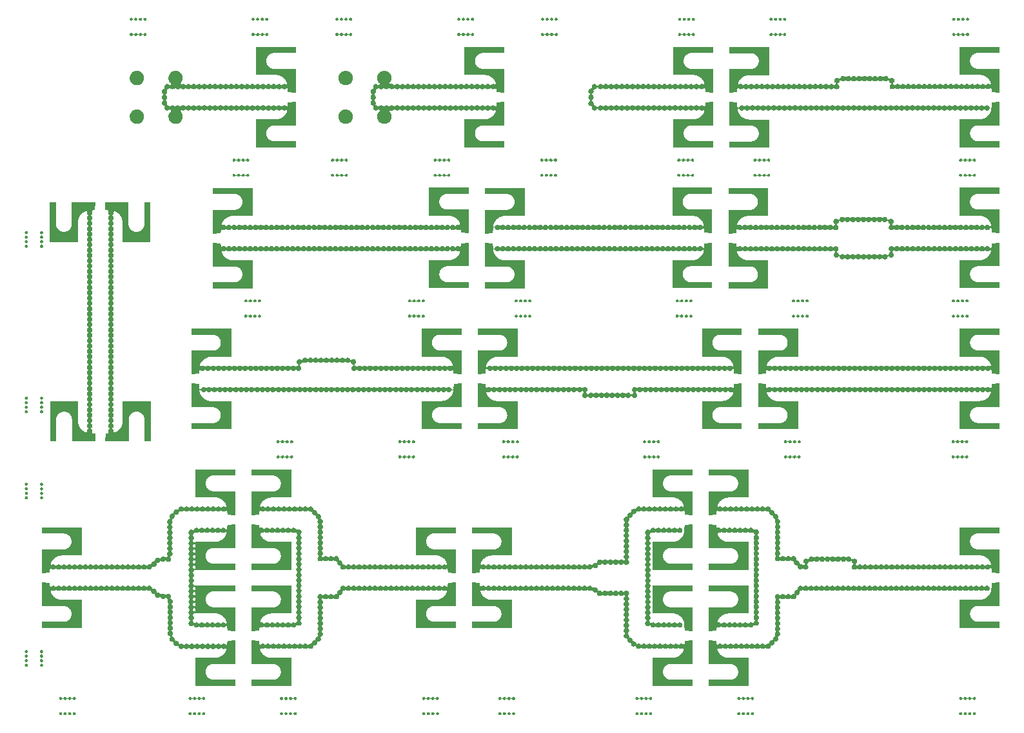
<source format=gbs>
G04 #@! TF.GenerationSoftware,KiCad,Pcbnew,(5.1.2)-2*
G04 #@! TF.CreationDate,2019-09-28T03:00:29-05:00*
G04 #@! TF.ProjectId,front_end,66726f6e-745f-4656-9e64-2e6b69636164,A*
G04 #@! TF.SameCoordinates,Original*
G04 #@! TF.FileFunction,Soldermask,Bot*
G04 #@! TF.FilePolarity,Negative*
%FSLAX46Y46*%
G04 Gerber Fmt 4.6, Leading zero omitted, Abs format (unit mm)*
G04 Created by KiCad (PCBNEW (5.1.2)-2) date 2019-09-28 03:00:29*
%MOMM*%
%LPD*%
G04 APERTURE LIST*
%ADD10C,0.100000*%
G04 APERTURE END LIST*
D10*
G36*
X243405517Y-170512685D02*
G01*
X243441915Y-170527761D01*
X243474672Y-170549649D01*
X243502531Y-170577508D01*
X243524419Y-170610266D01*
X243531696Y-170627834D01*
X243543247Y-170649445D01*
X243558792Y-170668387D01*
X243577734Y-170683932D01*
X243599345Y-170695483D01*
X243622794Y-170702596D01*
X243647180Y-170704998D01*
X243671566Y-170702596D01*
X243695015Y-170695483D01*
X243716626Y-170683932D01*
X243735568Y-170668387D01*
X243751113Y-170649445D01*
X243762664Y-170627834D01*
X243769941Y-170610266D01*
X243791829Y-170577508D01*
X243819688Y-170549649D01*
X243852445Y-170527761D01*
X243888843Y-170512685D01*
X243927479Y-170505000D01*
X243966881Y-170505000D01*
X244005517Y-170512685D01*
X244041915Y-170527761D01*
X244074672Y-170549649D01*
X244102531Y-170577508D01*
X244124419Y-170610266D01*
X244131696Y-170627834D01*
X244143247Y-170649445D01*
X244158792Y-170668387D01*
X244177734Y-170683932D01*
X244199345Y-170695483D01*
X244222794Y-170702596D01*
X244247180Y-170704998D01*
X244271566Y-170702596D01*
X244295015Y-170695483D01*
X244316626Y-170683932D01*
X244335568Y-170668387D01*
X244351113Y-170649445D01*
X244362664Y-170627834D01*
X244369941Y-170610266D01*
X244391829Y-170577508D01*
X244419688Y-170549649D01*
X244452445Y-170527761D01*
X244488843Y-170512685D01*
X244527479Y-170505000D01*
X244566881Y-170505000D01*
X244605517Y-170512685D01*
X244641915Y-170527761D01*
X244674672Y-170549649D01*
X244702531Y-170577508D01*
X244724419Y-170610266D01*
X244731696Y-170627834D01*
X244743247Y-170649445D01*
X244758792Y-170668387D01*
X244777734Y-170683932D01*
X244799345Y-170695483D01*
X244822794Y-170702596D01*
X244847180Y-170704998D01*
X244871566Y-170702596D01*
X244895015Y-170695483D01*
X244916626Y-170683932D01*
X244935568Y-170668387D01*
X244951113Y-170649445D01*
X244962664Y-170627834D01*
X244969941Y-170610266D01*
X244991829Y-170577508D01*
X245019688Y-170549649D01*
X245052445Y-170527761D01*
X245088843Y-170512685D01*
X245127479Y-170505000D01*
X245166881Y-170505000D01*
X245205517Y-170512685D01*
X245241915Y-170527761D01*
X245274672Y-170549649D01*
X245302531Y-170577508D01*
X245324419Y-170610265D01*
X245339495Y-170646663D01*
X245347180Y-170685299D01*
X245347180Y-170724701D01*
X245339495Y-170763337D01*
X245324419Y-170799735D01*
X245302531Y-170832492D01*
X245274672Y-170860351D01*
X245241915Y-170882239D01*
X245205517Y-170897315D01*
X245166881Y-170905000D01*
X245127479Y-170905000D01*
X245088843Y-170897315D01*
X245052445Y-170882239D01*
X245019688Y-170860351D01*
X244991829Y-170832492D01*
X244969941Y-170799734D01*
X244962664Y-170782166D01*
X244951113Y-170760555D01*
X244935568Y-170741613D01*
X244916626Y-170726068D01*
X244895015Y-170714517D01*
X244871566Y-170707404D01*
X244847180Y-170705002D01*
X244822794Y-170707404D01*
X244799345Y-170714517D01*
X244777734Y-170726068D01*
X244758792Y-170741613D01*
X244743247Y-170760555D01*
X244731696Y-170782166D01*
X244724419Y-170799734D01*
X244702531Y-170832492D01*
X244674672Y-170860351D01*
X244641915Y-170882239D01*
X244605517Y-170897315D01*
X244566881Y-170905000D01*
X244527479Y-170905000D01*
X244488843Y-170897315D01*
X244452445Y-170882239D01*
X244419688Y-170860351D01*
X244391829Y-170832492D01*
X244369941Y-170799734D01*
X244362664Y-170782166D01*
X244351113Y-170760555D01*
X244335568Y-170741613D01*
X244316626Y-170726068D01*
X244295015Y-170714517D01*
X244271566Y-170707404D01*
X244247180Y-170705002D01*
X244222794Y-170707404D01*
X244199345Y-170714517D01*
X244177734Y-170726068D01*
X244158792Y-170741613D01*
X244143247Y-170760555D01*
X244131696Y-170782166D01*
X244124419Y-170799734D01*
X244102531Y-170832492D01*
X244074672Y-170860351D01*
X244041915Y-170882239D01*
X244005517Y-170897315D01*
X243966881Y-170905000D01*
X243927479Y-170905000D01*
X243888843Y-170897315D01*
X243852445Y-170882239D01*
X243819688Y-170860351D01*
X243791829Y-170832492D01*
X243769941Y-170799734D01*
X243762664Y-170782166D01*
X243751113Y-170760555D01*
X243735568Y-170741613D01*
X243716626Y-170726068D01*
X243695015Y-170714517D01*
X243671566Y-170707404D01*
X243647180Y-170705002D01*
X243622794Y-170707404D01*
X243599345Y-170714517D01*
X243577734Y-170726068D01*
X243558792Y-170741613D01*
X243543247Y-170760555D01*
X243531696Y-170782166D01*
X243524419Y-170799734D01*
X243502531Y-170832492D01*
X243474672Y-170860351D01*
X243441915Y-170882239D01*
X243405517Y-170897315D01*
X243366881Y-170905000D01*
X243327479Y-170905000D01*
X243288843Y-170897315D01*
X243252445Y-170882239D01*
X243219688Y-170860351D01*
X243191829Y-170832492D01*
X243169941Y-170799735D01*
X243154865Y-170763337D01*
X243147180Y-170724701D01*
X243147180Y-170685299D01*
X243154865Y-170646663D01*
X243169941Y-170610265D01*
X243191829Y-170577508D01*
X243219688Y-170549649D01*
X243252445Y-170527761D01*
X243288843Y-170512685D01*
X243327479Y-170505000D01*
X243366881Y-170505000D01*
X243405517Y-170512685D01*
X243405517Y-170512685D01*
G37*
G36*
X256772937Y-170512685D02*
G01*
X256809335Y-170527761D01*
X256842092Y-170549649D01*
X256869951Y-170577508D01*
X256891839Y-170610266D01*
X256899116Y-170627834D01*
X256910667Y-170649445D01*
X256926212Y-170668387D01*
X256945154Y-170683932D01*
X256966765Y-170695483D01*
X256990214Y-170702596D01*
X257014600Y-170704998D01*
X257038986Y-170702596D01*
X257062435Y-170695483D01*
X257084046Y-170683932D01*
X257102988Y-170668387D01*
X257118533Y-170649445D01*
X257130084Y-170627834D01*
X257137361Y-170610266D01*
X257159249Y-170577508D01*
X257187108Y-170549649D01*
X257219865Y-170527761D01*
X257256263Y-170512685D01*
X257294899Y-170505000D01*
X257334301Y-170505000D01*
X257372937Y-170512685D01*
X257409335Y-170527761D01*
X257442092Y-170549649D01*
X257469951Y-170577508D01*
X257491839Y-170610266D01*
X257499116Y-170627834D01*
X257510667Y-170649445D01*
X257526212Y-170668387D01*
X257545154Y-170683932D01*
X257566765Y-170695483D01*
X257590214Y-170702596D01*
X257614600Y-170704998D01*
X257638986Y-170702596D01*
X257662435Y-170695483D01*
X257684046Y-170683932D01*
X257702988Y-170668387D01*
X257718533Y-170649445D01*
X257730084Y-170627834D01*
X257737361Y-170610266D01*
X257759249Y-170577508D01*
X257787108Y-170549649D01*
X257819865Y-170527761D01*
X257856263Y-170512685D01*
X257894899Y-170505000D01*
X257934301Y-170505000D01*
X257972937Y-170512685D01*
X258009335Y-170527761D01*
X258042092Y-170549649D01*
X258069951Y-170577508D01*
X258091839Y-170610266D01*
X258099116Y-170627834D01*
X258110667Y-170649445D01*
X258126212Y-170668387D01*
X258145154Y-170683932D01*
X258166765Y-170695483D01*
X258190214Y-170702596D01*
X258214600Y-170704998D01*
X258238986Y-170702596D01*
X258262435Y-170695483D01*
X258284046Y-170683932D01*
X258302988Y-170668387D01*
X258318533Y-170649445D01*
X258330084Y-170627834D01*
X258337361Y-170610266D01*
X258359249Y-170577508D01*
X258387108Y-170549649D01*
X258419865Y-170527761D01*
X258456263Y-170512685D01*
X258494899Y-170505000D01*
X258534301Y-170505000D01*
X258572937Y-170512685D01*
X258609335Y-170527761D01*
X258642092Y-170549649D01*
X258669951Y-170577508D01*
X258691839Y-170610265D01*
X258706915Y-170646663D01*
X258714600Y-170685299D01*
X258714600Y-170724701D01*
X258706915Y-170763337D01*
X258691839Y-170799735D01*
X258669951Y-170832492D01*
X258642092Y-170860351D01*
X258609335Y-170882239D01*
X258572937Y-170897315D01*
X258534301Y-170905000D01*
X258494899Y-170905000D01*
X258456263Y-170897315D01*
X258419865Y-170882239D01*
X258387108Y-170860351D01*
X258359249Y-170832492D01*
X258337361Y-170799734D01*
X258330084Y-170782166D01*
X258318533Y-170760555D01*
X258302988Y-170741613D01*
X258284046Y-170726068D01*
X258262435Y-170714517D01*
X258238986Y-170707404D01*
X258214600Y-170705002D01*
X258190214Y-170707404D01*
X258166765Y-170714517D01*
X258145154Y-170726068D01*
X258126212Y-170741613D01*
X258110667Y-170760555D01*
X258099116Y-170782166D01*
X258091839Y-170799734D01*
X258069951Y-170832492D01*
X258042092Y-170860351D01*
X258009335Y-170882239D01*
X257972937Y-170897315D01*
X257934301Y-170905000D01*
X257894899Y-170905000D01*
X257856263Y-170897315D01*
X257819865Y-170882239D01*
X257787108Y-170860351D01*
X257759249Y-170832492D01*
X257737361Y-170799734D01*
X257730084Y-170782166D01*
X257718533Y-170760555D01*
X257702988Y-170741613D01*
X257684046Y-170726068D01*
X257662435Y-170714517D01*
X257638986Y-170707404D01*
X257614600Y-170705002D01*
X257590214Y-170707404D01*
X257566765Y-170714517D01*
X257545154Y-170726068D01*
X257526212Y-170741613D01*
X257510667Y-170760555D01*
X257499116Y-170782166D01*
X257491839Y-170799734D01*
X257469951Y-170832492D01*
X257442092Y-170860351D01*
X257409335Y-170882239D01*
X257372937Y-170897315D01*
X257334301Y-170905000D01*
X257294899Y-170905000D01*
X257256263Y-170897315D01*
X257219865Y-170882239D01*
X257187108Y-170860351D01*
X257159249Y-170832492D01*
X257137361Y-170799734D01*
X257130084Y-170782166D01*
X257118533Y-170760555D01*
X257102988Y-170741613D01*
X257084046Y-170726068D01*
X257062435Y-170714517D01*
X257038986Y-170707404D01*
X257014600Y-170705002D01*
X256990214Y-170707404D01*
X256966765Y-170714517D01*
X256945154Y-170726068D01*
X256926212Y-170741613D01*
X256910667Y-170760555D01*
X256899116Y-170782166D01*
X256891839Y-170799734D01*
X256869951Y-170832492D01*
X256842092Y-170860351D01*
X256809335Y-170882239D01*
X256772937Y-170897315D01*
X256734301Y-170905000D01*
X256694899Y-170905000D01*
X256656263Y-170897315D01*
X256619865Y-170882239D01*
X256587108Y-170860351D01*
X256559249Y-170832492D01*
X256537361Y-170799735D01*
X256522285Y-170763337D01*
X256514600Y-170724701D01*
X256514600Y-170685299D01*
X256522285Y-170646663D01*
X256537361Y-170610265D01*
X256559249Y-170577508D01*
X256587108Y-170549649D01*
X256619865Y-170527761D01*
X256656263Y-170512685D01*
X256694899Y-170505000D01*
X256734301Y-170505000D01*
X256772937Y-170512685D01*
X256772937Y-170512685D01*
G37*
G36*
X184721657Y-170512685D02*
G01*
X184758055Y-170527761D01*
X184790812Y-170549649D01*
X184818671Y-170577508D01*
X184840559Y-170610266D01*
X184847836Y-170627834D01*
X184859387Y-170649445D01*
X184874932Y-170668387D01*
X184893874Y-170683932D01*
X184915485Y-170695483D01*
X184938934Y-170702596D01*
X184963320Y-170704998D01*
X184987706Y-170702596D01*
X185011155Y-170695483D01*
X185032766Y-170683932D01*
X185051708Y-170668387D01*
X185067253Y-170649445D01*
X185078804Y-170627834D01*
X185086081Y-170610266D01*
X185107969Y-170577508D01*
X185135828Y-170549649D01*
X185168585Y-170527761D01*
X185204983Y-170512685D01*
X185243619Y-170505000D01*
X185283021Y-170505000D01*
X185321657Y-170512685D01*
X185358055Y-170527761D01*
X185390812Y-170549649D01*
X185418671Y-170577508D01*
X185440559Y-170610266D01*
X185447836Y-170627834D01*
X185459387Y-170649445D01*
X185474932Y-170668387D01*
X185493874Y-170683932D01*
X185515485Y-170695483D01*
X185538934Y-170702596D01*
X185563320Y-170704998D01*
X185587706Y-170702596D01*
X185611155Y-170695483D01*
X185632766Y-170683932D01*
X185651708Y-170668387D01*
X185667253Y-170649445D01*
X185678804Y-170627834D01*
X185686081Y-170610266D01*
X185707969Y-170577508D01*
X185735828Y-170549649D01*
X185768585Y-170527761D01*
X185804983Y-170512685D01*
X185843619Y-170505000D01*
X185883021Y-170505000D01*
X185921657Y-170512685D01*
X185958055Y-170527761D01*
X185990812Y-170549649D01*
X186018671Y-170577508D01*
X186040559Y-170610266D01*
X186047836Y-170627834D01*
X186059387Y-170649445D01*
X186074932Y-170668387D01*
X186093874Y-170683932D01*
X186115485Y-170695483D01*
X186138934Y-170702596D01*
X186163320Y-170704998D01*
X186187706Y-170702596D01*
X186211155Y-170695483D01*
X186232766Y-170683932D01*
X186251708Y-170668387D01*
X186267253Y-170649445D01*
X186278804Y-170627834D01*
X186286081Y-170610266D01*
X186307969Y-170577508D01*
X186335828Y-170549649D01*
X186368585Y-170527761D01*
X186404983Y-170512685D01*
X186443619Y-170505000D01*
X186483021Y-170505000D01*
X186521657Y-170512685D01*
X186558055Y-170527761D01*
X186590812Y-170549649D01*
X186618671Y-170577508D01*
X186640559Y-170610265D01*
X186655635Y-170646663D01*
X186663320Y-170685299D01*
X186663320Y-170724701D01*
X186655635Y-170763337D01*
X186640559Y-170799735D01*
X186618671Y-170832492D01*
X186590812Y-170860351D01*
X186558055Y-170882239D01*
X186521657Y-170897315D01*
X186483021Y-170905000D01*
X186443619Y-170905000D01*
X186404983Y-170897315D01*
X186368585Y-170882239D01*
X186335828Y-170860351D01*
X186307969Y-170832492D01*
X186286081Y-170799734D01*
X186278804Y-170782166D01*
X186267253Y-170760555D01*
X186251708Y-170741613D01*
X186232766Y-170726068D01*
X186211155Y-170714517D01*
X186187706Y-170707404D01*
X186163320Y-170705002D01*
X186138934Y-170707404D01*
X186115485Y-170714517D01*
X186093874Y-170726068D01*
X186074932Y-170741613D01*
X186059387Y-170760555D01*
X186047836Y-170782166D01*
X186040559Y-170799734D01*
X186018671Y-170832492D01*
X185990812Y-170860351D01*
X185958055Y-170882239D01*
X185921657Y-170897315D01*
X185883021Y-170905000D01*
X185843619Y-170905000D01*
X185804983Y-170897315D01*
X185768585Y-170882239D01*
X185735828Y-170860351D01*
X185707969Y-170832492D01*
X185686081Y-170799734D01*
X185678804Y-170782166D01*
X185667253Y-170760555D01*
X185651708Y-170741613D01*
X185632766Y-170726068D01*
X185611155Y-170714517D01*
X185587706Y-170707404D01*
X185563320Y-170705002D01*
X185538934Y-170707404D01*
X185515485Y-170714517D01*
X185493874Y-170726068D01*
X185474932Y-170741613D01*
X185459387Y-170760555D01*
X185447836Y-170782166D01*
X185440559Y-170799734D01*
X185418671Y-170832492D01*
X185390812Y-170860351D01*
X185358055Y-170882239D01*
X185321657Y-170897315D01*
X185283021Y-170905000D01*
X185243619Y-170905000D01*
X185204983Y-170897315D01*
X185168585Y-170882239D01*
X185135828Y-170860351D01*
X185107969Y-170832492D01*
X185086081Y-170799734D01*
X185078804Y-170782166D01*
X185067253Y-170760555D01*
X185051708Y-170741613D01*
X185032766Y-170726068D01*
X185011155Y-170714517D01*
X184987706Y-170707404D01*
X184963320Y-170705002D01*
X184938934Y-170707404D01*
X184915485Y-170714517D01*
X184893874Y-170726068D01*
X184874932Y-170741613D01*
X184859387Y-170760555D01*
X184847836Y-170782166D01*
X184840559Y-170799734D01*
X184818671Y-170832492D01*
X184790812Y-170860351D01*
X184758055Y-170882239D01*
X184721657Y-170897315D01*
X184683021Y-170905000D01*
X184643619Y-170905000D01*
X184604983Y-170897315D01*
X184568585Y-170882239D01*
X184535828Y-170860351D01*
X184507969Y-170832492D01*
X184486081Y-170799735D01*
X184471005Y-170763337D01*
X184463320Y-170724701D01*
X184463320Y-170685299D01*
X184471005Y-170646663D01*
X184486081Y-170610265D01*
X184507969Y-170577508D01*
X184535828Y-170549649D01*
X184568585Y-170527761D01*
X184604983Y-170512685D01*
X184643619Y-170505000D01*
X184683021Y-170505000D01*
X184721657Y-170512685D01*
X184721657Y-170512685D01*
G37*
G36*
X215405517Y-170512685D02*
G01*
X215441915Y-170527761D01*
X215474672Y-170549649D01*
X215502531Y-170577508D01*
X215524419Y-170610266D01*
X215531696Y-170627834D01*
X215543247Y-170649445D01*
X215558792Y-170668387D01*
X215577734Y-170683932D01*
X215599345Y-170695483D01*
X215622794Y-170702596D01*
X215647180Y-170704998D01*
X215671566Y-170702596D01*
X215695015Y-170695483D01*
X215716626Y-170683932D01*
X215735568Y-170668387D01*
X215751113Y-170649445D01*
X215762664Y-170627834D01*
X215769941Y-170610266D01*
X215791829Y-170577508D01*
X215819688Y-170549649D01*
X215852445Y-170527761D01*
X215888843Y-170512685D01*
X215927479Y-170505000D01*
X215966881Y-170505000D01*
X216005517Y-170512685D01*
X216041915Y-170527761D01*
X216074672Y-170549649D01*
X216102531Y-170577508D01*
X216124419Y-170610266D01*
X216131696Y-170627834D01*
X216143247Y-170649445D01*
X216158792Y-170668387D01*
X216177734Y-170683932D01*
X216199345Y-170695483D01*
X216222794Y-170702596D01*
X216247180Y-170704998D01*
X216271566Y-170702596D01*
X216295015Y-170695483D01*
X216316626Y-170683932D01*
X216335568Y-170668387D01*
X216351113Y-170649445D01*
X216362664Y-170627834D01*
X216369941Y-170610266D01*
X216391829Y-170577508D01*
X216419688Y-170549649D01*
X216452445Y-170527761D01*
X216488843Y-170512685D01*
X216527479Y-170505000D01*
X216566881Y-170505000D01*
X216605517Y-170512685D01*
X216641915Y-170527761D01*
X216674672Y-170549649D01*
X216702531Y-170577508D01*
X216724419Y-170610266D01*
X216731696Y-170627834D01*
X216743247Y-170649445D01*
X216758792Y-170668387D01*
X216777734Y-170683932D01*
X216799345Y-170695483D01*
X216822794Y-170702596D01*
X216847180Y-170704998D01*
X216871566Y-170702596D01*
X216895015Y-170695483D01*
X216916626Y-170683932D01*
X216935568Y-170668387D01*
X216951113Y-170649445D01*
X216962664Y-170627834D01*
X216969941Y-170610266D01*
X216991829Y-170577508D01*
X217019688Y-170549649D01*
X217052445Y-170527761D01*
X217088843Y-170512685D01*
X217127479Y-170505000D01*
X217166881Y-170505000D01*
X217205517Y-170512685D01*
X217241915Y-170527761D01*
X217274672Y-170549649D01*
X217302531Y-170577508D01*
X217324419Y-170610265D01*
X217339495Y-170646663D01*
X217347180Y-170685299D01*
X217347180Y-170724701D01*
X217339495Y-170763337D01*
X217324419Y-170799735D01*
X217302531Y-170832492D01*
X217274672Y-170860351D01*
X217241915Y-170882239D01*
X217205517Y-170897315D01*
X217166881Y-170905000D01*
X217127479Y-170905000D01*
X217088843Y-170897315D01*
X217052445Y-170882239D01*
X217019688Y-170860351D01*
X216991829Y-170832492D01*
X216969941Y-170799734D01*
X216962664Y-170782166D01*
X216951113Y-170760555D01*
X216935568Y-170741613D01*
X216916626Y-170726068D01*
X216895015Y-170714517D01*
X216871566Y-170707404D01*
X216847180Y-170705002D01*
X216822794Y-170707404D01*
X216799345Y-170714517D01*
X216777734Y-170726068D01*
X216758792Y-170741613D01*
X216743247Y-170760555D01*
X216731696Y-170782166D01*
X216724419Y-170799734D01*
X216702531Y-170832492D01*
X216674672Y-170860351D01*
X216641915Y-170882239D01*
X216605517Y-170897315D01*
X216566881Y-170905000D01*
X216527479Y-170905000D01*
X216488843Y-170897315D01*
X216452445Y-170882239D01*
X216419688Y-170860351D01*
X216391829Y-170832492D01*
X216369941Y-170799734D01*
X216362664Y-170782166D01*
X216351113Y-170760555D01*
X216335568Y-170741613D01*
X216316626Y-170726068D01*
X216295015Y-170714517D01*
X216271566Y-170707404D01*
X216247180Y-170705002D01*
X216222794Y-170707404D01*
X216199345Y-170714517D01*
X216177734Y-170726068D01*
X216158792Y-170741613D01*
X216143247Y-170760555D01*
X216131696Y-170782166D01*
X216124419Y-170799734D01*
X216102531Y-170832492D01*
X216074672Y-170860351D01*
X216041915Y-170882239D01*
X216005517Y-170897315D01*
X215966881Y-170905000D01*
X215927479Y-170905000D01*
X215888843Y-170897315D01*
X215852445Y-170882239D01*
X215819688Y-170860351D01*
X215791829Y-170832492D01*
X215769941Y-170799734D01*
X215762664Y-170782166D01*
X215751113Y-170760555D01*
X215735568Y-170741613D01*
X215716626Y-170726068D01*
X215695015Y-170714517D01*
X215671566Y-170707404D01*
X215647180Y-170705002D01*
X215622794Y-170707404D01*
X215599345Y-170714517D01*
X215577734Y-170726068D01*
X215558792Y-170741613D01*
X215543247Y-170760555D01*
X215531696Y-170782166D01*
X215524419Y-170799734D01*
X215502531Y-170832492D01*
X215474672Y-170860351D01*
X215441915Y-170882239D01*
X215405517Y-170897315D01*
X215366881Y-170905000D01*
X215327479Y-170905000D01*
X215288843Y-170897315D01*
X215252445Y-170882239D01*
X215219688Y-170860351D01*
X215191829Y-170832492D01*
X215169941Y-170799735D01*
X215154865Y-170763337D01*
X215147180Y-170724701D01*
X215147180Y-170685299D01*
X215154865Y-170646663D01*
X215169941Y-170610265D01*
X215191829Y-170577508D01*
X215219688Y-170549649D01*
X215252445Y-170527761D01*
X215288843Y-170512685D01*
X215327479Y-170505000D01*
X215366881Y-170505000D01*
X215405517Y-170512685D01*
X215405517Y-170512685D01*
G37*
G36*
X167721657Y-170512685D02*
G01*
X167758055Y-170527761D01*
X167790812Y-170549649D01*
X167818671Y-170577508D01*
X167840559Y-170610266D01*
X167847836Y-170627834D01*
X167859387Y-170649445D01*
X167874932Y-170668387D01*
X167893874Y-170683932D01*
X167915485Y-170695483D01*
X167938934Y-170702596D01*
X167963320Y-170704998D01*
X167987706Y-170702596D01*
X168011155Y-170695483D01*
X168032766Y-170683932D01*
X168051708Y-170668387D01*
X168067253Y-170649445D01*
X168078804Y-170627834D01*
X168086081Y-170610266D01*
X168107969Y-170577508D01*
X168135828Y-170549649D01*
X168168585Y-170527761D01*
X168204983Y-170512685D01*
X168243619Y-170505000D01*
X168283021Y-170505000D01*
X168321657Y-170512685D01*
X168358055Y-170527761D01*
X168390812Y-170549649D01*
X168418671Y-170577508D01*
X168440559Y-170610266D01*
X168447836Y-170627834D01*
X168459387Y-170649445D01*
X168474932Y-170668387D01*
X168493874Y-170683932D01*
X168515485Y-170695483D01*
X168538934Y-170702596D01*
X168563320Y-170704998D01*
X168587706Y-170702596D01*
X168611155Y-170695483D01*
X168632766Y-170683932D01*
X168651708Y-170668387D01*
X168667253Y-170649445D01*
X168678804Y-170627834D01*
X168686081Y-170610266D01*
X168707969Y-170577508D01*
X168735828Y-170549649D01*
X168768585Y-170527761D01*
X168804983Y-170512685D01*
X168843619Y-170505000D01*
X168883021Y-170505000D01*
X168921657Y-170512685D01*
X168958055Y-170527761D01*
X168990812Y-170549649D01*
X169018671Y-170577508D01*
X169040559Y-170610266D01*
X169047836Y-170627834D01*
X169059387Y-170649445D01*
X169074932Y-170668387D01*
X169093874Y-170683932D01*
X169115485Y-170695483D01*
X169138934Y-170702596D01*
X169163320Y-170704998D01*
X169187706Y-170702596D01*
X169211155Y-170695483D01*
X169232766Y-170683932D01*
X169251708Y-170668387D01*
X169267253Y-170649445D01*
X169278804Y-170627834D01*
X169286081Y-170610266D01*
X169307969Y-170577508D01*
X169335828Y-170549649D01*
X169368585Y-170527761D01*
X169404983Y-170512685D01*
X169443619Y-170505000D01*
X169483021Y-170505000D01*
X169521657Y-170512685D01*
X169558055Y-170527761D01*
X169590812Y-170549649D01*
X169618671Y-170577508D01*
X169640559Y-170610265D01*
X169655635Y-170646663D01*
X169663320Y-170685299D01*
X169663320Y-170724701D01*
X169655635Y-170763337D01*
X169640559Y-170799735D01*
X169618671Y-170832492D01*
X169590812Y-170860351D01*
X169558055Y-170882239D01*
X169521657Y-170897315D01*
X169483021Y-170905000D01*
X169443619Y-170905000D01*
X169404983Y-170897315D01*
X169368585Y-170882239D01*
X169335828Y-170860351D01*
X169307969Y-170832492D01*
X169286081Y-170799734D01*
X169278804Y-170782166D01*
X169267253Y-170760555D01*
X169251708Y-170741613D01*
X169232766Y-170726068D01*
X169211155Y-170714517D01*
X169187706Y-170707404D01*
X169163320Y-170705002D01*
X169138934Y-170707404D01*
X169115485Y-170714517D01*
X169093874Y-170726068D01*
X169074932Y-170741613D01*
X169059387Y-170760555D01*
X169047836Y-170782166D01*
X169040559Y-170799734D01*
X169018671Y-170832492D01*
X168990812Y-170860351D01*
X168958055Y-170882239D01*
X168921657Y-170897315D01*
X168883021Y-170905000D01*
X168843619Y-170905000D01*
X168804983Y-170897315D01*
X168768585Y-170882239D01*
X168735828Y-170860351D01*
X168707969Y-170832492D01*
X168686081Y-170799734D01*
X168678804Y-170782166D01*
X168667253Y-170760555D01*
X168651708Y-170741613D01*
X168632766Y-170726068D01*
X168611155Y-170714517D01*
X168587706Y-170707404D01*
X168563320Y-170705002D01*
X168538934Y-170707404D01*
X168515485Y-170714517D01*
X168493874Y-170726068D01*
X168474932Y-170741613D01*
X168459387Y-170760555D01*
X168447836Y-170782166D01*
X168440559Y-170799734D01*
X168418671Y-170832492D01*
X168390812Y-170860351D01*
X168358055Y-170882239D01*
X168321657Y-170897315D01*
X168283021Y-170905000D01*
X168243619Y-170905000D01*
X168204983Y-170897315D01*
X168168585Y-170882239D01*
X168135828Y-170860351D01*
X168107969Y-170832492D01*
X168086081Y-170799734D01*
X168078804Y-170782166D01*
X168067253Y-170760555D01*
X168051708Y-170741613D01*
X168032766Y-170726068D01*
X168011155Y-170714517D01*
X167987706Y-170707404D01*
X167963320Y-170705002D01*
X167938934Y-170707404D01*
X167915485Y-170714517D01*
X167893874Y-170726068D01*
X167874932Y-170741613D01*
X167859387Y-170760555D01*
X167847836Y-170782166D01*
X167840559Y-170799734D01*
X167818671Y-170832492D01*
X167790812Y-170860351D01*
X167758055Y-170882239D01*
X167721657Y-170897315D01*
X167683021Y-170905000D01*
X167643619Y-170905000D01*
X167604983Y-170897315D01*
X167568585Y-170882239D01*
X167535828Y-170860351D01*
X167507969Y-170832492D01*
X167486081Y-170799735D01*
X167471005Y-170763337D01*
X167463320Y-170724701D01*
X167463320Y-170685299D01*
X167471005Y-170646663D01*
X167486081Y-170610265D01*
X167507969Y-170577508D01*
X167535828Y-170549649D01*
X167568585Y-170527761D01*
X167604983Y-170512685D01*
X167643619Y-170505000D01*
X167683021Y-170505000D01*
X167721657Y-170512685D01*
X167721657Y-170512685D01*
G37*
G36*
X285904377Y-170512685D02*
G01*
X285940775Y-170527761D01*
X285973532Y-170549649D01*
X286001391Y-170577508D01*
X286023279Y-170610266D01*
X286030556Y-170627834D01*
X286042107Y-170649445D01*
X286057652Y-170668387D01*
X286076594Y-170683932D01*
X286098205Y-170695483D01*
X286121654Y-170702596D01*
X286146040Y-170704998D01*
X286170426Y-170702596D01*
X286193875Y-170695483D01*
X286215486Y-170683932D01*
X286234428Y-170668387D01*
X286249973Y-170649445D01*
X286261524Y-170627834D01*
X286268801Y-170610266D01*
X286290689Y-170577508D01*
X286318548Y-170549649D01*
X286351305Y-170527761D01*
X286387703Y-170512685D01*
X286426339Y-170505000D01*
X286465741Y-170505000D01*
X286504377Y-170512685D01*
X286540775Y-170527761D01*
X286573532Y-170549649D01*
X286601391Y-170577508D01*
X286623279Y-170610266D01*
X286630556Y-170627834D01*
X286642107Y-170649445D01*
X286657652Y-170668387D01*
X286676594Y-170683932D01*
X286698205Y-170695483D01*
X286721654Y-170702596D01*
X286746040Y-170704998D01*
X286770426Y-170702596D01*
X286793875Y-170695483D01*
X286815486Y-170683932D01*
X286834428Y-170668387D01*
X286849973Y-170649445D01*
X286861524Y-170627834D01*
X286868801Y-170610266D01*
X286890689Y-170577508D01*
X286918548Y-170549649D01*
X286951305Y-170527761D01*
X286987703Y-170512685D01*
X287026339Y-170505000D01*
X287065741Y-170505000D01*
X287104377Y-170512685D01*
X287140775Y-170527761D01*
X287173532Y-170549649D01*
X287201391Y-170577508D01*
X287223279Y-170610266D01*
X287230556Y-170627834D01*
X287242107Y-170649445D01*
X287257652Y-170668387D01*
X287276594Y-170683932D01*
X287298205Y-170695483D01*
X287321654Y-170702596D01*
X287346040Y-170704998D01*
X287370426Y-170702596D01*
X287393875Y-170695483D01*
X287415486Y-170683932D01*
X287434428Y-170668387D01*
X287449973Y-170649445D01*
X287461524Y-170627834D01*
X287468801Y-170610266D01*
X287490689Y-170577508D01*
X287518548Y-170549649D01*
X287551305Y-170527761D01*
X287587703Y-170512685D01*
X287626339Y-170505000D01*
X287665741Y-170505000D01*
X287704377Y-170512685D01*
X287740775Y-170527761D01*
X287773532Y-170549649D01*
X287801391Y-170577508D01*
X287823279Y-170610265D01*
X287838355Y-170646663D01*
X287846040Y-170685299D01*
X287846040Y-170724701D01*
X287838355Y-170763337D01*
X287823279Y-170799735D01*
X287801391Y-170832492D01*
X287773532Y-170860351D01*
X287740775Y-170882239D01*
X287704377Y-170897315D01*
X287665741Y-170905000D01*
X287626339Y-170905000D01*
X287587703Y-170897315D01*
X287551305Y-170882239D01*
X287518548Y-170860351D01*
X287490689Y-170832492D01*
X287468801Y-170799734D01*
X287461524Y-170782166D01*
X287449973Y-170760555D01*
X287434428Y-170741613D01*
X287415486Y-170726068D01*
X287393875Y-170714517D01*
X287370426Y-170707404D01*
X287346040Y-170705002D01*
X287321654Y-170707404D01*
X287298205Y-170714517D01*
X287276594Y-170726068D01*
X287257652Y-170741613D01*
X287242107Y-170760555D01*
X287230556Y-170782166D01*
X287223279Y-170799734D01*
X287201391Y-170832492D01*
X287173532Y-170860351D01*
X287140775Y-170882239D01*
X287104377Y-170897315D01*
X287065741Y-170905000D01*
X287026339Y-170905000D01*
X286987703Y-170897315D01*
X286951305Y-170882239D01*
X286918548Y-170860351D01*
X286890689Y-170832492D01*
X286868801Y-170799734D01*
X286861524Y-170782166D01*
X286849973Y-170760555D01*
X286834428Y-170741613D01*
X286815486Y-170726068D01*
X286793875Y-170714517D01*
X286770426Y-170707404D01*
X286746040Y-170705002D01*
X286721654Y-170707404D01*
X286698205Y-170714517D01*
X286676594Y-170726068D01*
X286657652Y-170741613D01*
X286642107Y-170760555D01*
X286630556Y-170782166D01*
X286623279Y-170799734D01*
X286601391Y-170832492D01*
X286573532Y-170860351D01*
X286540775Y-170882239D01*
X286504377Y-170897315D01*
X286465741Y-170905000D01*
X286426339Y-170905000D01*
X286387703Y-170897315D01*
X286351305Y-170882239D01*
X286318548Y-170860351D01*
X286290689Y-170832492D01*
X286268801Y-170799734D01*
X286261524Y-170782166D01*
X286249973Y-170760555D01*
X286234428Y-170741613D01*
X286215486Y-170726068D01*
X286193875Y-170714517D01*
X286170426Y-170707404D01*
X286146040Y-170705002D01*
X286121654Y-170707404D01*
X286098205Y-170714517D01*
X286076594Y-170726068D01*
X286057652Y-170741613D01*
X286042107Y-170760555D01*
X286030556Y-170782166D01*
X286023279Y-170799734D01*
X286001391Y-170832492D01*
X285973532Y-170860351D01*
X285940775Y-170882239D01*
X285904377Y-170897315D01*
X285865741Y-170905000D01*
X285826339Y-170905000D01*
X285787703Y-170897315D01*
X285751305Y-170882239D01*
X285718548Y-170860351D01*
X285690689Y-170832492D01*
X285668801Y-170799735D01*
X285653725Y-170763337D01*
X285646040Y-170724701D01*
X285646040Y-170685299D01*
X285653725Y-170646663D01*
X285668801Y-170610265D01*
X285690689Y-170577508D01*
X285718548Y-170549649D01*
X285751305Y-170527761D01*
X285787703Y-170512685D01*
X285826339Y-170505000D01*
X285865741Y-170505000D01*
X285904377Y-170512685D01*
X285904377Y-170512685D01*
G37*
G36*
X225405517Y-170512685D02*
G01*
X225441915Y-170527761D01*
X225474672Y-170549649D01*
X225502531Y-170577508D01*
X225524419Y-170610266D01*
X225531696Y-170627834D01*
X225543247Y-170649445D01*
X225558792Y-170668387D01*
X225577734Y-170683932D01*
X225599345Y-170695483D01*
X225622794Y-170702596D01*
X225647180Y-170704998D01*
X225671566Y-170702596D01*
X225695015Y-170695483D01*
X225716626Y-170683932D01*
X225735568Y-170668387D01*
X225751113Y-170649445D01*
X225762664Y-170627834D01*
X225769941Y-170610266D01*
X225791829Y-170577508D01*
X225819688Y-170549649D01*
X225852445Y-170527761D01*
X225888843Y-170512685D01*
X225927479Y-170505000D01*
X225966881Y-170505000D01*
X226005517Y-170512685D01*
X226041915Y-170527761D01*
X226074672Y-170549649D01*
X226102531Y-170577508D01*
X226124419Y-170610266D01*
X226131696Y-170627834D01*
X226143247Y-170649445D01*
X226158792Y-170668387D01*
X226177734Y-170683932D01*
X226199345Y-170695483D01*
X226222794Y-170702596D01*
X226247180Y-170704998D01*
X226271566Y-170702596D01*
X226295015Y-170695483D01*
X226316626Y-170683932D01*
X226335568Y-170668387D01*
X226351113Y-170649445D01*
X226362664Y-170627834D01*
X226369941Y-170610266D01*
X226391829Y-170577508D01*
X226419688Y-170549649D01*
X226452445Y-170527761D01*
X226488843Y-170512685D01*
X226527479Y-170505000D01*
X226566881Y-170505000D01*
X226605517Y-170512685D01*
X226641915Y-170527761D01*
X226674672Y-170549649D01*
X226702531Y-170577508D01*
X226724419Y-170610266D01*
X226731696Y-170627834D01*
X226743247Y-170649445D01*
X226758792Y-170668387D01*
X226777734Y-170683932D01*
X226799345Y-170695483D01*
X226822794Y-170702596D01*
X226847180Y-170704998D01*
X226871566Y-170702596D01*
X226895015Y-170695483D01*
X226916626Y-170683932D01*
X226935568Y-170668387D01*
X226951113Y-170649445D01*
X226962664Y-170627834D01*
X226969941Y-170610266D01*
X226991829Y-170577508D01*
X227019688Y-170549649D01*
X227052445Y-170527761D01*
X227088843Y-170512685D01*
X227127479Y-170505000D01*
X227166881Y-170505000D01*
X227205517Y-170512685D01*
X227241915Y-170527761D01*
X227274672Y-170549649D01*
X227302531Y-170577508D01*
X227324419Y-170610265D01*
X227339495Y-170646663D01*
X227347180Y-170685299D01*
X227347180Y-170724701D01*
X227339495Y-170763337D01*
X227324419Y-170799735D01*
X227302531Y-170832492D01*
X227274672Y-170860351D01*
X227241915Y-170882239D01*
X227205517Y-170897315D01*
X227166881Y-170905000D01*
X227127479Y-170905000D01*
X227088843Y-170897315D01*
X227052445Y-170882239D01*
X227019688Y-170860351D01*
X226991829Y-170832492D01*
X226969941Y-170799734D01*
X226962664Y-170782166D01*
X226951113Y-170760555D01*
X226935568Y-170741613D01*
X226916626Y-170726068D01*
X226895015Y-170714517D01*
X226871566Y-170707404D01*
X226847180Y-170705002D01*
X226822794Y-170707404D01*
X226799345Y-170714517D01*
X226777734Y-170726068D01*
X226758792Y-170741613D01*
X226743247Y-170760555D01*
X226731696Y-170782166D01*
X226724419Y-170799734D01*
X226702531Y-170832492D01*
X226674672Y-170860351D01*
X226641915Y-170882239D01*
X226605517Y-170897315D01*
X226566881Y-170905000D01*
X226527479Y-170905000D01*
X226488843Y-170897315D01*
X226452445Y-170882239D01*
X226419688Y-170860351D01*
X226391829Y-170832492D01*
X226369941Y-170799734D01*
X226362664Y-170782166D01*
X226351113Y-170760555D01*
X226335568Y-170741613D01*
X226316626Y-170726068D01*
X226295015Y-170714517D01*
X226271566Y-170707404D01*
X226247180Y-170705002D01*
X226222794Y-170707404D01*
X226199345Y-170714517D01*
X226177734Y-170726068D01*
X226158792Y-170741613D01*
X226143247Y-170760555D01*
X226131696Y-170782166D01*
X226124419Y-170799734D01*
X226102531Y-170832492D01*
X226074672Y-170860351D01*
X226041915Y-170882239D01*
X226005517Y-170897315D01*
X225966881Y-170905000D01*
X225927479Y-170905000D01*
X225888843Y-170897315D01*
X225852445Y-170882239D01*
X225819688Y-170860351D01*
X225791829Y-170832492D01*
X225769941Y-170799734D01*
X225762664Y-170782166D01*
X225751113Y-170760555D01*
X225735568Y-170741613D01*
X225716626Y-170726068D01*
X225695015Y-170714517D01*
X225671566Y-170707404D01*
X225647180Y-170705002D01*
X225622794Y-170707404D01*
X225599345Y-170714517D01*
X225577734Y-170726068D01*
X225558792Y-170741613D01*
X225543247Y-170760555D01*
X225531696Y-170782166D01*
X225524419Y-170799734D01*
X225502531Y-170832492D01*
X225474672Y-170860351D01*
X225441915Y-170882239D01*
X225405517Y-170897315D01*
X225366881Y-170905000D01*
X225327479Y-170905000D01*
X225288843Y-170897315D01*
X225252445Y-170882239D01*
X225219688Y-170860351D01*
X225191829Y-170832492D01*
X225169941Y-170799735D01*
X225154865Y-170763337D01*
X225147180Y-170724701D01*
X225147180Y-170685299D01*
X225154865Y-170646663D01*
X225169941Y-170610265D01*
X225191829Y-170577508D01*
X225219688Y-170549649D01*
X225252445Y-170527761D01*
X225288843Y-170512685D01*
X225327479Y-170505000D01*
X225366881Y-170505000D01*
X225405517Y-170512685D01*
X225405517Y-170512685D01*
G37*
G36*
X196721657Y-170512685D02*
G01*
X196758055Y-170527761D01*
X196790812Y-170549649D01*
X196818671Y-170577508D01*
X196840559Y-170610266D01*
X196847836Y-170627834D01*
X196859387Y-170649445D01*
X196874932Y-170668387D01*
X196893874Y-170683932D01*
X196915485Y-170695483D01*
X196938934Y-170702596D01*
X196963320Y-170704998D01*
X196987706Y-170702596D01*
X197011155Y-170695483D01*
X197032766Y-170683932D01*
X197051708Y-170668387D01*
X197067253Y-170649445D01*
X197078804Y-170627834D01*
X197086081Y-170610266D01*
X197107969Y-170577508D01*
X197135828Y-170549649D01*
X197168585Y-170527761D01*
X197204983Y-170512685D01*
X197243619Y-170505000D01*
X197283021Y-170505000D01*
X197321657Y-170512685D01*
X197358055Y-170527761D01*
X197390812Y-170549649D01*
X197418671Y-170577508D01*
X197440559Y-170610266D01*
X197447836Y-170627834D01*
X197459387Y-170649445D01*
X197474932Y-170668387D01*
X197493874Y-170683932D01*
X197515485Y-170695483D01*
X197538934Y-170702596D01*
X197563320Y-170704998D01*
X197587706Y-170702596D01*
X197611155Y-170695483D01*
X197632766Y-170683932D01*
X197651708Y-170668387D01*
X197667253Y-170649445D01*
X197678804Y-170627834D01*
X197686081Y-170610266D01*
X197707969Y-170577508D01*
X197735828Y-170549649D01*
X197768585Y-170527761D01*
X197804983Y-170512685D01*
X197843619Y-170505000D01*
X197883021Y-170505000D01*
X197921657Y-170512685D01*
X197958055Y-170527761D01*
X197990812Y-170549649D01*
X198018671Y-170577508D01*
X198040559Y-170610266D01*
X198047836Y-170627834D01*
X198059387Y-170649445D01*
X198074932Y-170668387D01*
X198093874Y-170683932D01*
X198115485Y-170695483D01*
X198138934Y-170702596D01*
X198163320Y-170704998D01*
X198187706Y-170702596D01*
X198211155Y-170695483D01*
X198232766Y-170683932D01*
X198251708Y-170668387D01*
X198267253Y-170649445D01*
X198278804Y-170627834D01*
X198286081Y-170610266D01*
X198307969Y-170577508D01*
X198335828Y-170549649D01*
X198368585Y-170527761D01*
X198404983Y-170512685D01*
X198443619Y-170505000D01*
X198483021Y-170505000D01*
X198521657Y-170512685D01*
X198558055Y-170527761D01*
X198590812Y-170549649D01*
X198618671Y-170577508D01*
X198640559Y-170610265D01*
X198655635Y-170646663D01*
X198663320Y-170685299D01*
X198663320Y-170724701D01*
X198655635Y-170763337D01*
X198640559Y-170799735D01*
X198618671Y-170832492D01*
X198590812Y-170860351D01*
X198558055Y-170882239D01*
X198521657Y-170897315D01*
X198483021Y-170905000D01*
X198443619Y-170905000D01*
X198404983Y-170897315D01*
X198368585Y-170882239D01*
X198335828Y-170860351D01*
X198307969Y-170832492D01*
X198286081Y-170799734D01*
X198278804Y-170782166D01*
X198267253Y-170760555D01*
X198251708Y-170741613D01*
X198232766Y-170726068D01*
X198211155Y-170714517D01*
X198187706Y-170707404D01*
X198163320Y-170705002D01*
X198138934Y-170707404D01*
X198115485Y-170714517D01*
X198093874Y-170726068D01*
X198074932Y-170741613D01*
X198059387Y-170760555D01*
X198047836Y-170782166D01*
X198040559Y-170799734D01*
X198018671Y-170832492D01*
X197990812Y-170860351D01*
X197958055Y-170882239D01*
X197921657Y-170897315D01*
X197883021Y-170905000D01*
X197843619Y-170905000D01*
X197804983Y-170897315D01*
X197768585Y-170882239D01*
X197735828Y-170860351D01*
X197707969Y-170832492D01*
X197686081Y-170799734D01*
X197678804Y-170782166D01*
X197667253Y-170760555D01*
X197651708Y-170741613D01*
X197632766Y-170726068D01*
X197611155Y-170714517D01*
X197587706Y-170707404D01*
X197563320Y-170705002D01*
X197538934Y-170707404D01*
X197515485Y-170714517D01*
X197493874Y-170726068D01*
X197474932Y-170741613D01*
X197459387Y-170760555D01*
X197447836Y-170782166D01*
X197440559Y-170799734D01*
X197418671Y-170832492D01*
X197390812Y-170860351D01*
X197358055Y-170882239D01*
X197321657Y-170897315D01*
X197283021Y-170905000D01*
X197243619Y-170905000D01*
X197204983Y-170897315D01*
X197168585Y-170882239D01*
X197135828Y-170860351D01*
X197107969Y-170832492D01*
X197086081Y-170799734D01*
X197078804Y-170782166D01*
X197067253Y-170760555D01*
X197051708Y-170741613D01*
X197032766Y-170726068D01*
X197011155Y-170714517D01*
X196987706Y-170707404D01*
X196963320Y-170705002D01*
X196938934Y-170707404D01*
X196915485Y-170714517D01*
X196893874Y-170726068D01*
X196874932Y-170741613D01*
X196859387Y-170760555D01*
X196847836Y-170782166D01*
X196840559Y-170799734D01*
X196818671Y-170832492D01*
X196790812Y-170860351D01*
X196758055Y-170882239D01*
X196721657Y-170897315D01*
X196683021Y-170905000D01*
X196643619Y-170905000D01*
X196604983Y-170897315D01*
X196568585Y-170882239D01*
X196535828Y-170860351D01*
X196507969Y-170832492D01*
X196486081Y-170799735D01*
X196471005Y-170763337D01*
X196463320Y-170724701D01*
X196463320Y-170685299D01*
X196471005Y-170646663D01*
X196486081Y-170610265D01*
X196507969Y-170577508D01*
X196535828Y-170549649D01*
X196568585Y-170527761D01*
X196604983Y-170512685D01*
X196643619Y-170505000D01*
X196683021Y-170505000D01*
X196721657Y-170512685D01*
X196721657Y-170512685D01*
G37*
G36*
X225405517Y-168512685D02*
G01*
X225441915Y-168527761D01*
X225474672Y-168549649D01*
X225502531Y-168577508D01*
X225524419Y-168610266D01*
X225531696Y-168627834D01*
X225543247Y-168649445D01*
X225558792Y-168668387D01*
X225577734Y-168683932D01*
X225599345Y-168695483D01*
X225622794Y-168702596D01*
X225647180Y-168704998D01*
X225671566Y-168702596D01*
X225695015Y-168695483D01*
X225716626Y-168683932D01*
X225735568Y-168668387D01*
X225751113Y-168649445D01*
X225762664Y-168627834D01*
X225769941Y-168610266D01*
X225791829Y-168577508D01*
X225819688Y-168549649D01*
X225852445Y-168527761D01*
X225888843Y-168512685D01*
X225927479Y-168505000D01*
X225966881Y-168505000D01*
X226005517Y-168512685D01*
X226041915Y-168527761D01*
X226074672Y-168549649D01*
X226102531Y-168577508D01*
X226124419Y-168610266D01*
X226131696Y-168627834D01*
X226143247Y-168649445D01*
X226158792Y-168668387D01*
X226177734Y-168683932D01*
X226199345Y-168695483D01*
X226222794Y-168702596D01*
X226247180Y-168704998D01*
X226271566Y-168702596D01*
X226295015Y-168695483D01*
X226316626Y-168683932D01*
X226335568Y-168668387D01*
X226351113Y-168649445D01*
X226362664Y-168627834D01*
X226369941Y-168610266D01*
X226391829Y-168577508D01*
X226419688Y-168549649D01*
X226452445Y-168527761D01*
X226488843Y-168512685D01*
X226527479Y-168505000D01*
X226566881Y-168505000D01*
X226605517Y-168512685D01*
X226641915Y-168527761D01*
X226674672Y-168549649D01*
X226702531Y-168577508D01*
X226724419Y-168610266D01*
X226731696Y-168627834D01*
X226743247Y-168649445D01*
X226758792Y-168668387D01*
X226777734Y-168683932D01*
X226799345Y-168695483D01*
X226822794Y-168702596D01*
X226847180Y-168704998D01*
X226871566Y-168702596D01*
X226895015Y-168695483D01*
X226916626Y-168683932D01*
X226935568Y-168668387D01*
X226951113Y-168649445D01*
X226962664Y-168627834D01*
X226969941Y-168610266D01*
X226991829Y-168577508D01*
X227019688Y-168549649D01*
X227052445Y-168527761D01*
X227088843Y-168512685D01*
X227127479Y-168505000D01*
X227166881Y-168505000D01*
X227205517Y-168512685D01*
X227241915Y-168527761D01*
X227274672Y-168549649D01*
X227302531Y-168577508D01*
X227324419Y-168610265D01*
X227339495Y-168646663D01*
X227347180Y-168685299D01*
X227347180Y-168724701D01*
X227339495Y-168763337D01*
X227324419Y-168799735D01*
X227302531Y-168832492D01*
X227274672Y-168860351D01*
X227241915Y-168882239D01*
X227205517Y-168897315D01*
X227166881Y-168905000D01*
X227127479Y-168905000D01*
X227088843Y-168897315D01*
X227052445Y-168882239D01*
X227019688Y-168860351D01*
X226991829Y-168832492D01*
X226969941Y-168799734D01*
X226962664Y-168782166D01*
X226951113Y-168760555D01*
X226935568Y-168741613D01*
X226916626Y-168726068D01*
X226895015Y-168714517D01*
X226871566Y-168707404D01*
X226847180Y-168705002D01*
X226822794Y-168707404D01*
X226799345Y-168714517D01*
X226777734Y-168726068D01*
X226758792Y-168741613D01*
X226743247Y-168760555D01*
X226731696Y-168782166D01*
X226724419Y-168799734D01*
X226702531Y-168832492D01*
X226674672Y-168860351D01*
X226641915Y-168882239D01*
X226605517Y-168897315D01*
X226566881Y-168905000D01*
X226527479Y-168905000D01*
X226488843Y-168897315D01*
X226452445Y-168882239D01*
X226419688Y-168860351D01*
X226391829Y-168832492D01*
X226369941Y-168799734D01*
X226362664Y-168782166D01*
X226351113Y-168760555D01*
X226335568Y-168741613D01*
X226316626Y-168726068D01*
X226295015Y-168714517D01*
X226271566Y-168707404D01*
X226247180Y-168705002D01*
X226222794Y-168707404D01*
X226199345Y-168714517D01*
X226177734Y-168726068D01*
X226158792Y-168741613D01*
X226143247Y-168760555D01*
X226131696Y-168782166D01*
X226124419Y-168799734D01*
X226102531Y-168832492D01*
X226074672Y-168860351D01*
X226041915Y-168882239D01*
X226005517Y-168897315D01*
X225966881Y-168905000D01*
X225927479Y-168905000D01*
X225888843Y-168897315D01*
X225852445Y-168882239D01*
X225819688Y-168860351D01*
X225791829Y-168832492D01*
X225769941Y-168799734D01*
X225762664Y-168782166D01*
X225751113Y-168760555D01*
X225735568Y-168741613D01*
X225716626Y-168726068D01*
X225695015Y-168714517D01*
X225671566Y-168707404D01*
X225647180Y-168705002D01*
X225622794Y-168707404D01*
X225599345Y-168714517D01*
X225577734Y-168726068D01*
X225558792Y-168741613D01*
X225543247Y-168760555D01*
X225531696Y-168782166D01*
X225524419Y-168799734D01*
X225502531Y-168832492D01*
X225474672Y-168860351D01*
X225441915Y-168882239D01*
X225405517Y-168897315D01*
X225366881Y-168905000D01*
X225327479Y-168905000D01*
X225288843Y-168897315D01*
X225252445Y-168882239D01*
X225219688Y-168860351D01*
X225191829Y-168832492D01*
X225169941Y-168799735D01*
X225154865Y-168763337D01*
X225147180Y-168724701D01*
X225147180Y-168685299D01*
X225154865Y-168646663D01*
X225169941Y-168610265D01*
X225191829Y-168577508D01*
X225219688Y-168549649D01*
X225252445Y-168527761D01*
X225288843Y-168512685D01*
X225327479Y-168505000D01*
X225366881Y-168505000D01*
X225405517Y-168512685D01*
X225405517Y-168512685D01*
G37*
G36*
X243405517Y-168512685D02*
G01*
X243441915Y-168527761D01*
X243474672Y-168549649D01*
X243502531Y-168577508D01*
X243524419Y-168610266D01*
X243531696Y-168627834D01*
X243543247Y-168649445D01*
X243558792Y-168668387D01*
X243577734Y-168683932D01*
X243599345Y-168695483D01*
X243622794Y-168702596D01*
X243647180Y-168704998D01*
X243671566Y-168702596D01*
X243695015Y-168695483D01*
X243716626Y-168683932D01*
X243735568Y-168668387D01*
X243751113Y-168649445D01*
X243762664Y-168627834D01*
X243769941Y-168610266D01*
X243791829Y-168577508D01*
X243819688Y-168549649D01*
X243852445Y-168527761D01*
X243888843Y-168512685D01*
X243927479Y-168505000D01*
X243966881Y-168505000D01*
X244005517Y-168512685D01*
X244041915Y-168527761D01*
X244074672Y-168549649D01*
X244102531Y-168577508D01*
X244124419Y-168610266D01*
X244131696Y-168627834D01*
X244143247Y-168649445D01*
X244158792Y-168668387D01*
X244177734Y-168683932D01*
X244199345Y-168695483D01*
X244222794Y-168702596D01*
X244247180Y-168704998D01*
X244271566Y-168702596D01*
X244295015Y-168695483D01*
X244316626Y-168683932D01*
X244335568Y-168668387D01*
X244351113Y-168649445D01*
X244362664Y-168627834D01*
X244369941Y-168610266D01*
X244391829Y-168577508D01*
X244419688Y-168549649D01*
X244452445Y-168527761D01*
X244488843Y-168512685D01*
X244527479Y-168505000D01*
X244566881Y-168505000D01*
X244605517Y-168512685D01*
X244641915Y-168527761D01*
X244674672Y-168549649D01*
X244702531Y-168577508D01*
X244724419Y-168610266D01*
X244731696Y-168627834D01*
X244743247Y-168649445D01*
X244758792Y-168668387D01*
X244777734Y-168683932D01*
X244799345Y-168695483D01*
X244822794Y-168702596D01*
X244847180Y-168704998D01*
X244871566Y-168702596D01*
X244895015Y-168695483D01*
X244916626Y-168683932D01*
X244935568Y-168668387D01*
X244951113Y-168649445D01*
X244962664Y-168627834D01*
X244969941Y-168610266D01*
X244991829Y-168577508D01*
X245019688Y-168549649D01*
X245052445Y-168527761D01*
X245088843Y-168512685D01*
X245127479Y-168505000D01*
X245166881Y-168505000D01*
X245205517Y-168512685D01*
X245241915Y-168527761D01*
X245274672Y-168549649D01*
X245302531Y-168577508D01*
X245324419Y-168610265D01*
X245339495Y-168646663D01*
X245347180Y-168685299D01*
X245347180Y-168724701D01*
X245339495Y-168763337D01*
X245324419Y-168799735D01*
X245302531Y-168832492D01*
X245274672Y-168860351D01*
X245241915Y-168882239D01*
X245205517Y-168897315D01*
X245166881Y-168905000D01*
X245127479Y-168905000D01*
X245088843Y-168897315D01*
X245052445Y-168882239D01*
X245019688Y-168860351D01*
X244991829Y-168832492D01*
X244969941Y-168799734D01*
X244962664Y-168782166D01*
X244951113Y-168760555D01*
X244935568Y-168741613D01*
X244916626Y-168726068D01*
X244895015Y-168714517D01*
X244871566Y-168707404D01*
X244847180Y-168705002D01*
X244822794Y-168707404D01*
X244799345Y-168714517D01*
X244777734Y-168726068D01*
X244758792Y-168741613D01*
X244743247Y-168760555D01*
X244731696Y-168782166D01*
X244724419Y-168799734D01*
X244702531Y-168832492D01*
X244674672Y-168860351D01*
X244641915Y-168882239D01*
X244605517Y-168897315D01*
X244566881Y-168905000D01*
X244527479Y-168905000D01*
X244488843Y-168897315D01*
X244452445Y-168882239D01*
X244419688Y-168860351D01*
X244391829Y-168832492D01*
X244369941Y-168799734D01*
X244362664Y-168782166D01*
X244351113Y-168760555D01*
X244335568Y-168741613D01*
X244316626Y-168726068D01*
X244295015Y-168714517D01*
X244271566Y-168707404D01*
X244247180Y-168705002D01*
X244222794Y-168707404D01*
X244199345Y-168714517D01*
X244177734Y-168726068D01*
X244158792Y-168741613D01*
X244143247Y-168760555D01*
X244131696Y-168782166D01*
X244124419Y-168799734D01*
X244102531Y-168832492D01*
X244074672Y-168860351D01*
X244041915Y-168882239D01*
X244005517Y-168897315D01*
X243966881Y-168905000D01*
X243927479Y-168905000D01*
X243888843Y-168897315D01*
X243852445Y-168882239D01*
X243819688Y-168860351D01*
X243791829Y-168832492D01*
X243769941Y-168799734D01*
X243762664Y-168782166D01*
X243751113Y-168760555D01*
X243735568Y-168741613D01*
X243716626Y-168726068D01*
X243695015Y-168714517D01*
X243671566Y-168707404D01*
X243647180Y-168705002D01*
X243622794Y-168707404D01*
X243599345Y-168714517D01*
X243577734Y-168726068D01*
X243558792Y-168741613D01*
X243543247Y-168760555D01*
X243531696Y-168782166D01*
X243524419Y-168799734D01*
X243502531Y-168832492D01*
X243474672Y-168860351D01*
X243441915Y-168882239D01*
X243405517Y-168897315D01*
X243366881Y-168905000D01*
X243327479Y-168905000D01*
X243288843Y-168897315D01*
X243252445Y-168882239D01*
X243219688Y-168860351D01*
X243191829Y-168832492D01*
X243169941Y-168799735D01*
X243154865Y-168763337D01*
X243147180Y-168724701D01*
X243147180Y-168685299D01*
X243154865Y-168646663D01*
X243169941Y-168610265D01*
X243191829Y-168577508D01*
X243219688Y-168549649D01*
X243252445Y-168527761D01*
X243288843Y-168512685D01*
X243327479Y-168505000D01*
X243366881Y-168505000D01*
X243405517Y-168512685D01*
X243405517Y-168512685D01*
G37*
G36*
X215405517Y-168512685D02*
G01*
X215441915Y-168527761D01*
X215474672Y-168549649D01*
X215502531Y-168577508D01*
X215524419Y-168610266D01*
X215531696Y-168627834D01*
X215543247Y-168649445D01*
X215558792Y-168668387D01*
X215577734Y-168683932D01*
X215599345Y-168695483D01*
X215622794Y-168702596D01*
X215647180Y-168704998D01*
X215671566Y-168702596D01*
X215695015Y-168695483D01*
X215716626Y-168683932D01*
X215735568Y-168668387D01*
X215751113Y-168649445D01*
X215762664Y-168627834D01*
X215769941Y-168610266D01*
X215791829Y-168577508D01*
X215819688Y-168549649D01*
X215852445Y-168527761D01*
X215888843Y-168512685D01*
X215927479Y-168505000D01*
X215966881Y-168505000D01*
X216005517Y-168512685D01*
X216041915Y-168527761D01*
X216074672Y-168549649D01*
X216102531Y-168577508D01*
X216124419Y-168610266D01*
X216131696Y-168627834D01*
X216143247Y-168649445D01*
X216158792Y-168668387D01*
X216177734Y-168683932D01*
X216199345Y-168695483D01*
X216222794Y-168702596D01*
X216247180Y-168704998D01*
X216271566Y-168702596D01*
X216295015Y-168695483D01*
X216316626Y-168683932D01*
X216335568Y-168668387D01*
X216351113Y-168649445D01*
X216362664Y-168627834D01*
X216369941Y-168610266D01*
X216391829Y-168577508D01*
X216419688Y-168549649D01*
X216452445Y-168527761D01*
X216488843Y-168512685D01*
X216527479Y-168505000D01*
X216566881Y-168505000D01*
X216605517Y-168512685D01*
X216641915Y-168527761D01*
X216674672Y-168549649D01*
X216702531Y-168577508D01*
X216724419Y-168610266D01*
X216731696Y-168627834D01*
X216743247Y-168649445D01*
X216758792Y-168668387D01*
X216777734Y-168683932D01*
X216799345Y-168695483D01*
X216822794Y-168702596D01*
X216847180Y-168704998D01*
X216871566Y-168702596D01*
X216895015Y-168695483D01*
X216916626Y-168683932D01*
X216935568Y-168668387D01*
X216951113Y-168649445D01*
X216962664Y-168627834D01*
X216969941Y-168610266D01*
X216991829Y-168577508D01*
X217019688Y-168549649D01*
X217052445Y-168527761D01*
X217088843Y-168512685D01*
X217127479Y-168505000D01*
X217166881Y-168505000D01*
X217205517Y-168512685D01*
X217241915Y-168527761D01*
X217274672Y-168549649D01*
X217302531Y-168577508D01*
X217324419Y-168610265D01*
X217339495Y-168646663D01*
X217347180Y-168685299D01*
X217347180Y-168724701D01*
X217339495Y-168763337D01*
X217324419Y-168799735D01*
X217302531Y-168832492D01*
X217274672Y-168860351D01*
X217241915Y-168882239D01*
X217205517Y-168897315D01*
X217166881Y-168905000D01*
X217127479Y-168905000D01*
X217088843Y-168897315D01*
X217052445Y-168882239D01*
X217019688Y-168860351D01*
X216991829Y-168832492D01*
X216969941Y-168799734D01*
X216962664Y-168782166D01*
X216951113Y-168760555D01*
X216935568Y-168741613D01*
X216916626Y-168726068D01*
X216895015Y-168714517D01*
X216871566Y-168707404D01*
X216847180Y-168705002D01*
X216822794Y-168707404D01*
X216799345Y-168714517D01*
X216777734Y-168726068D01*
X216758792Y-168741613D01*
X216743247Y-168760555D01*
X216731696Y-168782166D01*
X216724419Y-168799734D01*
X216702531Y-168832492D01*
X216674672Y-168860351D01*
X216641915Y-168882239D01*
X216605517Y-168897315D01*
X216566881Y-168905000D01*
X216527479Y-168905000D01*
X216488843Y-168897315D01*
X216452445Y-168882239D01*
X216419688Y-168860351D01*
X216391829Y-168832492D01*
X216369941Y-168799734D01*
X216362664Y-168782166D01*
X216351113Y-168760555D01*
X216335568Y-168741613D01*
X216316626Y-168726068D01*
X216295015Y-168714517D01*
X216271566Y-168707404D01*
X216247180Y-168705002D01*
X216222794Y-168707404D01*
X216199345Y-168714517D01*
X216177734Y-168726068D01*
X216158792Y-168741613D01*
X216143247Y-168760555D01*
X216131696Y-168782166D01*
X216124419Y-168799734D01*
X216102531Y-168832492D01*
X216074672Y-168860351D01*
X216041915Y-168882239D01*
X216005517Y-168897315D01*
X215966881Y-168905000D01*
X215927479Y-168905000D01*
X215888843Y-168897315D01*
X215852445Y-168882239D01*
X215819688Y-168860351D01*
X215791829Y-168832492D01*
X215769941Y-168799734D01*
X215762664Y-168782166D01*
X215751113Y-168760555D01*
X215735568Y-168741613D01*
X215716626Y-168726068D01*
X215695015Y-168714517D01*
X215671566Y-168707404D01*
X215647180Y-168705002D01*
X215622794Y-168707404D01*
X215599345Y-168714517D01*
X215577734Y-168726068D01*
X215558792Y-168741613D01*
X215543247Y-168760555D01*
X215531696Y-168782166D01*
X215524419Y-168799734D01*
X215502531Y-168832492D01*
X215474672Y-168860351D01*
X215441915Y-168882239D01*
X215405517Y-168897315D01*
X215366881Y-168905000D01*
X215327479Y-168905000D01*
X215288843Y-168897315D01*
X215252445Y-168882239D01*
X215219688Y-168860351D01*
X215191829Y-168832492D01*
X215169941Y-168799735D01*
X215154865Y-168763337D01*
X215147180Y-168724701D01*
X215147180Y-168685299D01*
X215154865Y-168646663D01*
X215169941Y-168610265D01*
X215191829Y-168577508D01*
X215219688Y-168549649D01*
X215252445Y-168527761D01*
X215288843Y-168512685D01*
X215327479Y-168505000D01*
X215366881Y-168505000D01*
X215405517Y-168512685D01*
X215405517Y-168512685D01*
G37*
G36*
X167721657Y-168512685D02*
G01*
X167758055Y-168527761D01*
X167790812Y-168549649D01*
X167818671Y-168577508D01*
X167840559Y-168610266D01*
X167847836Y-168627834D01*
X167859387Y-168649445D01*
X167874932Y-168668387D01*
X167893874Y-168683932D01*
X167915485Y-168695483D01*
X167938934Y-168702596D01*
X167963320Y-168704998D01*
X167987706Y-168702596D01*
X168011155Y-168695483D01*
X168032766Y-168683932D01*
X168051708Y-168668387D01*
X168067253Y-168649445D01*
X168078804Y-168627834D01*
X168086081Y-168610266D01*
X168107969Y-168577508D01*
X168135828Y-168549649D01*
X168168585Y-168527761D01*
X168204983Y-168512685D01*
X168243619Y-168505000D01*
X168283021Y-168505000D01*
X168321657Y-168512685D01*
X168358055Y-168527761D01*
X168390812Y-168549649D01*
X168418671Y-168577508D01*
X168440559Y-168610266D01*
X168447836Y-168627834D01*
X168459387Y-168649445D01*
X168474932Y-168668387D01*
X168493874Y-168683932D01*
X168515485Y-168695483D01*
X168538934Y-168702596D01*
X168563320Y-168704998D01*
X168587706Y-168702596D01*
X168611155Y-168695483D01*
X168632766Y-168683932D01*
X168651708Y-168668387D01*
X168667253Y-168649445D01*
X168678804Y-168627834D01*
X168686081Y-168610266D01*
X168707969Y-168577508D01*
X168735828Y-168549649D01*
X168768585Y-168527761D01*
X168804983Y-168512685D01*
X168843619Y-168505000D01*
X168883021Y-168505000D01*
X168921657Y-168512685D01*
X168958055Y-168527761D01*
X168990812Y-168549649D01*
X169018671Y-168577508D01*
X169040559Y-168610266D01*
X169047836Y-168627834D01*
X169059387Y-168649445D01*
X169074932Y-168668387D01*
X169093874Y-168683932D01*
X169115485Y-168695483D01*
X169138934Y-168702596D01*
X169163320Y-168704998D01*
X169187706Y-168702596D01*
X169211155Y-168695483D01*
X169232766Y-168683932D01*
X169251708Y-168668387D01*
X169267253Y-168649445D01*
X169278804Y-168627834D01*
X169286081Y-168610266D01*
X169307969Y-168577508D01*
X169335828Y-168549649D01*
X169368585Y-168527761D01*
X169404983Y-168512685D01*
X169443619Y-168505000D01*
X169483021Y-168505000D01*
X169521657Y-168512685D01*
X169558055Y-168527761D01*
X169590812Y-168549649D01*
X169618671Y-168577508D01*
X169640559Y-168610265D01*
X169655635Y-168646663D01*
X169663320Y-168685299D01*
X169663320Y-168724701D01*
X169655635Y-168763337D01*
X169640559Y-168799735D01*
X169618671Y-168832492D01*
X169590812Y-168860351D01*
X169558055Y-168882239D01*
X169521657Y-168897315D01*
X169483021Y-168905000D01*
X169443619Y-168905000D01*
X169404983Y-168897315D01*
X169368585Y-168882239D01*
X169335828Y-168860351D01*
X169307969Y-168832492D01*
X169286081Y-168799734D01*
X169278804Y-168782166D01*
X169267253Y-168760555D01*
X169251708Y-168741613D01*
X169232766Y-168726068D01*
X169211155Y-168714517D01*
X169187706Y-168707404D01*
X169163320Y-168705002D01*
X169138934Y-168707404D01*
X169115485Y-168714517D01*
X169093874Y-168726068D01*
X169074932Y-168741613D01*
X169059387Y-168760555D01*
X169047836Y-168782166D01*
X169040559Y-168799734D01*
X169018671Y-168832492D01*
X168990812Y-168860351D01*
X168958055Y-168882239D01*
X168921657Y-168897315D01*
X168883021Y-168905000D01*
X168843619Y-168905000D01*
X168804983Y-168897315D01*
X168768585Y-168882239D01*
X168735828Y-168860351D01*
X168707969Y-168832492D01*
X168686081Y-168799734D01*
X168678804Y-168782166D01*
X168667253Y-168760555D01*
X168651708Y-168741613D01*
X168632766Y-168726068D01*
X168611155Y-168714517D01*
X168587706Y-168707404D01*
X168563320Y-168705002D01*
X168538934Y-168707404D01*
X168515485Y-168714517D01*
X168493874Y-168726068D01*
X168474932Y-168741613D01*
X168459387Y-168760555D01*
X168447836Y-168782166D01*
X168440559Y-168799734D01*
X168418671Y-168832492D01*
X168390812Y-168860351D01*
X168358055Y-168882239D01*
X168321657Y-168897315D01*
X168283021Y-168905000D01*
X168243619Y-168905000D01*
X168204983Y-168897315D01*
X168168585Y-168882239D01*
X168135828Y-168860351D01*
X168107969Y-168832492D01*
X168086081Y-168799734D01*
X168078804Y-168782166D01*
X168067253Y-168760555D01*
X168051708Y-168741613D01*
X168032766Y-168726068D01*
X168011155Y-168714517D01*
X167987706Y-168707404D01*
X167963320Y-168705002D01*
X167938934Y-168707404D01*
X167915485Y-168714517D01*
X167893874Y-168726068D01*
X167874932Y-168741613D01*
X167859387Y-168760555D01*
X167847836Y-168782166D01*
X167840559Y-168799734D01*
X167818671Y-168832492D01*
X167790812Y-168860351D01*
X167758055Y-168882239D01*
X167721657Y-168897315D01*
X167683021Y-168905000D01*
X167643619Y-168905000D01*
X167604983Y-168897315D01*
X167568585Y-168882239D01*
X167535828Y-168860351D01*
X167507969Y-168832492D01*
X167486081Y-168799735D01*
X167471005Y-168763337D01*
X167463320Y-168724701D01*
X167463320Y-168685299D01*
X167471005Y-168646663D01*
X167486081Y-168610265D01*
X167507969Y-168577508D01*
X167535828Y-168549649D01*
X167568585Y-168527761D01*
X167604983Y-168512685D01*
X167643619Y-168505000D01*
X167683021Y-168505000D01*
X167721657Y-168512685D01*
X167721657Y-168512685D01*
G37*
G36*
X256772937Y-168512685D02*
G01*
X256809335Y-168527761D01*
X256842092Y-168549649D01*
X256869951Y-168577508D01*
X256891839Y-168610266D01*
X256899116Y-168627834D01*
X256910667Y-168649445D01*
X256926212Y-168668387D01*
X256945154Y-168683932D01*
X256966765Y-168695483D01*
X256990214Y-168702596D01*
X257014600Y-168704998D01*
X257038986Y-168702596D01*
X257062435Y-168695483D01*
X257084046Y-168683932D01*
X257102988Y-168668387D01*
X257118533Y-168649445D01*
X257130084Y-168627834D01*
X257137361Y-168610266D01*
X257159249Y-168577508D01*
X257187108Y-168549649D01*
X257219865Y-168527761D01*
X257256263Y-168512685D01*
X257294899Y-168505000D01*
X257334301Y-168505000D01*
X257372937Y-168512685D01*
X257409335Y-168527761D01*
X257442092Y-168549649D01*
X257469951Y-168577508D01*
X257491839Y-168610266D01*
X257499116Y-168627834D01*
X257510667Y-168649445D01*
X257526212Y-168668387D01*
X257545154Y-168683932D01*
X257566765Y-168695483D01*
X257590214Y-168702596D01*
X257614600Y-168704998D01*
X257638986Y-168702596D01*
X257662435Y-168695483D01*
X257684046Y-168683932D01*
X257702988Y-168668387D01*
X257718533Y-168649445D01*
X257730084Y-168627834D01*
X257737361Y-168610266D01*
X257759249Y-168577508D01*
X257787108Y-168549649D01*
X257819865Y-168527761D01*
X257856263Y-168512685D01*
X257894899Y-168505000D01*
X257934301Y-168505000D01*
X257972937Y-168512685D01*
X258009335Y-168527761D01*
X258042092Y-168549649D01*
X258069951Y-168577508D01*
X258091839Y-168610266D01*
X258099116Y-168627834D01*
X258110667Y-168649445D01*
X258126212Y-168668387D01*
X258145154Y-168683932D01*
X258166765Y-168695483D01*
X258190214Y-168702596D01*
X258214600Y-168704998D01*
X258238986Y-168702596D01*
X258262435Y-168695483D01*
X258284046Y-168683932D01*
X258302988Y-168668387D01*
X258318533Y-168649445D01*
X258330084Y-168627834D01*
X258337361Y-168610266D01*
X258359249Y-168577508D01*
X258387108Y-168549649D01*
X258419865Y-168527761D01*
X258456263Y-168512685D01*
X258494899Y-168505000D01*
X258534301Y-168505000D01*
X258572937Y-168512685D01*
X258609335Y-168527761D01*
X258642092Y-168549649D01*
X258669951Y-168577508D01*
X258691839Y-168610265D01*
X258706915Y-168646663D01*
X258714600Y-168685299D01*
X258714600Y-168724701D01*
X258706915Y-168763337D01*
X258691839Y-168799735D01*
X258669951Y-168832492D01*
X258642092Y-168860351D01*
X258609335Y-168882239D01*
X258572937Y-168897315D01*
X258534301Y-168905000D01*
X258494899Y-168905000D01*
X258456263Y-168897315D01*
X258419865Y-168882239D01*
X258387108Y-168860351D01*
X258359249Y-168832492D01*
X258337361Y-168799734D01*
X258330084Y-168782166D01*
X258318533Y-168760555D01*
X258302988Y-168741613D01*
X258284046Y-168726068D01*
X258262435Y-168714517D01*
X258238986Y-168707404D01*
X258214600Y-168705002D01*
X258190214Y-168707404D01*
X258166765Y-168714517D01*
X258145154Y-168726068D01*
X258126212Y-168741613D01*
X258110667Y-168760555D01*
X258099116Y-168782166D01*
X258091839Y-168799734D01*
X258069951Y-168832492D01*
X258042092Y-168860351D01*
X258009335Y-168882239D01*
X257972937Y-168897315D01*
X257934301Y-168905000D01*
X257894899Y-168905000D01*
X257856263Y-168897315D01*
X257819865Y-168882239D01*
X257787108Y-168860351D01*
X257759249Y-168832492D01*
X257737361Y-168799734D01*
X257730084Y-168782166D01*
X257718533Y-168760555D01*
X257702988Y-168741613D01*
X257684046Y-168726068D01*
X257662435Y-168714517D01*
X257638986Y-168707404D01*
X257614600Y-168705002D01*
X257590214Y-168707404D01*
X257566765Y-168714517D01*
X257545154Y-168726068D01*
X257526212Y-168741613D01*
X257510667Y-168760555D01*
X257499116Y-168782166D01*
X257491839Y-168799734D01*
X257469951Y-168832492D01*
X257442092Y-168860351D01*
X257409335Y-168882239D01*
X257372937Y-168897315D01*
X257334301Y-168905000D01*
X257294899Y-168905000D01*
X257256263Y-168897315D01*
X257219865Y-168882239D01*
X257187108Y-168860351D01*
X257159249Y-168832492D01*
X257137361Y-168799734D01*
X257130084Y-168782166D01*
X257118533Y-168760555D01*
X257102988Y-168741613D01*
X257084046Y-168726068D01*
X257062435Y-168714517D01*
X257038986Y-168707404D01*
X257014600Y-168705002D01*
X256990214Y-168707404D01*
X256966765Y-168714517D01*
X256945154Y-168726068D01*
X256926212Y-168741613D01*
X256910667Y-168760555D01*
X256899116Y-168782166D01*
X256891839Y-168799734D01*
X256869951Y-168832492D01*
X256842092Y-168860351D01*
X256809335Y-168882239D01*
X256772937Y-168897315D01*
X256734301Y-168905000D01*
X256694899Y-168905000D01*
X256656263Y-168897315D01*
X256619865Y-168882239D01*
X256587108Y-168860351D01*
X256559249Y-168832492D01*
X256537361Y-168799735D01*
X256522285Y-168763337D01*
X256514600Y-168724701D01*
X256514600Y-168685299D01*
X256522285Y-168646663D01*
X256537361Y-168610265D01*
X256559249Y-168577508D01*
X256587108Y-168549649D01*
X256619865Y-168527761D01*
X256656263Y-168512685D01*
X256694899Y-168505000D01*
X256734301Y-168505000D01*
X256772937Y-168512685D01*
X256772937Y-168512685D01*
G37*
G36*
X196721657Y-168512685D02*
G01*
X196758055Y-168527761D01*
X196790812Y-168549649D01*
X196818671Y-168577508D01*
X196840559Y-168610266D01*
X196847836Y-168627834D01*
X196859387Y-168649445D01*
X196874932Y-168668387D01*
X196893874Y-168683932D01*
X196915485Y-168695483D01*
X196938934Y-168702596D01*
X196963320Y-168704998D01*
X196987706Y-168702596D01*
X197011155Y-168695483D01*
X197032766Y-168683932D01*
X197051708Y-168668387D01*
X197067253Y-168649445D01*
X197078804Y-168627834D01*
X197086081Y-168610266D01*
X197107969Y-168577508D01*
X197135828Y-168549649D01*
X197168585Y-168527761D01*
X197204983Y-168512685D01*
X197243619Y-168505000D01*
X197283021Y-168505000D01*
X197321657Y-168512685D01*
X197358055Y-168527761D01*
X197390812Y-168549649D01*
X197418671Y-168577508D01*
X197440559Y-168610266D01*
X197447836Y-168627834D01*
X197459387Y-168649445D01*
X197474932Y-168668387D01*
X197493874Y-168683932D01*
X197515485Y-168695483D01*
X197538934Y-168702596D01*
X197563320Y-168704998D01*
X197587706Y-168702596D01*
X197611155Y-168695483D01*
X197632766Y-168683932D01*
X197651708Y-168668387D01*
X197667253Y-168649445D01*
X197678804Y-168627834D01*
X197686081Y-168610266D01*
X197707969Y-168577508D01*
X197735828Y-168549649D01*
X197768585Y-168527761D01*
X197804983Y-168512685D01*
X197843619Y-168505000D01*
X197883021Y-168505000D01*
X197921657Y-168512685D01*
X197958055Y-168527761D01*
X197990812Y-168549649D01*
X198018671Y-168577508D01*
X198040559Y-168610266D01*
X198047836Y-168627834D01*
X198059387Y-168649445D01*
X198074932Y-168668387D01*
X198093874Y-168683932D01*
X198115485Y-168695483D01*
X198138934Y-168702596D01*
X198163320Y-168704998D01*
X198187706Y-168702596D01*
X198211155Y-168695483D01*
X198232766Y-168683932D01*
X198251708Y-168668387D01*
X198267253Y-168649445D01*
X198278804Y-168627834D01*
X198286081Y-168610266D01*
X198307969Y-168577508D01*
X198335828Y-168549649D01*
X198368585Y-168527761D01*
X198404983Y-168512685D01*
X198443619Y-168505000D01*
X198483021Y-168505000D01*
X198521657Y-168512685D01*
X198558055Y-168527761D01*
X198590812Y-168549649D01*
X198618671Y-168577508D01*
X198640559Y-168610265D01*
X198655635Y-168646663D01*
X198663320Y-168685299D01*
X198663320Y-168724701D01*
X198655635Y-168763337D01*
X198640559Y-168799735D01*
X198618671Y-168832492D01*
X198590812Y-168860351D01*
X198558055Y-168882239D01*
X198521657Y-168897315D01*
X198483021Y-168905000D01*
X198443619Y-168905000D01*
X198404983Y-168897315D01*
X198368585Y-168882239D01*
X198335828Y-168860351D01*
X198307969Y-168832492D01*
X198286081Y-168799734D01*
X198278804Y-168782166D01*
X198267253Y-168760555D01*
X198251708Y-168741613D01*
X198232766Y-168726068D01*
X198211155Y-168714517D01*
X198187706Y-168707404D01*
X198163320Y-168705002D01*
X198138934Y-168707404D01*
X198115485Y-168714517D01*
X198093874Y-168726068D01*
X198074932Y-168741613D01*
X198059387Y-168760555D01*
X198047836Y-168782166D01*
X198040559Y-168799734D01*
X198018671Y-168832492D01*
X197990812Y-168860351D01*
X197958055Y-168882239D01*
X197921657Y-168897315D01*
X197883021Y-168905000D01*
X197843619Y-168905000D01*
X197804983Y-168897315D01*
X197768585Y-168882239D01*
X197735828Y-168860351D01*
X197707969Y-168832492D01*
X197686081Y-168799734D01*
X197678804Y-168782166D01*
X197667253Y-168760555D01*
X197651708Y-168741613D01*
X197632766Y-168726068D01*
X197611155Y-168714517D01*
X197587706Y-168707404D01*
X197563320Y-168705002D01*
X197538934Y-168707404D01*
X197515485Y-168714517D01*
X197493874Y-168726068D01*
X197474932Y-168741613D01*
X197459387Y-168760555D01*
X197447836Y-168782166D01*
X197440559Y-168799734D01*
X197418671Y-168832492D01*
X197390812Y-168860351D01*
X197358055Y-168882239D01*
X197321657Y-168897315D01*
X197283021Y-168905000D01*
X197243619Y-168905000D01*
X197204983Y-168897315D01*
X197168585Y-168882239D01*
X197135828Y-168860351D01*
X197107969Y-168832492D01*
X197086081Y-168799734D01*
X197078804Y-168782166D01*
X197067253Y-168760555D01*
X197051708Y-168741613D01*
X197032766Y-168726068D01*
X197011155Y-168714517D01*
X196987706Y-168707404D01*
X196963320Y-168705002D01*
X196938934Y-168707404D01*
X196915485Y-168714517D01*
X196893874Y-168726068D01*
X196874932Y-168741613D01*
X196859387Y-168760555D01*
X196847836Y-168782166D01*
X196840559Y-168799734D01*
X196818671Y-168832492D01*
X196790812Y-168860351D01*
X196758055Y-168882239D01*
X196721657Y-168897315D01*
X196683021Y-168905000D01*
X196643619Y-168905000D01*
X196604983Y-168897315D01*
X196568585Y-168882239D01*
X196535828Y-168860351D01*
X196507969Y-168832492D01*
X196486081Y-168799735D01*
X196471005Y-168763337D01*
X196463320Y-168724701D01*
X196463320Y-168685299D01*
X196471005Y-168646663D01*
X196486081Y-168610265D01*
X196507969Y-168577508D01*
X196535828Y-168549649D01*
X196568585Y-168527761D01*
X196604983Y-168512685D01*
X196643619Y-168505000D01*
X196683021Y-168505000D01*
X196721657Y-168512685D01*
X196721657Y-168512685D01*
G37*
G36*
X184721657Y-168512685D02*
G01*
X184758055Y-168527761D01*
X184790812Y-168549649D01*
X184818671Y-168577508D01*
X184840559Y-168610266D01*
X184847836Y-168627834D01*
X184859387Y-168649445D01*
X184874932Y-168668387D01*
X184893874Y-168683932D01*
X184915485Y-168695483D01*
X184938934Y-168702596D01*
X184963320Y-168704998D01*
X184987706Y-168702596D01*
X185011155Y-168695483D01*
X185032766Y-168683932D01*
X185051708Y-168668387D01*
X185067253Y-168649445D01*
X185078804Y-168627834D01*
X185086081Y-168610266D01*
X185107969Y-168577508D01*
X185135828Y-168549649D01*
X185168585Y-168527761D01*
X185204983Y-168512685D01*
X185243619Y-168505000D01*
X185283021Y-168505000D01*
X185321657Y-168512685D01*
X185358055Y-168527761D01*
X185390812Y-168549649D01*
X185418671Y-168577508D01*
X185440559Y-168610266D01*
X185447836Y-168627834D01*
X185459387Y-168649445D01*
X185474932Y-168668387D01*
X185493874Y-168683932D01*
X185515485Y-168695483D01*
X185538934Y-168702596D01*
X185563320Y-168704998D01*
X185587706Y-168702596D01*
X185611155Y-168695483D01*
X185632766Y-168683932D01*
X185651708Y-168668387D01*
X185667253Y-168649445D01*
X185678804Y-168627834D01*
X185686081Y-168610266D01*
X185707969Y-168577508D01*
X185735828Y-168549649D01*
X185768585Y-168527761D01*
X185804983Y-168512685D01*
X185843619Y-168505000D01*
X185883021Y-168505000D01*
X185921657Y-168512685D01*
X185958055Y-168527761D01*
X185990812Y-168549649D01*
X186018671Y-168577508D01*
X186040559Y-168610266D01*
X186047836Y-168627834D01*
X186059387Y-168649445D01*
X186074932Y-168668387D01*
X186093874Y-168683932D01*
X186115485Y-168695483D01*
X186138934Y-168702596D01*
X186163320Y-168704998D01*
X186187706Y-168702596D01*
X186211155Y-168695483D01*
X186232766Y-168683932D01*
X186251708Y-168668387D01*
X186267253Y-168649445D01*
X186278804Y-168627834D01*
X186286081Y-168610266D01*
X186307969Y-168577508D01*
X186335828Y-168549649D01*
X186368585Y-168527761D01*
X186404983Y-168512685D01*
X186443619Y-168505000D01*
X186483021Y-168505000D01*
X186521657Y-168512685D01*
X186558055Y-168527761D01*
X186590812Y-168549649D01*
X186618671Y-168577508D01*
X186640559Y-168610265D01*
X186655635Y-168646663D01*
X186663320Y-168685299D01*
X186663320Y-168724701D01*
X186655635Y-168763337D01*
X186640559Y-168799735D01*
X186618671Y-168832492D01*
X186590812Y-168860351D01*
X186558055Y-168882239D01*
X186521657Y-168897315D01*
X186483021Y-168905000D01*
X186443619Y-168905000D01*
X186404983Y-168897315D01*
X186368585Y-168882239D01*
X186335828Y-168860351D01*
X186307969Y-168832492D01*
X186286081Y-168799734D01*
X186278804Y-168782166D01*
X186267253Y-168760555D01*
X186251708Y-168741613D01*
X186232766Y-168726068D01*
X186211155Y-168714517D01*
X186187706Y-168707404D01*
X186163320Y-168705002D01*
X186138934Y-168707404D01*
X186115485Y-168714517D01*
X186093874Y-168726068D01*
X186074932Y-168741613D01*
X186059387Y-168760555D01*
X186047836Y-168782166D01*
X186040559Y-168799734D01*
X186018671Y-168832492D01*
X185990812Y-168860351D01*
X185958055Y-168882239D01*
X185921657Y-168897315D01*
X185883021Y-168905000D01*
X185843619Y-168905000D01*
X185804983Y-168897315D01*
X185768585Y-168882239D01*
X185735828Y-168860351D01*
X185707969Y-168832492D01*
X185686081Y-168799734D01*
X185678804Y-168782166D01*
X185667253Y-168760555D01*
X185651708Y-168741613D01*
X185632766Y-168726068D01*
X185611155Y-168714517D01*
X185587706Y-168707404D01*
X185563320Y-168705002D01*
X185538934Y-168707404D01*
X185515485Y-168714517D01*
X185493874Y-168726068D01*
X185474932Y-168741613D01*
X185459387Y-168760555D01*
X185447836Y-168782166D01*
X185440559Y-168799734D01*
X185418671Y-168832492D01*
X185390812Y-168860351D01*
X185358055Y-168882239D01*
X185321657Y-168897315D01*
X185283021Y-168905000D01*
X185243619Y-168905000D01*
X185204983Y-168897315D01*
X185168585Y-168882239D01*
X185135828Y-168860351D01*
X185107969Y-168832492D01*
X185086081Y-168799734D01*
X185078804Y-168782166D01*
X185067253Y-168760555D01*
X185051708Y-168741613D01*
X185032766Y-168726068D01*
X185011155Y-168714517D01*
X184987706Y-168707404D01*
X184963320Y-168705002D01*
X184938934Y-168707404D01*
X184915485Y-168714517D01*
X184893874Y-168726068D01*
X184874932Y-168741613D01*
X184859387Y-168760555D01*
X184847836Y-168782166D01*
X184840559Y-168799734D01*
X184818671Y-168832492D01*
X184790812Y-168860351D01*
X184758055Y-168882239D01*
X184721657Y-168897315D01*
X184683021Y-168905000D01*
X184643619Y-168905000D01*
X184604983Y-168897315D01*
X184568585Y-168882239D01*
X184535828Y-168860351D01*
X184507969Y-168832492D01*
X184486081Y-168799735D01*
X184471005Y-168763337D01*
X184463320Y-168724701D01*
X184463320Y-168685299D01*
X184471005Y-168646663D01*
X184486081Y-168610265D01*
X184507969Y-168577508D01*
X184535828Y-168549649D01*
X184568585Y-168527761D01*
X184604983Y-168512685D01*
X184643619Y-168505000D01*
X184683021Y-168505000D01*
X184721657Y-168512685D01*
X184721657Y-168512685D01*
G37*
G36*
X285904377Y-168512685D02*
G01*
X285940775Y-168527761D01*
X285973532Y-168549649D01*
X286001391Y-168577508D01*
X286023279Y-168610266D01*
X286030556Y-168627834D01*
X286042107Y-168649445D01*
X286057652Y-168668387D01*
X286076594Y-168683932D01*
X286098205Y-168695483D01*
X286121654Y-168702596D01*
X286146040Y-168704998D01*
X286170426Y-168702596D01*
X286193875Y-168695483D01*
X286215486Y-168683932D01*
X286234428Y-168668387D01*
X286249973Y-168649445D01*
X286261524Y-168627834D01*
X286268801Y-168610266D01*
X286290689Y-168577508D01*
X286318548Y-168549649D01*
X286351305Y-168527761D01*
X286387703Y-168512685D01*
X286426339Y-168505000D01*
X286465741Y-168505000D01*
X286504377Y-168512685D01*
X286540775Y-168527761D01*
X286573532Y-168549649D01*
X286601391Y-168577508D01*
X286623279Y-168610266D01*
X286630556Y-168627834D01*
X286642107Y-168649445D01*
X286657652Y-168668387D01*
X286676594Y-168683932D01*
X286698205Y-168695483D01*
X286721654Y-168702596D01*
X286746040Y-168704998D01*
X286770426Y-168702596D01*
X286793875Y-168695483D01*
X286815486Y-168683932D01*
X286834428Y-168668387D01*
X286849973Y-168649445D01*
X286861524Y-168627834D01*
X286868801Y-168610266D01*
X286890689Y-168577508D01*
X286918548Y-168549649D01*
X286951305Y-168527761D01*
X286987703Y-168512685D01*
X287026339Y-168505000D01*
X287065741Y-168505000D01*
X287104377Y-168512685D01*
X287140775Y-168527761D01*
X287173532Y-168549649D01*
X287201391Y-168577508D01*
X287223279Y-168610266D01*
X287230556Y-168627834D01*
X287242107Y-168649445D01*
X287257652Y-168668387D01*
X287276594Y-168683932D01*
X287298205Y-168695483D01*
X287321654Y-168702596D01*
X287346040Y-168704998D01*
X287370426Y-168702596D01*
X287393875Y-168695483D01*
X287415486Y-168683932D01*
X287434428Y-168668387D01*
X287449973Y-168649445D01*
X287461524Y-168627834D01*
X287468801Y-168610266D01*
X287490689Y-168577508D01*
X287518548Y-168549649D01*
X287551305Y-168527761D01*
X287587703Y-168512685D01*
X287626339Y-168505000D01*
X287665741Y-168505000D01*
X287704377Y-168512685D01*
X287740775Y-168527761D01*
X287773532Y-168549649D01*
X287801391Y-168577508D01*
X287823279Y-168610265D01*
X287838355Y-168646663D01*
X287846040Y-168685299D01*
X287846040Y-168724701D01*
X287838355Y-168763337D01*
X287823279Y-168799735D01*
X287801391Y-168832492D01*
X287773532Y-168860351D01*
X287740775Y-168882239D01*
X287704377Y-168897315D01*
X287665741Y-168905000D01*
X287626339Y-168905000D01*
X287587703Y-168897315D01*
X287551305Y-168882239D01*
X287518548Y-168860351D01*
X287490689Y-168832492D01*
X287468801Y-168799734D01*
X287461524Y-168782166D01*
X287449973Y-168760555D01*
X287434428Y-168741613D01*
X287415486Y-168726068D01*
X287393875Y-168714517D01*
X287370426Y-168707404D01*
X287346040Y-168705002D01*
X287321654Y-168707404D01*
X287298205Y-168714517D01*
X287276594Y-168726068D01*
X287257652Y-168741613D01*
X287242107Y-168760555D01*
X287230556Y-168782166D01*
X287223279Y-168799734D01*
X287201391Y-168832492D01*
X287173532Y-168860351D01*
X287140775Y-168882239D01*
X287104377Y-168897315D01*
X287065741Y-168905000D01*
X287026339Y-168905000D01*
X286987703Y-168897315D01*
X286951305Y-168882239D01*
X286918548Y-168860351D01*
X286890689Y-168832492D01*
X286868801Y-168799734D01*
X286861524Y-168782166D01*
X286849973Y-168760555D01*
X286834428Y-168741613D01*
X286815486Y-168726068D01*
X286793875Y-168714517D01*
X286770426Y-168707404D01*
X286746040Y-168705002D01*
X286721654Y-168707404D01*
X286698205Y-168714517D01*
X286676594Y-168726068D01*
X286657652Y-168741613D01*
X286642107Y-168760555D01*
X286630556Y-168782166D01*
X286623279Y-168799734D01*
X286601391Y-168832492D01*
X286573532Y-168860351D01*
X286540775Y-168882239D01*
X286504377Y-168897315D01*
X286465741Y-168905000D01*
X286426339Y-168905000D01*
X286387703Y-168897315D01*
X286351305Y-168882239D01*
X286318548Y-168860351D01*
X286290689Y-168832492D01*
X286268801Y-168799734D01*
X286261524Y-168782166D01*
X286249973Y-168760555D01*
X286234428Y-168741613D01*
X286215486Y-168726068D01*
X286193875Y-168714517D01*
X286170426Y-168707404D01*
X286146040Y-168705002D01*
X286121654Y-168707404D01*
X286098205Y-168714517D01*
X286076594Y-168726068D01*
X286057652Y-168741613D01*
X286042107Y-168760555D01*
X286030556Y-168782166D01*
X286023279Y-168799734D01*
X286001391Y-168832492D01*
X285973532Y-168860351D01*
X285940775Y-168882239D01*
X285904377Y-168897315D01*
X285865741Y-168905000D01*
X285826339Y-168905000D01*
X285787703Y-168897315D01*
X285751305Y-168882239D01*
X285718548Y-168860351D01*
X285690689Y-168832492D01*
X285668801Y-168799735D01*
X285653725Y-168763337D01*
X285646040Y-168724701D01*
X285646040Y-168685299D01*
X285653725Y-168646663D01*
X285668801Y-168610265D01*
X285690689Y-168577508D01*
X285718548Y-168549649D01*
X285751305Y-168527761D01*
X285787703Y-168512685D01*
X285826339Y-168505000D01*
X285865741Y-168505000D01*
X285904377Y-168512685D01*
X285904377Y-168512685D01*
G37*
G36*
X264853797Y-153883363D02*
G01*
X264904511Y-153893450D01*
X264968207Y-153919834D01*
X265025532Y-153958137D01*
X265064038Y-153996643D01*
X265082974Y-154012183D01*
X265104585Y-154023734D01*
X265128034Y-154030847D01*
X265152420Y-154033249D01*
X265176806Y-154030847D01*
X265200255Y-154023734D01*
X265221866Y-154012183D01*
X265240802Y-153996643D01*
X265279308Y-153958137D01*
X265336633Y-153919834D01*
X265400329Y-153893450D01*
X265451043Y-153883363D01*
X265467947Y-153880000D01*
X265536893Y-153880000D01*
X265553797Y-153883363D01*
X265604511Y-153893450D01*
X265668207Y-153919834D01*
X265725532Y-153958137D01*
X265764038Y-153996643D01*
X265782974Y-154012183D01*
X265804585Y-154023734D01*
X265828034Y-154030847D01*
X265852420Y-154033249D01*
X265876806Y-154030847D01*
X265900255Y-154023734D01*
X265921866Y-154012183D01*
X265940802Y-153996643D01*
X265979308Y-153958137D01*
X266036633Y-153919834D01*
X266100329Y-153893450D01*
X266151043Y-153883363D01*
X266167947Y-153880000D01*
X266236893Y-153880000D01*
X266253797Y-153883363D01*
X266304511Y-153893450D01*
X266368207Y-153919834D01*
X266425532Y-153958137D01*
X266464038Y-153996643D01*
X266482974Y-154012183D01*
X266504585Y-154023734D01*
X266528034Y-154030847D01*
X266552420Y-154033249D01*
X266576806Y-154030847D01*
X266600255Y-154023734D01*
X266621866Y-154012183D01*
X266640802Y-153996643D01*
X266679308Y-153958137D01*
X266736633Y-153919834D01*
X266800329Y-153893450D01*
X266851043Y-153883363D01*
X266867947Y-153880000D01*
X266936893Y-153880000D01*
X266953797Y-153883363D01*
X267004511Y-153893450D01*
X267068207Y-153919834D01*
X267125532Y-153958137D01*
X267164038Y-153996643D01*
X267182974Y-154012183D01*
X267204585Y-154023734D01*
X267228034Y-154030847D01*
X267252420Y-154033249D01*
X267276806Y-154030847D01*
X267300255Y-154023734D01*
X267321866Y-154012183D01*
X267340802Y-153996643D01*
X267379308Y-153958137D01*
X267436633Y-153919834D01*
X267500329Y-153893450D01*
X267551043Y-153883363D01*
X267567947Y-153880000D01*
X267636893Y-153880000D01*
X267653797Y-153883363D01*
X267704511Y-153893450D01*
X267768207Y-153919834D01*
X267825532Y-153958137D01*
X267864038Y-153996643D01*
X267882974Y-154012183D01*
X267904585Y-154023734D01*
X267928034Y-154030847D01*
X267952420Y-154033249D01*
X267976806Y-154030847D01*
X268000255Y-154023734D01*
X268021866Y-154012183D01*
X268040802Y-153996643D01*
X268079308Y-153958137D01*
X268136633Y-153919834D01*
X268200329Y-153893450D01*
X268251043Y-153883363D01*
X268267947Y-153880000D01*
X268336893Y-153880000D01*
X268353797Y-153883363D01*
X268404511Y-153893450D01*
X268468207Y-153919834D01*
X268525532Y-153958137D01*
X268564038Y-153996643D01*
X268582974Y-154012183D01*
X268604585Y-154023734D01*
X268628034Y-154030847D01*
X268652420Y-154033249D01*
X268676806Y-154030847D01*
X268700255Y-154023734D01*
X268721866Y-154012183D01*
X268740802Y-153996643D01*
X268779308Y-153958137D01*
X268836633Y-153919834D01*
X268900329Y-153893450D01*
X268951043Y-153883363D01*
X268967947Y-153880000D01*
X269036893Y-153880000D01*
X269053797Y-153883363D01*
X269104511Y-153893450D01*
X269168207Y-153919834D01*
X269225532Y-153958137D01*
X269264038Y-153996643D01*
X269282974Y-154012183D01*
X269304585Y-154023734D01*
X269328034Y-154030847D01*
X269352420Y-154033249D01*
X269376806Y-154030847D01*
X269400255Y-154023734D01*
X269421866Y-154012183D01*
X269440802Y-153996643D01*
X269479308Y-153958137D01*
X269536633Y-153919834D01*
X269600329Y-153893450D01*
X269651043Y-153883363D01*
X269667947Y-153880000D01*
X269736893Y-153880000D01*
X269753797Y-153883363D01*
X269804511Y-153893450D01*
X269868207Y-153919834D01*
X269925532Y-153958137D01*
X269964038Y-153996643D01*
X269982974Y-154012183D01*
X270004585Y-154023734D01*
X270028034Y-154030847D01*
X270052420Y-154033249D01*
X270076806Y-154030847D01*
X270100255Y-154023734D01*
X270121866Y-154012183D01*
X270140802Y-153996643D01*
X270179308Y-153958137D01*
X270236633Y-153919834D01*
X270300329Y-153893450D01*
X270351043Y-153883363D01*
X270367947Y-153880000D01*
X270436893Y-153880000D01*
X270453797Y-153883363D01*
X270504511Y-153893450D01*
X270568207Y-153919834D01*
X270625532Y-153958137D01*
X270664038Y-153996643D01*
X270682974Y-154012183D01*
X270704585Y-154023734D01*
X270728034Y-154030847D01*
X270752420Y-154033249D01*
X270776806Y-154030847D01*
X270800255Y-154023734D01*
X270821866Y-154012183D01*
X270840802Y-153996643D01*
X270879308Y-153958137D01*
X270936633Y-153919834D01*
X271000329Y-153893450D01*
X271051043Y-153883363D01*
X271067947Y-153880000D01*
X271136893Y-153880000D01*
X271153797Y-153883363D01*
X271204511Y-153893450D01*
X271268207Y-153919834D01*
X271325532Y-153958137D01*
X271364038Y-153996643D01*
X271382974Y-154012183D01*
X271404585Y-154023734D01*
X271428034Y-154030847D01*
X271452420Y-154033249D01*
X271476806Y-154030847D01*
X271500255Y-154023734D01*
X271521866Y-154012183D01*
X271540802Y-153996643D01*
X271579308Y-153958137D01*
X271636633Y-153919834D01*
X271700329Y-153893450D01*
X271751043Y-153883363D01*
X271767947Y-153880000D01*
X271836893Y-153880000D01*
X271853797Y-153883363D01*
X271904511Y-153893450D01*
X271968207Y-153919834D01*
X272025532Y-153958137D01*
X272064038Y-153996643D01*
X272082974Y-154012183D01*
X272104585Y-154023734D01*
X272128034Y-154030847D01*
X272152420Y-154033249D01*
X272176806Y-154030847D01*
X272200255Y-154023734D01*
X272221866Y-154012183D01*
X272240802Y-153996643D01*
X272279308Y-153958137D01*
X272336633Y-153919834D01*
X272400329Y-153893450D01*
X272451043Y-153883363D01*
X272467947Y-153880000D01*
X272536893Y-153880000D01*
X272553797Y-153883363D01*
X272604511Y-153893450D01*
X272668207Y-153919834D01*
X272725532Y-153958137D01*
X272764038Y-153996643D01*
X272782974Y-154012183D01*
X272804585Y-154023734D01*
X272828034Y-154030847D01*
X272852420Y-154033249D01*
X272876806Y-154030847D01*
X272900255Y-154023734D01*
X272921866Y-154012183D01*
X272940802Y-153996643D01*
X272979308Y-153958137D01*
X273036633Y-153919834D01*
X273100329Y-153893450D01*
X273151043Y-153883363D01*
X273167947Y-153880000D01*
X273236893Y-153880000D01*
X273253797Y-153883363D01*
X273304511Y-153893450D01*
X273368207Y-153919834D01*
X273425532Y-153958137D01*
X273464038Y-153996643D01*
X273482974Y-154012183D01*
X273504585Y-154023734D01*
X273528034Y-154030847D01*
X273552420Y-154033249D01*
X273576806Y-154030847D01*
X273600255Y-154023734D01*
X273621866Y-154012183D01*
X273640802Y-153996643D01*
X273679308Y-153958137D01*
X273736633Y-153919834D01*
X273800329Y-153893450D01*
X273851043Y-153883363D01*
X273867947Y-153880000D01*
X273936893Y-153880000D01*
X273953797Y-153883363D01*
X274004511Y-153893450D01*
X274068207Y-153919834D01*
X274125532Y-153958137D01*
X274164038Y-153996643D01*
X274182974Y-154012183D01*
X274204585Y-154023734D01*
X274228034Y-154030847D01*
X274252420Y-154033249D01*
X274276806Y-154030847D01*
X274300255Y-154023734D01*
X274321866Y-154012183D01*
X274340802Y-153996643D01*
X274379308Y-153958137D01*
X274436633Y-153919834D01*
X274500329Y-153893450D01*
X274551043Y-153883363D01*
X274567947Y-153880000D01*
X274636893Y-153880000D01*
X274653797Y-153883363D01*
X274704511Y-153893450D01*
X274768207Y-153919834D01*
X274825532Y-153958137D01*
X274864038Y-153996643D01*
X274882974Y-154012183D01*
X274904585Y-154023734D01*
X274928034Y-154030847D01*
X274952420Y-154033249D01*
X274976806Y-154030847D01*
X275000255Y-154023734D01*
X275021866Y-154012183D01*
X275040802Y-153996643D01*
X275079308Y-153958137D01*
X275136633Y-153919834D01*
X275200329Y-153893450D01*
X275251043Y-153883363D01*
X275267947Y-153880000D01*
X275336893Y-153880000D01*
X275353797Y-153883363D01*
X275404511Y-153893450D01*
X275468207Y-153919834D01*
X275525532Y-153958137D01*
X275564038Y-153996643D01*
X275582974Y-154012183D01*
X275604585Y-154023734D01*
X275628034Y-154030847D01*
X275652420Y-154033249D01*
X275676806Y-154030847D01*
X275700255Y-154023734D01*
X275721866Y-154012183D01*
X275740802Y-153996643D01*
X275779308Y-153958137D01*
X275836633Y-153919834D01*
X275900329Y-153893450D01*
X275951043Y-153883363D01*
X275967947Y-153880000D01*
X276036893Y-153880000D01*
X276053797Y-153883363D01*
X276104511Y-153893450D01*
X276168207Y-153919834D01*
X276225532Y-153958137D01*
X276264038Y-153996643D01*
X276282974Y-154012183D01*
X276304585Y-154023734D01*
X276328034Y-154030847D01*
X276352420Y-154033249D01*
X276376806Y-154030847D01*
X276400255Y-154023734D01*
X276421866Y-154012183D01*
X276440802Y-153996643D01*
X276479308Y-153958137D01*
X276536633Y-153919834D01*
X276600329Y-153893450D01*
X276651043Y-153883363D01*
X276667947Y-153880000D01*
X276736893Y-153880000D01*
X276753797Y-153883363D01*
X276804511Y-153893450D01*
X276868207Y-153919834D01*
X276925532Y-153958137D01*
X276964038Y-153996643D01*
X276982974Y-154012183D01*
X277004585Y-154023734D01*
X277028034Y-154030847D01*
X277052420Y-154033249D01*
X277076806Y-154030847D01*
X277100255Y-154023734D01*
X277121866Y-154012183D01*
X277140802Y-153996643D01*
X277179308Y-153958137D01*
X277236633Y-153919834D01*
X277300329Y-153893450D01*
X277351043Y-153883363D01*
X277367947Y-153880000D01*
X277436893Y-153880000D01*
X277453797Y-153883363D01*
X277504511Y-153893450D01*
X277568207Y-153919834D01*
X277625532Y-153958137D01*
X277664038Y-153996643D01*
X277682974Y-154012183D01*
X277704585Y-154023734D01*
X277728034Y-154030847D01*
X277752420Y-154033249D01*
X277776806Y-154030847D01*
X277800255Y-154023734D01*
X277821866Y-154012183D01*
X277840802Y-153996643D01*
X277879308Y-153958137D01*
X277936633Y-153919834D01*
X278000329Y-153893450D01*
X278051043Y-153883363D01*
X278067947Y-153880000D01*
X278136893Y-153880000D01*
X278153797Y-153883363D01*
X278204511Y-153893450D01*
X278268207Y-153919834D01*
X278325532Y-153958137D01*
X278364038Y-153996643D01*
X278382974Y-154012183D01*
X278404585Y-154023734D01*
X278428034Y-154030847D01*
X278452420Y-154033249D01*
X278476806Y-154030847D01*
X278500255Y-154023734D01*
X278521866Y-154012183D01*
X278540802Y-153996643D01*
X278579308Y-153958137D01*
X278636633Y-153919834D01*
X278700329Y-153893450D01*
X278751043Y-153883363D01*
X278767947Y-153880000D01*
X278836893Y-153880000D01*
X278853797Y-153883363D01*
X278904511Y-153893450D01*
X278968207Y-153919834D01*
X279025532Y-153958137D01*
X279064038Y-153996643D01*
X279082974Y-154012183D01*
X279104585Y-154023734D01*
X279128034Y-154030847D01*
X279152420Y-154033249D01*
X279176806Y-154030847D01*
X279200255Y-154023734D01*
X279221866Y-154012183D01*
X279240802Y-153996643D01*
X279279308Y-153958137D01*
X279336633Y-153919834D01*
X279400329Y-153893450D01*
X279451043Y-153883363D01*
X279467947Y-153880000D01*
X279536893Y-153880000D01*
X279553797Y-153883363D01*
X279604511Y-153893450D01*
X279668207Y-153919834D01*
X279725532Y-153958137D01*
X279764038Y-153996643D01*
X279782974Y-154012183D01*
X279804585Y-154023734D01*
X279828034Y-154030847D01*
X279852420Y-154033249D01*
X279876806Y-154030847D01*
X279900255Y-154023734D01*
X279921866Y-154012183D01*
X279940802Y-153996643D01*
X279979308Y-153958137D01*
X280036633Y-153919834D01*
X280100329Y-153893450D01*
X280151043Y-153883363D01*
X280167947Y-153880000D01*
X280236893Y-153880000D01*
X280253797Y-153883363D01*
X280304511Y-153893450D01*
X280368207Y-153919834D01*
X280425532Y-153958137D01*
X280464038Y-153996643D01*
X280482974Y-154012183D01*
X280504585Y-154023734D01*
X280528034Y-154030847D01*
X280552420Y-154033249D01*
X280576806Y-154030847D01*
X280600255Y-154023734D01*
X280621866Y-154012183D01*
X280640802Y-153996643D01*
X280679308Y-153958137D01*
X280736633Y-153919834D01*
X280800329Y-153893450D01*
X280851043Y-153883363D01*
X280867947Y-153880000D01*
X280936893Y-153880000D01*
X280953797Y-153883363D01*
X281004511Y-153893450D01*
X281068207Y-153919834D01*
X281125532Y-153958137D01*
X281164038Y-153996643D01*
X281182974Y-154012183D01*
X281204585Y-154023734D01*
X281228034Y-154030847D01*
X281252420Y-154033249D01*
X281276806Y-154030847D01*
X281300255Y-154023734D01*
X281321866Y-154012183D01*
X281340802Y-153996643D01*
X281379308Y-153958137D01*
X281436633Y-153919834D01*
X281500329Y-153893450D01*
X281551043Y-153883363D01*
X281567947Y-153880000D01*
X281636893Y-153880000D01*
X281653797Y-153883363D01*
X281704511Y-153893450D01*
X281768207Y-153919834D01*
X281825532Y-153958137D01*
X281864038Y-153996643D01*
X281882974Y-154012183D01*
X281904585Y-154023734D01*
X281928034Y-154030847D01*
X281952420Y-154033249D01*
X281976806Y-154030847D01*
X282000255Y-154023734D01*
X282021866Y-154012183D01*
X282040802Y-153996643D01*
X282079308Y-153958137D01*
X282136633Y-153919834D01*
X282200329Y-153893450D01*
X282251043Y-153883363D01*
X282267947Y-153880000D01*
X282336893Y-153880000D01*
X282353797Y-153883363D01*
X282404511Y-153893450D01*
X282468207Y-153919834D01*
X282525532Y-153958137D01*
X282564038Y-153996643D01*
X282582974Y-154012183D01*
X282604585Y-154023734D01*
X282628034Y-154030847D01*
X282652420Y-154033249D01*
X282676806Y-154030847D01*
X282700255Y-154023734D01*
X282721866Y-154012183D01*
X282740802Y-153996643D01*
X282779308Y-153958137D01*
X282836633Y-153919834D01*
X282900329Y-153893450D01*
X282951043Y-153883363D01*
X282967947Y-153880000D01*
X283036893Y-153880000D01*
X283053797Y-153883363D01*
X283104511Y-153893450D01*
X283168207Y-153919834D01*
X283225532Y-153958137D01*
X283264038Y-153996643D01*
X283282974Y-154012183D01*
X283304585Y-154023734D01*
X283328034Y-154030847D01*
X283352420Y-154033249D01*
X283376806Y-154030847D01*
X283400255Y-154023734D01*
X283421866Y-154012183D01*
X283440802Y-153996643D01*
X283479308Y-153958137D01*
X283536633Y-153919834D01*
X283600329Y-153893450D01*
X283651043Y-153883363D01*
X283667947Y-153880000D01*
X283736893Y-153880000D01*
X283753797Y-153883363D01*
X283804511Y-153893450D01*
X283868207Y-153919834D01*
X283925532Y-153958137D01*
X283964038Y-153996643D01*
X283982974Y-154012183D01*
X284004585Y-154023734D01*
X284028034Y-154030847D01*
X284052420Y-154033249D01*
X284076806Y-154030847D01*
X284100255Y-154023734D01*
X284121866Y-154012183D01*
X284140802Y-153996643D01*
X284179308Y-153958137D01*
X284236633Y-153919834D01*
X284300329Y-153893450D01*
X284351043Y-153883363D01*
X284367947Y-153880000D01*
X284436893Y-153880000D01*
X284453797Y-153883363D01*
X284504511Y-153893450D01*
X284568207Y-153919834D01*
X284625532Y-153958137D01*
X284664038Y-153996643D01*
X284682974Y-154012183D01*
X284704585Y-154023734D01*
X284728034Y-154030847D01*
X284752420Y-154033249D01*
X284776806Y-154030847D01*
X284800255Y-154023734D01*
X284821866Y-154012183D01*
X284840802Y-153996643D01*
X284879308Y-153958137D01*
X284936633Y-153919834D01*
X285000329Y-153893450D01*
X285051043Y-153883363D01*
X285067947Y-153880000D01*
X285136893Y-153880000D01*
X285153797Y-153883363D01*
X285204511Y-153893450D01*
X285268207Y-153919834D01*
X285325532Y-153958137D01*
X285364038Y-153996643D01*
X285382974Y-154012183D01*
X285404585Y-154023734D01*
X285428034Y-154030847D01*
X285452420Y-154033249D01*
X285476806Y-154030847D01*
X285500255Y-154023734D01*
X285521866Y-154012183D01*
X285540802Y-153996643D01*
X285579308Y-153958137D01*
X285636633Y-153919834D01*
X285700329Y-153893450D01*
X285751043Y-153883363D01*
X285767947Y-153880000D01*
X285836893Y-153880000D01*
X285853797Y-153883363D01*
X285904511Y-153893450D01*
X285968207Y-153919834D01*
X286025532Y-153958137D01*
X286064038Y-153996643D01*
X286082974Y-154012183D01*
X286104585Y-154023734D01*
X286128034Y-154030847D01*
X286152420Y-154033249D01*
X286176806Y-154030847D01*
X286200255Y-154023734D01*
X286221866Y-154012183D01*
X286240802Y-153996643D01*
X286279308Y-153958137D01*
X286336633Y-153919834D01*
X286400329Y-153893450D01*
X286451043Y-153883363D01*
X286467947Y-153880000D01*
X286536893Y-153880000D01*
X286553797Y-153883363D01*
X286604511Y-153893450D01*
X286668207Y-153919834D01*
X286725532Y-153958137D01*
X286764038Y-153996643D01*
X286782974Y-154012183D01*
X286804585Y-154023734D01*
X286828034Y-154030847D01*
X286852420Y-154033249D01*
X286876806Y-154030847D01*
X286900255Y-154023734D01*
X286921866Y-154012183D01*
X286940802Y-153996643D01*
X286979308Y-153958137D01*
X287036633Y-153919834D01*
X287100329Y-153893450D01*
X287151043Y-153883363D01*
X287167947Y-153880000D01*
X287236893Y-153880000D01*
X287253797Y-153883363D01*
X287304511Y-153893450D01*
X287368207Y-153919834D01*
X287425532Y-153958137D01*
X287464038Y-153996643D01*
X287482974Y-154012183D01*
X287504585Y-154023734D01*
X287528034Y-154030847D01*
X287552420Y-154033249D01*
X287576806Y-154030847D01*
X287600255Y-154023734D01*
X287621866Y-154012183D01*
X287640802Y-153996643D01*
X287679308Y-153958137D01*
X287736633Y-153919834D01*
X287800329Y-153893450D01*
X287851043Y-153883363D01*
X287867947Y-153880000D01*
X287936893Y-153880000D01*
X287953797Y-153883363D01*
X288004511Y-153893450D01*
X288068207Y-153919834D01*
X288125532Y-153958137D01*
X288164038Y-153996643D01*
X288182974Y-154012183D01*
X288204585Y-154023734D01*
X288228034Y-154030847D01*
X288252420Y-154033249D01*
X288276806Y-154030847D01*
X288300255Y-154023734D01*
X288321866Y-154012183D01*
X288340802Y-153996643D01*
X288379308Y-153958137D01*
X288436633Y-153919834D01*
X288500329Y-153893450D01*
X288551043Y-153883363D01*
X288567947Y-153880000D01*
X288636893Y-153880000D01*
X288653797Y-153883363D01*
X288704511Y-153893450D01*
X288768207Y-153919834D01*
X288825532Y-153958137D01*
X288864038Y-153996643D01*
X288882974Y-154012183D01*
X288904585Y-154023734D01*
X288928034Y-154030847D01*
X288952420Y-154033249D01*
X288976806Y-154030847D01*
X289000255Y-154023734D01*
X289021866Y-154012183D01*
X289040802Y-153996643D01*
X289079308Y-153958137D01*
X289136633Y-153919834D01*
X289200329Y-153893450D01*
X289251043Y-153883363D01*
X289267947Y-153880000D01*
X289336893Y-153880000D01*
X289353797Y-153883363D01*
X289404511Y-153893450D01*
X289468207Y-153919834D01*
X289525532Y-153958137D01*
X289574283Y-154006888D01*
X289612586Y-154064213D01*
X289638970Y-154127909D01*
X289647518Y-154170885D01*
X289649984Y-154183281D01*
X289657097Y-154206730D01*
X289668648Y-154228341D01*
X289684193Y-154247283D01*
X289703135Y-154262828D01*
X289705867Y-154264288D01*
X289704438Y-154264756D01*
X289683083Y-154276773D01*
X289664482Y-154292725D01*
X289649351Y-154311999D01*
X289639280Y-154331341D01*
X289638971Y-154332088D01*
X289638970Y-154332091D01*
X289612586Y-154395787D01*
X289574283Y-154453112D01*
X289525532Y-154501863D01*
X289468207Y-154540166D01*
X289404511Y-154566550D01*
X289364060Y-154574596D01*
X289336893Y-154580000D01*
X289267947Y-154580000D01*
X289240780Y-154574596D01*
X289200329Y-154566550D01*
X289136633Y-154540166D01*
X289079308Y-154501863D01*
X289040802Y-154463357D01*
X289021866Y-154447817D01*
X289000255Y-154436266D01*
X288976806Y-154429153D01*
X288952420Y-154426751D01*
X288928034Y-154429153D01*
X288904585Y-154436266D01*
X288882974Y-154447817D01*
X288864038Y-154463357D01*
X288825532Y-154501863D01*
X288768207Y-154540166D01*
X288704511Y-154566550D01*
X288664060Y-154574596D01*
X288636893Y-154580000D01*
X288567947Y-154580000D01*
X288540780Y-154574596D01*
X288500329Y-154566550D01*
X288436633Y-154540166D01*
X288379308Y-154501863D01*
X288340802Y-154463357D01*
X288321866Y-154447817D01*
X288300255Y-154436266D01*
X288276806Y-154429153D01*
X288252420Y-154426751D01*
X288228034Y-154429153D01*
X288204585Y-154436266D01*
X288182974Y-154447817D01*
X288164038Y-154463357D01*
X288125532Y-154501863D01*
X288068207Y-154540166D01*
X288004511Y-154566550D01*
X287964060Y-154574596D01*
X287936893Y-154580000D01*
X287867947Y-154580000D01*
X287840780Y-154574596D01*
X287800329Y-154566550D01*
X287736633Y-154540166D01*
X287679308Y-154501863D01*
X287640802Y-154463357D01*
X287621866Y-154447817D01*
X287600255Y-154436266D01*
X287576806Y-154429153D01*
X287552420Y-154426751D01*
X287528034Y-154429153D01*
X287504585Y-154436266D01*
X287482974Y-154447817D01*
X287464038Y-154463357D01*
X287425532Y-154501863D01*
X287368207Y-154540166D01*
X287304511Y-154566550D01*
X287264060Y-154574596D01*
X287236893Y-154580000D01*
X287167947Y-154580000D01*
X287140780Y-154574596D01*
X287100329Y-154566550D01*
X287036633Y-154540166D01*
X286979308Y-154501863D01*
X286940802Y-154463357D01*
X286921866Y-154447817D01*
X286900255Y-154436266D01*
X286876806Y-154429153D01*
X286852420Y-154426751D01*
X286828034Y-154429153D01*
X286804585Y-154436266D01*
X286782974Y-154447817D01*
X286764038Y-154463357D01*
X286725532Y-154501863D01*
X286668207Y-154540166D01*
X286604511Y-154566550D01*
X286564060Y-154574596D01*
X286536893Y-154580000D01*
X286467947Y-154580000D01*
X286440780Y-154574596D01*
X286400329Y-154566550D01*
X286336633Y-154540166D01*
X286279308Y-154501863D01*
X286240802Y-154463357D01*
X286221866Y-154447817D01*
X286200255Y-154436266D01*
X286176806Y-154429153D01*
X286152420Y-154426751D01*
X286128034Y-154429153D01*
X286104585Y-154436266D01*
X286082974Y-154447817D01*
X286064038Y-154463357D01*
X286025532Y-154501863D01*
X285968207Y-154540166D01*
X285904511Y-154566550D01*
X285864060Y-154574596D01*
X285836893Y-154580000D01*
X285767947Y-154580000D01*
X285740780Y-154574596D01*
X285700329Y-154566550D01*
X285636633Y-154540166D01*
X285579308Y-154501863D01*
X285540802Y-154463357D01*
X285521866Y-154447817D01*
X285500255Y-154436266D01*
X285476806Y-154429153D01*
X285452420Y-154426751D01*
X285428034Y-154429153D01*
X285404585Y-154436266D01*
X285382974Y-154447817D01*
X285364038Y-154463357D01*
X285325532Y-154501863D01*
X285268207Y-154540166D01*
X285204511Y-154566550D01*
X285164060Y-154574596D01*
X285136893Y-154580000D01*
X285067947Y-154580000D01*
X285040780Y-154574596D01*
X285000329Y-154566550D01*
X284936633Y-154540166D01*
X284879308Y-154501863D01*
X284840802Y-154463357D01*
X284821866Y-154447817D01*
X284800255Y-154436266D01*
X284776806Y-154429153D01*
X284752420Y-154426751D01*
X284728034Y-154429153D01*
X284704585Y-154436266D01*
X284682974Y-154447817D01*
X284664038Y-154463357D01*
X284625532Y-154501863D01*
X284568207Y-154540166D01*
X284504511Y-154566550D01*
X284464060Y-154574596D01*
X284436893Y-154580000D01*
X284367947Y-154580000D01*
X284340780Y-154574596D01*
X284300329Y-154566550D01*
X284236633Y-154540166D01*
X284179308Y-154501863D01*
X284140802Y-154463357D01*
X284121866Y-154447817D01*
X284100255Y-154436266D01*
X284076806Y-154429153D01*
X284052420Y-154426751D01*
X284028034Y-154429153D01*
X284004585Y-154436266D01*
X283982974Y-154447817D01*
X283964038Y-154463357D01*
X283925532Y-154501863D01*
X283868207Y-154540166D01*
X283804511Y-154566550D01*
X283764060Y-154574596D01*
X283736893Y-154580000D01*
X283667947Y-154580000D01*
X283640780Y-154574596D01*
X283600329Y-154566550D01*
X283536633Y-154540166D01*
X283479308Y-154501863D01*
X283440802Y-154463357D01*
X283421866Y-154447817D01*
X283400255Y-154436266D01*
X283376806Y-154429153D01*
X283352420Y-154426751D01*
X283328034Y-154429153D01*
X283304585Y-154436266D01*
X283282974Y-154447817D01*
X283264038Y-154463357D01*
X283225532Y-154501863D01*
X283168207Y-154540166D01*
X283104511Y-154566550D01*
X283064060Y-154574596D01*
X283036893Y-154580000D01*
X282967947Y-154580000D01*
X282940780Y-154574596D01*
X282900329Y-154566550D01*
X282836633Y-154540166D01*
X282779308Y-154501863D01*
X282740802Y-154463357D01*
X282721866Y-154447817D01*
X282700255Y-154436266D01*
X282676806Y-154429153D01*
X282652420Y-154426751D01*
X282628034Y-154429153D01*
X282604585Y-154436266D01*
X282582974Y-154447817D01*
X282564038Y-154463357D01*
X282525532Y-154501863D01*
X282468207Y-154540166D01*
X282404511Y-154566550D01*
X282364060Y-154574596D01*
X282336893Y-154580000D01*
X282267947Y-154580000D01*
X282240780Y-154574596D01*
X282200329Y-154566550D01*
X282136633Y-154540166D01*
X282079308Y-154501863D01*
X282040802Y-154463357D01*
X282021866Y-154447817D01*
X282000255Y-154436266D01*
X281976806Y-154429153D01*
X281952420Y-154426751D01*
X281928034Y-154429153D01*
X281904585Y-154436266D01*
X281882974Y-154447817D01*
X281864038Y-154463357D01*
X281825532Y-154501863D01*
X281768207Y-154540166D01*
X281704511Y-154566550D01*
X281664060Y-154574596D01*
X281636893Y-154580000D01*
X281567947Y-154580000D01*
X281540780Y-154574596D01*
X281500329Y-154566550D01*
X281436633Y-154540166D01*
X281379308Y-154501863D01*
X281340802Y-154463357D01*
X281321866Y-154447817D01*
X281300255Y-154436266D01*
X281276806Y-154429153D01*
X281252420Y-154426751D01*
X281228034Y-154429153D01*
X281204585Y-154436266D01*
X281182974Y-154447817D01*
X281164038Y-154463357D01*
X281125532Y-154501863D01*
X281068207Y-154540166D01*
X281004511Y-154566550D01*
X280964060Y-154574596D01*
X280936893Y-154580000D01*
X280867947Y-154580000D01*
X280840780Y-154574596D01*
X280800329Y-154566550D01*
X280736633Y-154540166D01*
X280679308Y-154501863D01*
X280640802Y-154463357D01*
X280621866Y-154447817D01*
X280600255Y-154436266D01*
X280576806Y-154429153D01*
X280552420Y-154426751D01*
X280528034Y-154429153D01*
X280504585Y-154436266D01*
X280482974Y-154447817D01*
X280464038Y-154463357D01*
X280425532Y-154501863D01*
X280368207Y-154540166D01*
X280304511Y-154566550D01*
X280264060Y-154574596D01*
X280236893Y-154580000D01*
X280167947Y-154580000D01*
X280140780Y-154574596D01*
X280100329Y-154566550D01*
X280036633Y-154540166D01*
X279979308Y-154501863D01*
X279940802Y-154463357D01*
X279921866Y-154447817D01*
X279900255Y-154436266D01*
X279876806Y-154429153D01*
X279852420Y-154426751D01*
X279828034Y-154429153D01*
X279804585Y-154436266D01*
X279782974Y-154447817D01*
X279764038Y-154463357D01*
X279725532Y-154501863D01*
X279668207Y-154540166D01*
X279604511Y-154566550D01*
X279564060Y-154574596D01*
X279536893Y-154580000D01*
X279467947Y-154580000D01*
X279440780Y-154574596D01*
X279400329Y-154566550D01*
X279336633Y-154540166D01*
X279279308Y-154501863D01*
X279240802Y-154463357D01*
X279221866Y-154447817D01*
X279200255Y-154436266D01*
X279176806Y-154429153D01*
X279152420Y-154426751D01*
X279128034Y-154429153D01*
X279104585Y-154436266D01*
X279082974Y-154447817D01*
X279064038Y-154463357D01*
X279025532Y-154501863D01*
X278968207Y-154540166D01*
X278904511Y-154566550D01*
X278864060Y-154574596D01*
X278836893Y-154580000D01*
X278767947Y-154580000D01*
X278740780Y-154574596D01*
X278700329Y-154566550D01*
X278636633Y-154540166D01*
X278579308Y-154501863D01*
X278540802Y-154463357D01*
X278521866Y-154447817D01*
X278500255Y-154436266D01*
X278476806Y-154429153D01*
X278452420Y-154426751D01*
X278428034Y-154429153D01*
X278404585Y-154436266D01*
X278382974Y-154447817D01*
X278364038Y-154463357D01*
X278325532Y-154501863D01*
X278268207Y-154540166D01*
X278204511Y-154566550D01*
X278164060Y-154574596D01*
X278136893Y-154580000D01*
X278067947Y-154580000D01*
X278040780Y-154574596D01*
X278000329Y-154566550D01*
X277936633Y-154540166D01*
X277879308Y-154501863D01*
X277840802Y-154463357D01*
X277821866Y-154447817D01*
X277800255Y-154436266D01*
X277776806Y-154429153D01*
X277752420Y-154426751D01*
X277728034Y-154429153D01*
X277704585Y-154436266D01*
X277682974Y-154447817D01*
X277664038Y-154463357D01*
X277625532Y-154501863D01*
X277568207Y-154540166D01*
X277504511Y-154566550D01*
X277464060Y-154574596D01*
X277436893Y-154580000D01*
X277367947Y-154580000D01*
X277340780Y-154574596D01*
X277300329Y-154566550D01*
X277236633Y-154540166D01*
X277179308Y-154501863D01*
X277140802Y-154463357D01*
X277121866Y-154447817D01*
X277100255Y-154436266D01*
X277076806Y-154429153D01*
X277052420Y-154426751D01*
X277028034Y-154429153D01*
X277004585Y-154436266D01*
X276982974Y-154447817D01*
X276964038Y-154463357D01*
X276925532Y-154501863D01*
X276868207Y-154540166D01*
X276804511Y-154566550D01*
X276764060Y-154574596D01*
X276736893Y-154580000D01*
X276667947Y-154580000D01*
X276640780Y-154574596D01*
X276600329Y-154566550D01*
X276536633Y-154540166D01*
X276479308Y-154501863D01*
X276440802Y-154463357D01*
X276421866Y-154447817D01*
X276400255Y-154436266D01*
X276376806Y-154429153D01*
X276352420Y-154426751D01*
X276328034Y-154429153D01*
X276304585Y-154436266D01*
X276282974Y-154447817D01*
X276264038Y-154463357D01*
X276225532Y-154501863D01*
X276168207Y-154540166D01*
X276104511Y-154566550D01*
X276064060Y-154574596D01*
X276036893Y-154580000D01*
X275967947Y-154580000D01*
X275940780Y-154574596D01*
X275900329Y-154566550D01*
X275836633Y-154540166D01*
X275779308Y-154501863D01*
X275740802Y-154463357D01*
X275721866Y-154447817D01*
X275700255Y-154436266D01*
X275676806Y-154429153D01*
X275652420Y-154426751D01*
X275628034Y-154429153D01*
X275604585Y-154436266D01*
X275582974Y-154447817D01*
X275564038Y-154463357D01*
X275525532Y-154501863D01*
X275468207Y-154540166D01*
X275404511Y-154566550D01*
X275364060Y-154574596D01*
X275336893Y-154580000D01*
X275267947Y-154580000D01*
X275240780Y-154574596D01*
X275200329Y-154566550D01*
X275136633Y-154540166D01*
X275079308Y-154501863D01*
X275040802Y-154463357D01*
X275021866Y-154447817D01*
X275000255Y-154436266D01*
X274976806Y-154429153D01*
X274952420Y-154426751D01*
X274928034Y-154429153D01*
X274904585Y-154436266D01*
X274882974Y-154447817D01*
X274864038Y-154463357D01*
X274825532Y-154501863D01*
X274768207Y-154540166D01*
X274704511Y-154566550D01*
X274664060Y-154574596D01*
X274636893Y-154580000D01*
X274567947Y-154580000D01*
X274540780Y-154574596D01*
X274500329Y-154566550D01*
X274436633Y-154540166D01*
X274379308Y-154501863D01*
X274340802Y-154463357D01*
X274321866Y-154447817D01*
X274300255Y-154436266D01*
X274276806Y-154429153D01*
X274252420Y-154426751D01*
X274228034Y-154429153D01*
X274204585Y-154436266D01*
X274182974Y-154447817D01*
X274164038Y-154463357D01*
X274125532Y-154501863D01*
X274068207Y-154540166D01*
X274004511Y-154566550D01*
X273964060Y-154574596D01*
X273936893Y-154580000D01*
X273867947Y-154580000D01*
X273840780Y-154574596D01*
X273800329Y-154566550D01*
X273736633Y-154540166D01*
X273679308Y-154501863D01*
X273640802Y-154463357D01*
X273621866Y-154447817D01*
X273600255Y-154436266D01*
X273576806Y-154429153D01*
X273552420Y-154426751D01*
X273528034Y-154429153D01*
X273504585Y-154436266D01*
X273482974Y-154447817D01*
X273464038Y-154463357D01*
X273425532Y-154501863D01*
X273368207Y-154540166D01*
X273304511Y-154566550D01*
X273264060Y-154574596D01*
X273236893Y-154580000D01*
X273167947Y-154580000D01*
X273140780Y-154574596D01*
X273100329Y-154566550D01*
X273036633Y-154540166D01*
X272979308Y-154501863D01*
X272940802Y-154463357D01*
X272921866Y-154447817D01*
X272900255Y-154436266D01*
X272876806Y-154429153D01*
X272852420Y-154426751D01*
X272828034Y-154429153D01*
X272804585Y-154436266D01*
X272782974Y-154447817D01*
X272764038Y-154463357D01*
X272725532Y-154501863D01*
X272668207Y-154540166D01*
X272604511Y-154566550D01*
X272564060Y-154574596D01*
X272536893Y-154580000D01*
X272467947Y-154580000D01*
X272440780Y-154574596D01*
X272400329Y-154566550D01*
X272336633Y-154540166D01*
X272279308Y-154501863D01*
X272240802Y-154463357D01*
X272221866Y-154447817D01*
X272200255Y-154436266D01*
X272176806Y-154429153D01*
X272152420Y-154426751D01*
X272128034Y-154429153D01*
X272104585Y-154436266D01*
X272082974Y-154447817D01*
X272064038Y-154463357D01*
X272025532Y-154501863D01*
X271968207Y-154540166D01*
X271904511Y-154566550D01*
X271864060Y-154574596D01*
X271836893Y-154580000D01*
X271767947Y-154580000D01*
X271740780Y-154574596D01*
X271700329Y-154566550D01*
X271636633Y-154540166D01*
X271579308Y-154501863D01*
X271540802Y-154463357D01*
X271521866Y-154447817D01*
X271500255Y-154436266D01*
X271476806Y-154429153D01*
X271452420Y-154426751D01*
X271428034Y-154429153D01*
X271404585Y-154436266D01*
X271382974Y-154447817D01*
X271364038Y-154463357D01*
X271325532Y-154501863D01*
X271268207Y-154540166D01*
X271204511Y-154566550D01*
X271164060Y-154574596D01*
X271136893Y-154580000D01*
X271067947Y-154580000D01*
X271040780Y-154574596D01*
X271000329Y-154566550D01*
X270936633Y-154540166D01*
X270879308Y-154501863D01*
X270840802Y-154463357D01*
X270821866Y-154447817D01*
X270800255Y-154436266D01*
X270776806Y-154429153D01*
X270752420Y-154426751D01*
X270728034Y-154429153D01*
X270704585Y-154436266D01*
X270682974Y-154447817D01*
X270664038Y-154463357D01*
X270625532Y-154501863D01*
X270568207Y-154540166D01*
X270504511Y-154566550D01*
X270464060Y-154574596D01*
X270436893Y-154580000D01*
X270367947Y-154580000D01*
X270340780Y-154574596D01*
X270300329Y-154566550D01*
X270236633Y-154540166D01*
X270179308Y-154501863D01*
X270140802Y-154463357D01*
X270121866Y-154447817D01*
X270100255Y-154436266D01*
X270076806Y-154429153D01*
X270052420Y-154426751D01*
X270028034Y-154429153D01*
X270004585Y-154436266D01*
X269982974Y-154447817D01*
X269964038Y-154463357D01*
X269925532Y-154501863D01*
X269868207Y-154540166D01*
X269804511Y-154566550D01*
X269764060Y-154574596D01*
X269736893Y-154580000D01*
X269667947Y-154580000D01*
X269640780Y-154574596D01*
X269600329Y-154566550D01*
X269536633Y-154540166D01*
X269479308Y-154501863D01*
X269440802Y-154463357D01*
X269421866Y-154447817D01*
X269400255Y-154436266D01*
X269376806Y-154429153D01*
X269352420Y-154426751D01*
X269328034Y-154429153D01*
X269304585Y-154436266D01*
X269282974Y-154447817D01*
X269264038Y-154463357D01*
X269225532Y-154501863D01*
X269168207Y-154540166D01*
X269104511Y-154566550D01*
X269064060Y-154574596D01*
X269036893Y-154580000D01*
X268967947Y-154580000D01*
X268940780Y-154574596D01*
X268900329Y-154566550D01*
X268836633Y-154540166D01*
X268779308Y-154501863D01*
X268740802Y-154463357D01*
X268721866Y-154447817D01*
X268700255Y-154436266D01*
X268676806Y-154429153D01*
X268652420Y-154426751D01*
X268628034Y-154429153D01*
X268604585Y-154436266D01*
X268582974Y-154447817D01*
X268564038Y-154463357D01*
X268525532Y-154501863D01*
X268468207Y-154540166D01*
X268404511Y-154566550D01*
X268364060Y-154574596D01*
X268336893Y-154580000D01*
X268267947Y-154580000D01*
X268240780Y-154574596D01*
X268200329Y-154566550D01*
X268136633Y-154540166D01*
X268079308Y-154501863D01*
X268040802Y-154463357D01*
X268021866Y-154447817D01*
X268000255Y-154436266D01*
X267976806Y-154429153D01*
X267952420Y-154426751D01*
X267928034Y-154429153D01*
X267904585Y-154436266D01*
X267882974Y-154447817D01*
X267864038Y-154463357D01*
X267825532Y-154501863D01*
X267768207Y-154540166D01*
X267704511Y-154566550D01*
X267664060Y-154574596D01*
X267636893Y-154580000D01*
X267567947Y-154580000D01*
X267540780Y-154574596D01*
X267500329Y-154566550D01*
X267436633Y-154540166D01*
X267379308Y-154501863D01*
X267340802Y-154463357D01*
X267321866Y-154447817D01*
X267300255Y-154436266D01*
X267276806Y-154429153D01*
X267252420Y-154426751D01*
X267228034Y-154429153D01*
X267204585Y-154436266D01*
X267182974Y-154447817D01*
X267164038Y-154463357D01*
X267125532Y-154501863D01*
X267068207Y-154540166D01*
X267004511Y-154566550D01*
X266964060Y-154574596D01*
X266936893Y-154580000D01*
X266867947Y-154580000D01*
X266840780Y-154574596D01*
X266800329Y-154566550D01*
X266736633Y-154540166D01*
X266679308Y-154501863D01*
X266640802Y-154463357D01*
X266621866Y-154447817D01*
X266600255Y-154436266D01*
X266576806Y-154429153D01*
X266552420Y-154426751D01*
X266528034Y-154429153D01*
X266504585Y-154436266D01*
X266482974Y-154447817D01*
X266464038Y-154463357D01*
X266425532Y-154501863D01*
X266368207Y-154540166D01*
X266304511Y-154566550D01*
X266264060Y-154574596D01*
X266236893Y-154580000D01*
X266167947Y-154580000D01*
X266140780Y-154574596D01*
X266100329Y-154566550D01*
X266036633Y-154540166D01*
X265979308Y-154501863D01*
X265940802Y-154463357D01*
X265921866Y-154447817D01*
X265900255Y-154436266D01*
X265876806Y-154429153D01*
X265852420Y-154426751D01*
X265828034Y-154429153D01*
X265804585Y-154436266D01*
X265782974Y-154447817D01*
X265764038Y-154463357D01*
X265725532Y-154501863D01*
X265668207Y-154540166D01*
X265604511Y-154566550D01*
X265564060Y-154574596D01*
X265536893Y-154580000D01*
X265467947Y-154580000D01*
X265440780Y-154574596D01*
X265400329Y-154566550D01*
X265336633Y-154540166D01*
X265279308Y-154501863D01*
X265240802Y-154463357D01*
X265221866Y-154447817D01*
X265200255Y-154436266D01*
X265176806Y-154429153D01*
X265152420Y-154426751D01*
X265128034Y-154429153D01*
X265104585Y-154436266D01*
X265082974Y-154447817D01*
X265064038Y-154463357D01*
X265025532Y-154501863D01*
X264968207Y-154540166D01*
X264904511Y-154566550D01*
X264864060Y-154574596D01*
X264836893Y-154580000D01*
X264821806Y-154580000D01*
X264797420Y-154582402D01*
X264773971Y-154589515D01*
X264752360Y-154601066D01*
X264733418Y-154616611D01*
X264717873Y-154635553D01*
X264706322Y-154657164D01*
X264699209Y-154680613D01*
X264696807Y-154704999D01*
X264699209Y-154729385D01*
X264702420Y-154745528D01*
X264702420Y-154814473D01*
X264700260Y-154825330D01*
X264688970Y-154882091D01*
X264662586Y-154945787D01*
X264624283Y-155003112D01*
X264575532Y-155051863D01*
X264518207Y-155090166D01*
X264454511Y-155116550D01*
X264408299Y-155125742D01*
X264386893Y-155130000D01*
X264371806Y-155130000D01*
X264347420Y-155132402D01*
X264323971Y-155139515D01*
X264302360Y-155151066D01*
X264283418Y-155166611D01*
X264267873Y-155185553D01*
X264256322Y-155207164D01*
X264249209Y-155230613D01*
X264246807Y-155254999D01*
X264249209Y-155279385D01*
X264252420Y-155295528D01*
X264252420Y-155364473D01*
X264252375Y-155364699D01*
X264238970Y-155432091D01*
X264212586Y-155495787D01*
X264174283Y-155553112D01*
X264125532Y-155601863D01*
X264068207Y-155640166D01*
X264004511Y-155666550D01*
X263957303Y-155675940D01*
X263936893Y-155680000D01*
X263867947Y-155680000D01*
X263847537Y-155675940D01*
X263800329Y-155666550D01*
X263736633Y-155640166D01*
X263679308Y-155601863D01*
X263640802Y-155563357D01*
X263621866Y-155547817D01*
X263600255Y-155536266D01*
X263576806Y-155529153D01*
X263552420Y-155526751D01*
X263528034Y-155529153D01*
X263504585Y-155536266D01*
X263482974Y-155547817D01*
X263464038Y-155563357D01*
X263425532Y-155601863D01*
X263368207Y-155640166D01*
X263304511Y-155666550D01*
X263257303Y-155675940D01*
X263236893Y-155680000D01*
X263167947Y-155680000D01*
X263147537Y-155675940D01*
X263100329Y-155666550D01*
X263036633Y-155640166D01*
X262979308Y-155601863D01*
X262940802Y-155563357D01*
X262921866Y-155547817D01*
X262900255Y-155536266D01*
X262876806Y-155529153D01*
X262852420Y-155526751D01*
X262828034Y-155529153D01*
X262804585Y-155536266D01*
X262782974Y-155547817D01*
X262764038Y-155563357D01*
X262725532Y-155601863D01*
X262668207Y-155640166D01*
X262604511Y-155666550D01*
X262557303Y-155675940D01*
X262536893Y-155680000D01*
X262467947Y-155680000D01*
X262447537Y-155675940D01*
X262400329Y-155666550D01*
X262336633Y-155640166D01*
X262279308Y-155601863D01*
X262240802Y-155563357D01*
X262221866Y-155547817D01*
X262200255Y-155536266D01*
X262176806Y-155529153D01*
X262152420Y-155526751D01*
X262128034Y-155529153D01*
X262104585Y-155536266D01*
X262082974Y-155547817D01*
X262064038Y-155563357D01*
X262035777Y-155591618D01*
X262020237Y-155610554D01*
X262008686Y-155632165D01*
X262001573Y-155655614D01*
X261999171Y-155680000D01*
X262001573Y-155704386D01*
X262008686Y-155727835D01*
X262020237Y-155749446D01*
X262035777Y-155768382D01*
X262074283Y-155806888D01*
X262112586Y-155864213D01*
X262138970Y-155927909D01*
X262152420Y-155995528D01*
X262152420Y-156064472D01*
X262138970Y-156132091D01*
X262112586Y-156195787D01*
X262074283Y-156253112D01*
X262035777Y-156291618D01*
X262020237Y-156310554D01*
X262008686Y-156332165D01*
X262001573Y-156355614D01*
X261999171Y-156380000D01*
X262001573Y-156404386D01*
X262008686Y-156427835D01*
X262020237Y-156449446D01*
X262035777Y-156468382D01*
X262074283Y-156506888D01*
X262086934Y-156525821D01*
X262104970Y-156552814D01*
X262112586Y-156564213D01*
X262138970Y-156627909D01*
X262147962Y-156673114D01*
X262152197Y-156694404D01*
X262152420Y-156695528D01*
X262152420Y-156764472D01*
X262138970Y-156832091D01*
X262112586Y-156895787D01*
X262074283Y-156953112D01*
X262035777Y-156991618D01*
X262020237Y-157010554D01*
X262008686Y-157032165D01*
X262001573Y-157055614D01*
X261999171Y-157080000D01*
X262001573Y-157104386D01*
X262008686Y-157127835D01*
X262020237Y-157149446D01*
X262035777Y-157168382D01*
X262074283Y-157206888D01*
X262112586Y-157264213D01*
X262138970Y-157327909D01*
X262147656Y-157371576D01*
X262151061Y-157388693D01*
X262152420Y-157395528D01*
X262152420Y-157464472D01*
X262138970Y-157532091D01*
X262112586Y-157595787D01*
X262074283Y-157653112D01*
X262035777Y-157691618D01*
X262020237Y-157710554D01*
X262008686Y-157732165D01*
X262001573Y-157755614D01*
X261999171Y-157780000D01*
X262001573Y-157804386D01*
X262008686Y-157827835D01*
X262020237Y-157849446D01*
X262035777Y-157868382D01*
X262074283Y-157906888D01*
X262112586Y-157964213D01*
X262138970Y-158027909D01*
X262146560Y-158066066D01*
X262152420Y-158095527D01*
X262152420Y-158164473D01*
X262151865Y-158167261D01*
X262138970Y-158232091D01*
X262112586Y-158295787D01*
X262074283Y-158353112D01*
X262035777Y-158391618D01*
X262020237Y-158410554D01*
X262008686Y-158432165D01*
X262001573Y-158455614D01*
X261999171Y-158480000D01*
X262001573Y-158504386D01*
X262008686Y-158527835D01*
X262020237Y-158549446D01*
X262035777Y-158568382D01*
X262074283Y-158606888D01*
X262112586Y-158664213D01*
X262138970Y-158727909D01*
X262146453Y-158765528D01*
X262151647Y-158791639D01*
X262152420Y-158795528D01*
X262152420Y-158864472D01*
X262138970Y-158932091D01*
X262112586Y-158995787D01*
X262074283Y-159053112D01*
X262035777Y-159091618D01*
X262020237Y-159110554D01*
X262008686Y-159132165D01*
X262001573Y-159155614D01*
X261999171Y-159180000D01*
X262001573Y-159204386D01*
X262008686Y-159227835D01*
X262020237Y-159249446D01*
X262035777Y-159268382D01*
X262074283Y-159306888D01*
X262112586Y-159364213D01*
X262138970Y-159427909D01*
X262152420Y-159495528D01*
X262152420Y-159564472D01*
X262138970Y-159632091D01*
X262112586Y-159695787D01*
X262074283Y-159753112D01*
X262035777Y-159791618D01*
X262020237Y-159810554D01*
X262008686Y-159832165D01*
X262001573Y-159855614D01*
X261999171Y-159880000D01*
X262001573Y-159904386D01*
X262008686Y-159927835D01*
X262020237Y-159949446D01*
X262035777Y-159968382D01*
X262074283Y-160006888D01*
X262112586Y-160064213D01*
X262138970Y-160127909D01*
X262152420Y-160195528D01*
X262152420Y-160264472D01*
X262138970Y-160332091D01*
X262112586Y-160395787D01*
X262074283Y-160453112D01*
X262025532Y-160501863D01*
X261968207Y-160540166D01*
X261928172Y-160556749D01*
X261906567Y-160568297D01*
X261887625Y-160583843D01*
X261872080Y-160602785D01*
X261860529Y-160624395D01*
X261853416Y-160647844D01*
X261851014Y-160672230D01*
X261853416Y-160696616D01*
X261860529Y-160720062D01*
X261872525Y-160749022D01*
X261884490Y-160777908D01*
X261895329Y-160832402D01*
X261897940Y-160845528D01*
X261897940Y-160914472D01*
X261884490Y-160982091D01*
X261858106Y-161045787D01*
X261819803Y-161103112D01*
X261771052Y-161151863D01*
X261713727Y-161190166D01*
X261650031Y-161216550D01*
X261599317Y-161226637D01*
X261582413Y-161230000D01*
X261522939Y-161230000D01*
X261498553Y-161232402D01*
X261475104Y-161239515D01*
X261453493Y-161251066D01*
X261434551Y-161266611D01*
X261419006Y-161285553D01*
X261407455Y-161307164D01*
X261400342Y-161330613D01*
X261397940Y-161354999D01*
X261397940Y-161414473D01*
X261394577Y-161431377D01*
X261384490Y-161482091D01*
X261358106Y-161545787D01*
X261319803Y-161603112D01*
X261271052Y-161651863D01*
X261213727Y-161690166D01*
X261150031Y-161716550D01*
X261099317Y-161726638D01*
X261082413Y-161730000D01*
X261022939Y-161730000D01*
X260998553Y-161732402D01*
X260975104Y-161739515D01*
X260953493Y-161751066D01*
X260934551Y-161766611D01*
X260919006Y-161785553D01*
X260907455Y-161807164D01*
X260900342Y-161830613D01*
X260897940Y-161854999D01*
X260897940Y-161884472D01*
X260884490Y-161952091D01*
X260858106Y-162015787D01*
X260819803Y-162073112D01*
X260771052Y-162121863D01*
X260713727Y-162160166D01*
X260650031Y-162186550D01*
X260599757Y-162196550D01*
X260582413Y-162200000D01*
X260513467Y-162200000D01*
X260496123Y-162196550D01*
X260445849Y-162186550D01*
X260382153Y-162160166D01*
X260324828Y-162121863D01*
X260286322Y-162083357D01*
X260267386Y-162067817D01*
X260245775Y-162056266D01*
X260222326Y-162049153D01*
X260197940Y-162046751D01*
X260173554Y-162049153D01*
X260150105Y-162056266D01*
X260128494Y-162067817D01*
X260109558Y-162083357D01*
X260071052Y-162121863D01*
X260013727Y-162160166D01*
X259950031Y-162186550D01*
X259899757Y-162196550D01*
X259882413Y-162200000D01*
X259813467Y-162200000D01*
X259796123Y-162196550D01*
X259745849Y-162186550D01*
X259682153Y-162160166D01*
X259624828Y-162121863D01*
X259586322Y-162083357D01*
X259567386Y-162067817D01*
X259545775Y-162056266D01*
X259522326Y-162049153D01*
X259497940Y-162046751D01*
X259473554Y-162049153D01*
X259450105Y-162056266D01*
X259428494Y-162067817D01*
X259409558Y-162083357D01*
X259371052Y-162121863D01*
X259313727Y-162160166D01*
X259250031Y-162186550D01*
X259199757Y-162196550D01*
X259182413Y-162200000D01*
X259113467Y-162200000D01*
X259096123Y-162196550D01*
X259045849Y-162186550D01*
X258982153Y-162160166D01*
X258924828Y-162121863D01*
X258886322Y-162083357D01*
X258867386Y-162067817D01*
X258845775Y-162056266D01*
X258822326Y-162049153D01*
X258797940Y-162046751D01*
X258773554Y-162049153D01*
X258750105Y-162056266D01*
X258728494Y-162067817D01*
X258709558Y-162083357D01*
X258671052Y-162121863D01*
X258613727Y-162160166D01*
X258550031Y-162186550D01*
X258499757Y-162196550D01*
X258482413Y-162200000D01*
X258413467Y-162200000D01*
X258396123Y-162196550D01*
X258345849Y-162186550D01*
X258282153Y-162160166D01*
X258224828Y-162121863D01*
X258186322Y-162083357D01*
X258167386Y-162067817D01*
X258145775Y-162056266D01*
X258122326Y-162049153D01*
X258097940Y-162046751D01*
X258073554Y-162049153D01*
X258050105Y-162056266D01*
X258028494Y-162067817D01*
X258009558Y-162083357D01*
X257971052Y-162121863D01*
X257913727Y-162160166D01*
X257850031Y-162186550D01*
X257799757Y-162196550D01*
X257782413Y-162200000D01*
X257713467Y-162200000D01*
X257696123Y-162196550D01*
X257645849Y-162186550D01*
X257582153Y-162160166D01*
X257524828Y-162121863D01*
X257486322Y-162083357D01*
X257467386Y-162067817D01*
X257445775Y-162056266D01*
X257422326Y-162049153D01*
X257397940Y-162046751D01*
X257373554Y-162049153D01*
X257350105Y-162056266D01*
X257328494Y-162067817D01*
X257309558Y-162083357D01*
X257271052Y-162121863D01*
X257213727Y-162160166D01*
X257150031Y-162186550D01*
X257099757Y-162196550D01*
X257082413Y-162200000D01*
X257013467Y-162200000D01*
X256996123Y-162196550D01*
X256945849Y-162186550D01*
X256882153Y-162160166D01*
X256824828Y-162121863D01*
X256786322Y-162083357D01*
X256767386Y-162067817D01*
X256745775Y-162056266D01*
X256722326Y-162049153D01*
X256697940Y-162046751D01*
X256673554Y-162049153D01*
X256650105Y-162056266D01*
X256628494Y-162067817D01*
X256609558Y-162083357D01*
X256571052Y-162121863D01*
X256513727Y-162160166D01*
X256450031Y-162186550D01*
X256399757Y-162196550D01*
X256382413Y-162200000D01*
X256313467Y-162200000D01*
X256296123Y-162196550D01*
X256245849Y-162186550D01*
X256182153Y-162160166D01*
X256124828Y-162121863D01*
X256086322Y-162083357D01*
X256067386Y-162067817D01*
X256045775Y-162056266D01*
X256022326Y-162049153D01*
X255997940Y-162046751D01*
X255973554Y-162049153D01*
X255950105Y-162056266D01*
X255928494Y-162067817D01*
X255909558Y-162083357D01*
X255871052Y-162121863D01*
X255813727Y-162160166D01*
X255750031Y-162186550D01*
X255699757Y-162196550D01*
X255682413Y-162200000D01*
X255613467Y-162200000D01*
X255596123Y-162196550D01*
X255545849Y-162186550D01*
X255482153Y-162160166D01*
X255424828Y-162121863D01*
X255386322Y-162083357D01*
X255367386Y-162067817D01*
X255345775Y-162056266D01*
X255322326Y-162049153D01*
X255297940Y-162046751D01*
X255273554Y-162049153D01*
X255250105Y-162056266D01*
X255228494Y-162067817D01*
X255209558Y-162083357D01*
X255171052Y-162121863D01*
X255113727Y-162160166D01*
X255050031Y-162186550D01*
X254999757Y-162196550D01*
X254982413Y-162200000D01*
X254913467Y-162200000D01*
X254896123Y-162196550D01*
X254845849Y-162186550D01*
X254782153Y-162160166D01*
X254724828Y-162121863D01*
X254686322Y-162083357D01*
X254667386Y-162067817D01*
X254645775Y-162056266D01*
X254622326Y-162049153D01*
X254597940Y-162046751D01*
X254573554Y-162049153D01*
X254550105Y-162056266D01*
X254528494Y-162067817D01*
X254509558Y-162083357D01*
X254471052Y-162121863D01*
X254413727Y-162160166D01*
X254350031Y-162186550D01*
X254299757Y-162196550D01*
X254282413Y-162200000D01*
X254213467Y-162200000D01*
X254196123Y-162196550D01*
X254145849Y-162186550D01*
X254082153Y-162160166D01*
X254082149Y-162160163D01*
X254071765Y-162155862D01*
X254069831Y-162154829D01*
X254046380Y-162147723D01*
X254021993Y-162145328D01*
X253997607Y-162147737D01*
X253974160Y-162154857D01*
X253952553Y-162166414D01*
X253933616Y-162181965D01*
X253918076Y-162200911D01*
X253906531Y-162222525D01*
X253899425Y-162245976D01*
X253897030Y-162270363D01*
X253899439Y-162294749D01*
X253904157Y-162311931D01*
X253907952Y-162322683D01*
X253908784Y-162324970D01*
X253914133Y-162339232D01*
X253914573Y-162340442D01*
X253919951Y-162355680D01*
X253920784Y-162357971D01*
X253931154Y-162385623D01*
X253933675Y-162391833D01*
X253966037Y-162465803D01*
X253968753Y-162471601D01*
X253982910Y-162499916D01*
X253983687Y-162501525D01*
X253989591Y-162514176D01*
X253991060Y-162517217D01*
X253996150Y-162527397D01*
X254000767Y-162535807D01*
X254006472Y-162545316D01*
X254008041Y-162548086D01*
X254014627Y-162560435D01*
X254015974Y-162562894D01*
X254023953Y-162577078D01*
X254024601Y-162578262D01*
X254030805Y-162589895D01*
X254033914Y-162595386D01*
X254049275Y-162620987D01*
X254051313Y-162624267D01*
X254058696Y-162635752D01*
X254059838Y-162637496D01*
X254068419Y-162650367D01*
X254070050Y-162652945D01*
X254075691Y-162662346D01*
X254081157Y-162670683D01*
X254087669Y-162679800D01*
X254088804Y-162681445D01*
X254097126Y-162693928D01*
X254099415Y-162697246D01*
X254126576Y-162735271D01*
X254130002Y-162739842D01*
X254138335Y-162750447D01*
X254140072Y-162752765D01*
X254147577Y-162763272D01*
X254151002Y-162767842D01*
X254158793Y-162777758D01*
X254161660Y-162781273D01*
X254170440Y-162791649D01*
X254171924Y-162793470D01*
X254180795Y-162804760D01*
X254183660Y-162808273D01*
X254192976Y-162819283D01*
X254193493Y-162819890D01*
X254204973Y-162833283D01*
X254205285Y-162833649D01*
X254214438Y-162844466D01*
X254218010Y-162848507D01*
X254238468Y-162870670D01*
X254241930Y-162874274D01*
X254251286Y-162883630D01*
X254253019Y-162885434D01*
X254262468Y-162895670D01*
X254265930Y-162899274D01*
X254275286Y-162908630D01*
X254277038Y-162910453D01*
X254284755Y-162918814D01*
X254291826Y-162925885D01*
X254300187Y-162933602D01*
X254302010Y-162935354D01*
X254311366Y-162944710D01*
X254314970Y-162948172D01*
X254337133Y-162968630D01*
X254341174Y-162972202D01*
X254351095Y-162980597D01*
X254353098Y-162982367D01*
X254363133Y-162991630D01*
X254367175Y-162995203D01*
X254376366Y-163002980D01*
X254379880Y-163005845D01*
X254391170Y-163014716D01*
X254392991Y-163016200D01*
X254403367Y-163024980D01*
X254406881Y-163027846D01*
X254432177Y-163047722D01*
X254433982Y-163049193D01*
X254442157Y-163056110D01*
X254450238Y-163062398D01*
X254458391Y-163068222D01*
X254461712Y-163070514D01*
X254472981Y-163078026D01*
X254476982Y-163080926D01*
X254486798Y-163088638D01*
X254491365Y-163092060D01*
X254500534Y-163098610D01*
X254505602Y-163102046D01*
X254516573Y-163109098D01*
X254517440Y-163109666D01*
X254529527Y-163117724D01*
X254534553Y-163120905D01*
X254544832Y-163127072D01*
X254549088Y-163129862D01*
X254556957Y-163135483D01*
X254565296Y-163140950D01*
X254616832Y-163171872D01*
X254625243Y-163176490D01*
X254636191Y-163181964D01*
X254637688Y-163182738D01*
X254650554Y-163189599D01*
X254653324Y-163191168D01*
X254662833Y-163196873D01*
X254671243Y-163201490D01*
X254681423Y-163206580D01*
X254684464Y-163208049D01*
X254697115Y-163213953D01*
X254698693Y-163214715D01*
X254727036Y-163228887D01*
X254732838Y-163231604D01*
X254790808Y-163256965D01*
X254797016Y-163259485D01*
X254808281Y-163263710D01*
X254811425Y-163264985D01*
X254822810Y-163269966D01*
X254829015Y-163272485D01*
X254840667Y-163276855D01*
X254842960Y-163277689D01*
X254858198Y-163283067D01*
X254859408Y-163283507D01*
X254873670Y-163288856D01*
X254875959Y-163289689D01*
X254889661Y-163294525D01*
X254893980Y-163295961D01*
X254906698Y-163299935D01*
X254908867Y-163300657D01*
X254922660Y-163305525D01*
X254926980Y-163306961D01*
X254939790Y-163310964D01*
X254941802Y-163311575D01*
X254971470Y-163320301D01*
X254978112Y-163322057D01*
X254990065Y-163324869D01*
X254993446Y-163325763D01*
X255005470Y-163329300D01*
X255012112Y-163331057D01*
X255073276Y-163345448D01*
X255080178Y-163346868D01*
X255091951Y-163348946D01*
X255095443Y-163349665D01*
X255107279Y-163352449D01*
X255114182Y-163353869D01*
X255140725Y-163358553D01*
X255148640Y-163359690D01*
X255160634Y-163361023D01*
X255164684Y-163361605D01*
X255176122Y-163363623D01*
X255183237Y-163364669D01*
X255213283Y-163368204D01*
X255214085Y-163368295D01*
X255231281Y-163370206D01*
X255231993Y-163370287D01*
X255261797Y-163373793D01*
X255269462Y-163374456D01*
X255283520Y-163375237D01*
X255283520Y-163375238D01*
X255283930Y-163375261D01*
X255300523Y-163376237D01*
X255300929Y-163376261D01*
X255318587Y-163377242D01*
X255318930Y-163377261D01*
X255335523Y-163378237D01*
X255335929Y-163378261D01*
X255350095Y-163379048D01*
X255357029Y-163379240D01*
X255368711Y-163379240D01*
X255372430Y-163379349D01*
X255383902Y-163380024D01*
X255391242Y-163380240D01*
X257993403Y-163380240D01*
X257999588Y-163380849D01*
X257999614Y-163380857D01*
X257999638Y-163380864D01*
X257999640Y-163380865D01*
X257999681Y-163380887D01*
X257999721Y-163380919D01*
X257999753Y-163380959D01*
X257999775Y-163381000D01*
X257999791Y-163381052D01*
X258000400Y-163387237D01*
X258000400Y-167057963D01*
X257999791Y-167064148D01*
X257999775Y-167064200D01*
X257999753Y-167064241D01*
X257999721Y-167064281D01*
X257999681Y-167064313D01*
X257999640Y-167064335D01*
X257999638Y-167064336D01*
X257999614Y-167064343D01*
X257999588Y-167064351D01*
X257993403Y-167064960D01*
X252780677Y-167064960D01*
X252774492Y-167064351D01*
X252774466Y-167064343D01*
X252774442Y-167064336D01*
X252774440Y-167064335D01*
X252774399Y-167064313D01*
X252774359Y-167064281D01*
X252774327Y-167064241D01*
X252774305Y-167064200D01*
X252774289Y-167064148D01*
X252773680Y-167057963D01*
X252773680Y-166270237D01*
X252774289Y-166264052D01*
X252774305Y-166264000D01*
X252774327Y-166263959D01*
X252774359Y-166263919D01*
X252774399Y-166263887D01*
X252774440Y-166263865D01*
X252774442Y-166263864D01*
X252774466Y-166263857D01*
X252774492Y-166263849D01*
X252780677Y-166263240D01*
X255593296Y-166263240D01*
X255593784Y-166263239D01*
X255604285Y-166263198D01*
X255606039Y-166263179D01*
X255621593Y-166262900D01*
X255623681Y-166262845D01*
X255638944Y-166262316D01*
X255641041Y-166262226D01*
X255656406Y-166261435D01*
X255658494Y-166261310D01*
X255673828Y-166260263D01*
X255675921Y-166260102D01*
X255691161Y-166258804D01*
X255693241Y-166258609D01*
X255708520Y-166257050D01*
X255710597Y-166256821D01*
X255725872Y-166255004D01*
X255727958Y-166254738D01*
X255743114Y-166252676D01*
X255745189Y-166252376D01*
X255760420Y-166250043D01*
X255762486Y-166249709D01*
X255777531Y-166247146D01*
X255779596Y-166246776D01*
X255794744Y-166243933D01*
X255796797Y-166243530D01*
X255811768Y-166240460D01*
X255813805Y-166240025D01*
X255828835Y-166236681D01*
X255830887Y-166236206D01*
X255845797Y-166232624D01*
X255847830Y-166232117D01*
X255862626Y-166228299D01*
X255864653Y-166227758D01*
X255879525Y-166223653D01*
X255881531Y-166223081D01*
X255896174Y-166218775D01*
X255898178Y-166218168D01*
X255912882Y-166213575D01*
X255914882Y-166212932D01*
X255929445Y-166208113D01*
X255931428Y-166207438D01*
X255945913Y-166202374D01*
X255947874Y-166201670D01*
X255962265Y-166196368D01*
X255964243Y-166195620D01*
X255978502Y-166190091D01*
X255980433Y-166189324D01*
X255994752Y-166183496D01*
X255996690Y-166182688D01*
X256010720Y-166176701D01*
X256012643Y-166175861D01*
X256026670Y-166169595D01*
X256028574Y-166168725D01*
X256042464Y-166162239D01*
X256044352Y-166161338D01*
X256058157Y-166154608D01*
X256060031Y-166153675D01*
X256073711Y-166146720D01*
X256075572Y-166145755D01*
X256089144Y-166138566D01*
X256090990Y-166137568D01*
X256104387Y-166130181D01*
X256106209Y-166129157D01*
X256119575Y-166121493D01*
X256121382Y-166120436D01*
X256134504Y-166112617D01*
X256136300Y-166111526D01*
X256149388Y-166103426D01*
X256151153Y-166102313D01*
X256164074Y-166094015D01*
X256165837Y-166092862D01*
X256178572Y-166084377D01*
X256180295Y-166083208D01*
X256192942Y-166074474D01*
X256194664Y-166073264D01*
X256207136Y-166064337D01*
X256208822Y-166063108D01*
X256221138Y-166053978D01*
X256222813Y-166052715D01*
X256235006Y-166043355D01*
X256236657Y-166042065D01*
X256248670Y-166032519D01*
X256250299Y-166031202D01*
X256262098Y-166021499D01*
X256263706Y-166020155D01*
X256275426Y-166010183D01*
X256277008Y-166008813D01*
X256288538Y-165998665D01*
X256290096Y-165997271D01*
X256301429Y-165986955D01*
X256302971Y-165985527D01*
X256314147Y-165975005D01*
X256315660Y-165973556D01*
X256326652Y-165962854D01*
X256328138Y-165961383D01*
X256338953Y-165950495D01*
X256340420Y-165948993D01*
X256351063Y-165937912D01*
X256352493Y-165936398D01*
X256362926Y-165925167D01*
X256364350Y-165923608D01*
X256374611Y-165912181D01*
X256375987Y-165910623D01*
X256386047Y-165899038D01*
X256387413Y-165897438D01*
X256397271Y-165885692D01*
X256398608Y-165884071D01*
X256408255Y-165872176D01*
X256409552Y-165870550D01*
X256419014Y-165858478D01*
X256420297Y-165856813D01*
X256429580Y-165844550D01*
X256430830Y-165842868D01*
X256439885Y-165830480D01*
X256441104Y-165828783D01*
X256449934Y-165816269D01*
X256451134Y-165814539D01*
X256459786Y-165801828D01*
X256460943Y-165800096D01*
X256469370Y-165787261D01*
X256470509Y-165785494D01*
X256478700Y-165772549D01*
X256479805Y-165770770D01*
X256487771Y-165757701D01*
X256488843Y-165755909D01*
X256496651Y-165742604D01*
X256497697Y-165740788D01*
X256505212Y-165727476D01*
X256506227Y-165725641D01*
X256513536Y-165712171D01*
X256514521Y-165710319D01*
X256521641Y-165696655D01*
X256522593Y-165694790D01*
X256529421Y-165681133D01*
X256530342Y-165679253D01*
X256537001Y-165665357D01*
X256537890Y-165663461D01*
X256544281Y-165649530D01*
X256545135Y-165647626D01*
X256551294Y-165633587D01*
X256552126Y-165631645D01*
X256558061Y-165617470D01*
X256558848Y-165615546D01*
X256564533Y-165601308D01*
X256565297Y-165599348D01*
X256570746Y-165585005D01*
X256571471Y-165583047D01*
X256576676Y-165568625D01*
X256577373Y-165566642D01*
X256582349Y-165552093D01*
X256583009Y-165550108D01*
X256587733Y-165535502D01*
X256588361Y-165533503D01*
X256592819Y-165518887D01*
X256593415Y-165516874D01*
X256597649Y-165502108D01*
X256598206Y-165500102D01*
X256602205Y-165485225D01*
X256602734Y-165483188D01*
X256606447Y-165468385D01*
X256606939Y-165466353D01*
X256610436Y-165451352D01*
X256610894Y-165449311D01*
X256614122Y-165434335D01*
X256614548Y-165432274D01*
X256617525Y-165417238D01*
X256617914Y-165415185D01*
X256620649Y-165400047D01*
X256621003Y-165397983D01*
X256623473Y-165382869D01*
X256623794Y-165380803D01*
X256626015Y-165365621D01*
X256626301Y-165363543D01*
X256628272Y-165348287D01*
X256628523Y-165346202D01*
X256630228Y-165330999D01*
X256630444Y-165328923D01*
X256631899Y-165313651D01*
X256632080Y-165311557D01*
X256633283Y-165296199D01*
X256633429Y-165294115D01*
X256634366Y-165278887D01*
X256634477Y-165276794D01*
X256635165Y-165261408D01*
X256635241Y-165259316D01*
X256635670Y-165243967D01*
X256635711Y-165241871D01*
X256635882Y-165226561D01*
X256635888Y-165224464D01*
X256635802Y-165209138D01*
X256635773Y-165207045D01*
X256635429Y-165191659D01*
X256635365Y-165189570D01*
X256634765Y-165174222D01*
X256634665Y-165172123D01*
X256633810Y-165156840D01*
X256633675Y-165154751D01*
X256632565Y-165139496D01*
X256632396Y-165137408D01*
X256631021Y-165122067D01*
X256630817Y-165119985D01*
X256629189Y-165104703D01*
X256628950Y-165102629D01*
X256627073Y-165087425D01*
X256626797Y-165085334D01*
X256624660Y-165070137D01*
X256624353Y-165068076D01*
X256621969Y-165052955D01*
X256621626Y-165050891D01*
X256618981Y-165035765D01*
X256618601Y-165033694D01*
X256615699Y-165018601D01*
X256615286Y-165016546D01*
X256612140Y-165001545D01*
X256611694Y-164999507D01*
X256608294Y-164984543D01*
X256607813Y-164982506D01*
X256604161Y-164967593D01*
X256603643Y-164965549D01*
X256599745Y-164950719D01*
X256599199Y-164948710D01*
X256595049Y-164933927D01*
X256594464Y-164931910D01*
X256590069Y-164917208D01*
X256589454Y-164915210D01*
X256584810Y-164900572D01*
X256584161Y-164898585D01*
X256579283Y-164884057D01*
X256578596Y-164882066D01*
X256573476Y-164867628D01*
X256572762Y-164865667D01*
X256567391Y-164851288D01*
X256566638Y-164849323D01*
X256561011Y-164834999D01*
X256560234Y-164833068D01*
X256554402Y-164818919D01*
X256553584Y-164816981D01*
X256547481Y-164802854D01*
X256546634Y-164800939D01*
X256540338Y-164787011D01*
X256539458Y-164785107D01*
X256532885Y-164771193D01*
X256531981Y-164769319D01*
X256525217Y-164755597D01*
X256524269Y-164753715D01*
X256517230Y-164740022D01*
X256516261Y-164738174D01*
X256509038Y-164724682D01*
X256508027Y-164722832D01*
X256500561Y-164709434D01*
X256499532Y-164707622D01*
X256491822Y-164694313D01*
X256490755Y-164692507D01*
X256482845Y-164679366D01*
X256481750Y-164677581D01*
X256473620Y-164664573D01*
X256472496Y-164662807D01*
X256464152Y-164649941D01*
X256463000Y-164648197D01*
X256454437Y-164635465D01*
X256453246Y-164633726D01*
X256444459Y-164621125D01*
X256443251Y-164619423D01*
X256434279Y-164607004D01*
X256433038Y-164605317D01*
X256423851Y-164593039D01*
X256422585Y-164591375D01*
X256413175Y-164579228D01*
X256411873Y-164577577D01*
X256402285Y-164565621D01*
X256400966Y-164564003D01*
X256391164Y-164552190D01*
X256389804Y-164550580D01*
X256379800Y-164538929D01*
X256378431Y-164537361D01*
X256368228Y-164525871D01*
X256366819Y-164524311D01*
X256356468Y-164513042D01*
X256355046Y-164511519D01*
X256344445Y-164500357D01*
X256342986Y-164498847D01*
X256332267Y-164487934D01*
X256330783Y-164486448D01*
X256319846Y-164475681D01*
X256318346Y-164474229D01*
X256307219Y-164463635D01*
X256305678Y-164462193D01*
X256294381Y-164451795D01*
X256292837Y-164450396D01*
X256281409Y-164440224D01*
X256279836Y-164438848D01*
X256268196Y-164428831D01*
X256266594Y-164427476D01*
X256254789Y-164417657D01*
X256253167Y-164416331D01*
X256241185Y-164406700D01*
X256239542Y-164405402D01*
X256227448Y-164396010D01*
X256225779Y-164394736D01*
X256213483Y-164385514D01*
X256211798Y-164384272D01*
X256199400Y-164375294D01*
X256197696Y-164374081D01*
X256185130Y-164365298D01*
X256183405Y-164364114D01*
X256170644Y-164355509D01*
X256168893Y-164354349D01*
X256156079Y-164346018D01*
X256154317Y-164344894D01*
X256141261Y-164336713D01*
X256139475Y-164335614D01*
X256126348Y-164327692D01*
X256124547Y-164326626D01*
X256111310Y-164318937D01*
X256109485Y-164317898D01*
X256096077Y-164310408D01*
X256094243Y-164309403D01*
X256080681Y-164302122D01*
X256078832Y-164301149D01*
X256065240Y-164294142D01*
X256063359Y-164293192D01*
X256049602Y-164286391D01*
X256047732Y-164285486D01*
X256033869Y-164278917D01*
X256031957Y-164278031D01*
X256017975Y-164271692D01*
X256016062Y-164270844D01*
X256001983Y-164264743D01*
X256000059Y-164263928D01*
X255985860Y-164258055D01*
X255983911Y-164257268D01*
X255969657Y-164251651D01*
X255967699Y-164250898D01*
X255953326Y-164245511D01*
X255951368Y-164244796D01*
X255936909Y-164239650D01*
X255934919Y-164238961D01*
X255920407Y-164234070D01*
X255918426Y-164233420D01*
X255903760Y-164228748D01*
X255901757Y-164228129D01*
X255887096Y-164223728D01*
X255885086Y-164223143D01*
X255870289Y-164218970D01*
X255868263Y-164218416D01*
X255853412Y-164214496D01*
X255851384Y-164213979D01*
X255836546Y-164210327D01*
X255834512Y-164209845D01*
X255819503Y-164206416D01*
X255817450Y-164205965D01*
X255802476Y-164202808D01*
X255800436Y-164202395D01*
X255785351Y-164199476D01*
X255783284Y-164199094D01*
X255768174Y-164196433D01*
X255766101Y-164196086D01*
X255750946Y-164193679D01*
X255748879Y-164193369D01*
X255733652Y-164191211D01*
X255731573Y-164190934D01*
X255716386Y-164189041D01*
X255714316Y-164188800D01*
X255699095Y-164187160D01*
X255697001Y-164186953D01*
X255681662Y-164185561D01*
X255679580Y-164185389D01*
X255664307Y-164184260D01*
X255662211Y-164184123D01*
X255646872Y-164183248D01*
X255644781Y-164183146D01*
X255629431Y-164182528D01*
X255627342Y-164182462D01*
X255612037Y-164182102D01*
X255609936Y-164182070D01*
X255593982Y-164181963D01*
X255593144Y-164181960D01*
X252780677Y-164181960D01*
X252774492Y-164181351D01*
X252774466Y-164181343D01*
X252774442Y-164181336D01*
X252774440Y-164181335D01*
X252774399Y-164181313D01*
X252774359Y-164181281D01*
X252774327Y-164181241D01*
X252774305Y-164181200D01*
X252774289Y-164181148D01*
X252773680Y-164174963D01*
X252773680Y-161073237D01*
X252774251Y-161067437D01*
X252774285Y-161067435D01*
X252774285Y-161067100D01*
X252774290Y-161067050D01*
X252774304Y-161067002D01*
X252774328Y-161066958D01*
X252774360Y-161066920D01*
X252774398Y-161066888D01*
X252774442Y-161066864D01*
X252774490Y-161066850D01*
X252774560Y-161066846D01*
X252778735Y-161067171D01*
X252783154Y-161066908D01*
X253784490Y-161144767D01*
X253790135Y-161145770D01*
X253790143Y-161145814D01*
X253790560Y-161145846D01*
X253790609Y-161145855D01*
X253790656Y-161145873D01*
X253790698Y-161145900D01*
X253790734Y-161145934D01*
X253790762Y-161145975D01*
X253790782Y-161146021D01*
X253790795Y-161146090D01*
X253790961Y-161150394D01*
X253791733Y-161154713D01*
X253805113Y-161500997D01*
X253808455Y-161525272D01*
X253816468Y-161548429D01*
X253828845Y-161569578D01*
X253845110Y-161587905D01*
X253864638Y-161602708D01*
X253886678Y-161613416D01*
X253910385Y-161619618D01*
X253934845Y-161621077D01*
X253959120Y-161617735D01*
X253982277Y-161609722D01*
X254003426Y-161597345D01*
X254018400Y-161584565D01*
X254024828Y-161578137D01*
X254082153Y-161539834D01*
X254145849Y-161513450D01*
X254196563Y-161503363D01*
X254213467Y-161500000D01*
X254282413Y-161500000D01*
X254299317Y-161503363D01*
X254350031Y-161513450D01*
X254413727Y-161539834D01*
X254471052Y-161578137D01*
X254509558Y-161616643D01*
X254528494Y-161632183D01*
X254550105Y-161643734D01*
X254573554Y-161650847D01*
X254597940Y-161653249D01*
X254622326Y-161650847D01*
X254645775Y-161643734D01*
X254667386Y-161632183D01*
X254686322Y-161616643D01*
X254724828Y-161578137D01*
X254782153Y-161539834D01*
X254845849Y-161513450D01*
X254896563Y-161503363D01*
X254913467Y-161500000D01*
X254982413Y-161500000D01*
X254999317Y-161503363D01*
X255050031Y-161513450D01*
X255113727Y-161539834D01*
X255171052Y-161578137D01*
X255209558Y-161616643D01*
X255228494Y-161632183D01*
X255250105Y-161643734D01*
X255273554Y-161650847D01*
X255297940Y-161653249D01*
X255322326Y-161650847D01*
X255345775Y-161643734D01*
X255367386Y-161632183D01*
X255386322Y-161616643D01*
X255424828Y-161578137D01*
X255482153Y-161539834D01*
X255545849Y-161513450D01*
X255596563Y-161503363D01*
X255613467Y-161500000D01*
X255682413Y-161500000D01*
X255699317Y-161503363D01*
X255750031Y-161513450D01*
X255813727Y-161539834D01*
X255871052Y-161578137D01*
X255909558Y-161616643D01*
X255928494Y-161632183D01*
X255950105Y-161643734D01*
X255973554Y-161650847D01*
X255997940Y-161653249D01*
X256022326Y-161650847D01*
X256045775Y-161643734D01*
X256067386Y-161632183D01*
X256086322Y-161616643D01*
X256124828Y-161578137D01*
X256182153Y-161539834D01*
X256245849Y-161513450D01*
X256296563Y-161503363D01*
X256313467Y-161500000D01*
X256382413Y-161500000D01*
X256399317Y-161503363D01*
X256450031Y-161513450D01*
X256513727Y-161539834D01*
X256571052Y-161578137D01*
X256609558Y-161616643D01*
X256628494Y-161632183D01*
X256650105Y-161643734D01*
X256673554Y-161650847D01*
X256697940Y-161653249D01*
X256722326Y-161650847D01*
X256745775Y-161643734D01*
X256767386Y-161632183D01*
X256786322Y-161616643D01*
X256824828Y-161578137D01*
X256882153Y-161539834D01*
X256945849Y-161513450D01*
X256996563Y-161503363D01*
X257013467Y-161500000D01*
X257082413Y-161500000D01*
X257099317Y-161503363D01*
X257150031Y-161513450D01*
X257213727Y-161539834D01*
X257271052Y-161578137D01*
X257309558Y-161616643D01*
X257328494Y-161632183D01*
X257350105Y-161643734D01*
X257373554Y-161650847D01*
X257397940Y-161653249D01*
X257422326Y-161650847D01*
X257445775Y-161643734D01*
X257467386Y-161632183D01*
X257486322Y-161616643D01*
X257524828Y-161578137D01*
X257582153Y-161539834D01*
X257645849Y-161513450D01*
X257696563Y-161503363D01*
X257713467Y-161500000D01*
X257782413Y-161500000D01*
X257799317Y-161503363D01*
X257850031Y-161513450D01*
X257913727Y-161539834D01*
X257971052Y-161578137D01*
X258009558Y-161616643D01*
X258028494Y-161632183D01*
X258050105Y-161643734D01*
X258073554Y-161650847D01*
X258097940Y-161653249D01*
X258122326Y-161650847D01*
X258145775Y-161643734D01*
X258167386Y-161632183D01*
X258186322Y-161616643D01*
X258224828Y-161578137D01*
X258282153Y-161539834D01*
X258345849Y-161513450D01*
X258396563Y-161503363D01*
X258413467Y-161500000D01*
X258482413Y-161500000D01*
X258499317Y-161503363D01*
X258550031Y-161513450D01*
X258613727Y-161539834D01*
X258671052Y-161578137D01*
X258709558Y-161616643D01*
X258728494Y-161632183D01*
X258750105Y-161643734D01*
X258773554Y-161650847D01*
X258797940Y-161653249D01*
X258822326Y-161650847D01*
X258845775Y-161643734D01*
X258867386Y-161632183D01*
X258886322Y-161616643D01*
X258924828Y-161578137D01*
X258982153Y-161539834D01*
X259045849Y-161513450D01*
X259096563Y-161503363D01*
X259113467Y-161500000D01*
X259182413Y-161500000D01*
X259199317Y-161503363D01*
X259250031Y-161513450D01*
X259313727Y-161539834D01*
X259371052Y-161578137D01*
X259409558Y-161616643D01*
X259428494Y-161632183D01*
X259450105Y-161643734D01*
X259473554Y-161650847D01*
X259497940Y-161653249D01*
X259522326Y-161650847D01*
X259545775Y-161643734D01*
X259567386Y-161632183D01*
X259586322Y-161616643D01*
X259624828Y-161578137D01*
X259682153Y-161539834D01*
X259745849Y-161513450D01*
X259796563Y-161503363D01*
X259813467Y-161500000D01*
X259882413Y-161500000D01*
X259899317Y-161503363D01*
X259950031Y-161513450D01*
X260013727Y-161539834D01*
X260071052Y-161578137D01*
X260109558Y-161616643D01*
X260128494Y-161632183D01*
X260150105Y-161643734D01*
X260173554Y-161650847D01*
X260197940Y-161653249D01*
X260222326Y-161650847D01*
X260245775Y-161643734D01*
X260267386Y-161632183D01*
X260286322Y-161616643D01*
X260324828Y-161578137D01*
X260382153Y-161539834D01*
X260445849Y-161513450D01*
X260496563Y-161503363D01*
X260513467Y-161500000D01*
X260572941Y-161500000D01*
X260597327Y-161497598D01*
X260620776Y-161490485D01*
X260642387Y-161478934D01*
X260661329Y-161463389D01*
X260676874Y-161444447D01*
X260688425Y-161422836D01*
X260695538Y-161399387D01*
X260697940Y-161375001D01*
X260697940Y-161345527D01*
X260706625Y-161301865D01*
X260711390Y-161277909D01*
X260737774Y-161214213D01*
X260776077Y-161156888D01*
X260824828Y-161108137D01*
X260882153Y-161069834D01*
X260945849Y-161043450D01*
X260996563Y-161033362D01*
X261013467Y-161030000D01*
X261072941Y-161030000D01*
X261097327Y-161027598D01*
X261120776Y-161020485D01*
X261142387Y-161008934D01*
X261161329Y-160993389D01*
X261176874Y-160974447D01*
X261188425Y-160952836D01*
X261195538Y-160929387D01*
X261197940Y-160905001D01*
X261197940Y-160845527D01*
X261208952Y-160790166D01*
X261211390Y-160777909D01*
X261237774Y-160714213D01*
X261276077Y-160656888D01*
X261324828Y-160608137D01*
X261382153Y-160569834D01*
X261422188Y-160553251D01*
X261443793Y-160541703D01*
X261462735Y-160526157D01*
X261478280Y-160507215D01*
X261489831Y-160485605D01*
X261496944Y-160462156D01*
X261499346Y-160437770D01*
X261496944Y-160413384D01*
X261489830Y-160389934D01*
X261465870Y-160332092D01*
X261452420Y-160264473D01*
X261452420Y-160195527D01*
X261457531Y-160169834D01*
X261465870Y-160127909D01*
X261492254Y-160064213D01*
X261530557Y-160006888D01*
X261569063Y-159968382D01*
X261584603Y-159949446D01*
X261596154Y-159927835D01*
X261603267Y-159904386D01*
X261605669Y-159880000D01*
X261603267Y-159855614D01*
X261596154Y-159832165D01*
X261584603Y-159810554D01*
X261569063Y-159791618D01*
X261530557Y-159753112D01*
X261492254Y-159695787D01*
X261465870Y-159632091D01*
X261452420Y-159564472D01*
X261452420Y-159495528D01*
X261465870Y-159427909D01*
X261492254Y-159364213D01*
X261530557Y-159306888D01*
X261569063Y-159268382D01*
X261584603Y-159249446D01*
X261596154Y-159227835D01*
X261603267Y-159204386D01*
X261605669Y-159180000D01*
X261603267Y-159155614D01*
X261596154Y-159132165D01*
X261584603Y-159110554D01*
X261569063Y-159091618D01*
X261530557Y-159053112D01*
X261492254Y-158995787D01*
X261465870Y-158932091D01*
X261452420Y-158864472D01*
X261452420Y-158795528D01*
X261453194Y-158791639D01*
X261458387Y-158765528D01*
X261465870Y-158727909D01*
X261492254Y-158664213D01*
X261530557Y-158606888D01*
X261569063Y-158568382D01*
X261584603Y-158549446D01*
X261596154Y-158527835D01*
X261603267Y-158504386D01*
X261605669Y-158480000D01*
X261603267Y-158455614D01*
X261596154Y-158432165D01*
X261584603Y-158410554D01*
X261569063Y-158391618D01*
X261530557Y-158353112D01*
X261492254Y-158295787D01*
X261465870Y-158232091D01*
X261452975Y-158167261D01*
X261452420Y-158164473D01*
X261452420Y-158095527D01*
X261458280Y-158066066D01*
X261465870Y-158027909D01*
X261492254Y-157964213D01*
X261530557Y-157906888D01*
X261569063Y-157868382D01*
X261584603Y-157849446D01*
X261596154Y-157827835D01*
X261603267Y-157804386D01*
X261605669Y-157780000D01*
X261603267Y-157755614D01*
X261596154Y-157732165D01*
X261584603Y-157710554D01*
X261569063Y-157691618D01*
X261530557Y-157653112D01*
X261492254Y-157595787D01*
X261465870Y-157532091D01*
X261452420Y-157464472D01*
X261452420Y-157395528D01*
X261453780Y-157388693D01*
X261457184Y-157371576D01*
X261465870Y-157327909D01*
X261492254Y-157264213D01*
X261530557Y-157206888D01*
X261569063Y-157168382D01*
X261584603Y-157149446D01*
X261596154Y-157127835D01*
X261603267Y-157104386D01*
X261605669Y-157080000D01*
X261603267Y-157055614D01*
X261596154Y-157032165D01*
X261584603Y-157010554D01*
X261569063Y-156991618D01*
X261530557Y-156953112D01*
X261492254Y-156895787D01*
X261465870Y-156832091D01*
X261452420Y-156764472D01*
X261452420Y-156695528D01*
X261452644Y-156694404D01*
X261456878Y-156673114D01*
X261465870Y-156627909D01*
X261492254Y-156564213D01*
X261499871Y-156552814D01*
X261517906Y-156525821D01*
X261530557Y-156506888D01*
X261569063Y-156468382D01*
X261584603Y-156449446D01*
X261596154Y-156427835D01*
X261603267Y-156404386D01*
X261605669Y-156380000D01*
X261603267Y-156355614D01*
X261596154Y-156332165D01*
X261584603Y-156310554D01*
X261569063Y-156291618D01*
X261530557Y-156253112D01*
X261492254Y-156195787D01*
X261465870Y-156132091D01*
X261452420Y-156064472D01*
X261452420Y-155995528D01*
X261465870Y-155927909D01*
X261492254Y-155864213D01*
X261530557Y-155806888D01*
X261569063Y-155768382D01*
X261584603Y-155749446D01*
X261596154Y-155727835D01*
X261603267Y-155704386D01*
X261605669Y-155680000D01*
X261603267Y-155655614D01*
X261596154Y-155632165D01*
X261584603Y-155610554D01*
X261569063Y-155591618D01*
X261530557Y-155553112D01*
X261492254Y-155495787D01*
X261465870Y-155432091D01*
X261452465Y-155364699D01*
X261452420Y-155364473D01*
X261452420Y-155295527D01*
X261456370Y-155275670D01*
X261465870Y-155227909D01*
X261492254Y-155164213D01*
X261530557Y-155106888D01*
X261579308Y-155058137D01*
X261636633Y-155019834D01*
X261700329Y-154993450D01*
X261755872Y-154982402D01*
X261767947Y-154980000D01*
X261836893Y-154980000D01*
X261848968Y-154982402D01*
X261904511Y-154993450D01*
X261968207Y-155019834D01*
X262025532Y-155058137D01*
X262064038Y-155096643D01*
X262082974Y-155112183D01*
X262104585Y-155123734D01*
X262128034Y-155130847D01*
X262152420Y-155133249D01*
X262176806Y-155130847D01*
X262200255Y-155123734D01*
X262221866Y-155112183D01*
X262240802Y-155096643D01*
X262279308Y-155058137D01*
X262336633Y-155019834D01*
X262400329Y-154993450D01*
X262455872Y-154982402D01*
X262467947Y-154980000D01*
X262536893Y-154980000D01*
X262548968Y-154982402D01*
X262604511Y-154993450D01*
X262668207Y-155019834D01*
X262725532Y-155058137D01*
X262764038Y-155096643D01*
X262782974Y-155112183D01*
X262804585Y-155123734D01*
X262828034Y-155130847D01*
X262852420Y-155133249D01*
X262876806Y-155130847D01*
X262900255Y-155123734D01*
X262921866Y-155112183D01*
X262940802Y-155096643D01*
X262979308Y-155058137D01*
X263036633Y-155019834D01*
X263100329Y-154993450D01*
X263155872Y-154982402D01*
X263167947Y-154980000D01*
X263236893Y-154980000D01*
X263248968Y-154982402D01*
X263304511Y-154993450D01*
X263368207Y-155019834D01*
X263425532Y-155058137D01*
X263464038Y-155096643D01*
X263482974Y-155112183D01*
X263504585Y-155123734D01*
X263528034Y-155130847D01*
X263552420Y-155133249D01*
X263576806Y-155130847D01*
X263600255Y-155123734D01*
X263621866Y-155112183D01*
X263640802Y-155096643D01*
X263679308Y-155058137D01*
X263736633Y-155019834D01*
X263800329Y-154993450D01*
X263855872Y-154982402D01*
X263867947Y-154980000D01*
X263883034Y-154980000D01*
X263907420Y-154977598D01*
X263930869Y-154970485D01*
X263952480Y-154958934D01*
X263971422Y-154943389D01*
X263986967Y-154924447D01*
X263998518Y-154902836D01*
X264005631Y-154879387D01*
X264008033Y-154855001D01*
X264005631Y-154830615D01*
X264002420Y-154814472D01*
X264002420Y-154745527D01*
X264006364Y-154725701D01*
X264015870Y-154677909D01*
X264042254Y-154614213D01*
X264080557Y-154556888D01*
X264129308Y-154508137D01*
X264186633Y-154469834D01*
X264250329Y-154443450D01*
X264301043Y-154433362D01*
X264317947Y-154430000D01*
X264333034Y-154430000D01*
X264357420Y-154427598D01*
X264380869Y-154420485D01*
X264402480Y-154408934D01*
X264421422Y-154393389D01*
X264436967Y-154374447D01*
X264448518Y-154352836D01*
X264455631Y-154329387D01*
X264458033Y-154305001D01*
X264455631Y-154280615D01*
X264452420Y-154264472D01*
X264452420Y-154195527D01*
X264457322Y-154170885D01*
X264465870Y-154127909D01*
X264492254Y-154064213D01*
X264530557Y-154006888D01*
X264579308Y-153958137D01*
X264636633Y-153919834D01*
X264700329Y-153893450D01*
X264751043Y-153883363D01*
X264767947Y-153880000D01*
X264836893Y-153880000D01*
X264853797Y-153883363D01*
X264853797Y-153883363D01*
G37*
G36*
X219534183Y-153426639D02*
G01*
X219534188Y-153426672D01*
X219534520Y-153426646D01*
X219534570Y-153426647D01*
X219534619Y-153426658D01*
X219534665Y-153426678D01*
X219534706Y-153426706D01*
X219534740Y-153426742D01*
X219534767Y-153426784D01*
X219534785Y-153426831D01*
X219534795Y-153426900D01*
X219534795Y-153431080D01*
X219535400Y-153435471D01*
X219535400Y-156534763D01*
X219534791Y-156540948D01*
X219534775Y-156541000D01*
X219534753Y-156541041D01*
X219534721Y-156541081D01*
X219534681Y-156541113D01*
X219534640Y-156541135D01*
X219534638Y-156541136D01*
X219534614Y-156541143D01*
X219534588Y-156541151D01*
X219528403Y-156541760D01*
X216715784Y-156541760D01*
X216715296Y-156541761D01*
X216704795Y-156541802D01*
X216703041Y-156541821D01*
X216687487Y-156542100D01*
X216685399Y-156542155D01*
X216670136Y-156542684D01*
X216668039Y-156542774D01*
X216652674Y-156543565D01*
X216650586Y-156543690D01*
X216635252Y-156544737D01*
X216633159Y-156544898D01*
X216617919Y-156546196D01*
X216615839Y-156546391D01*
X216600560Y-156547950D01*
X216598483Y-156548179D01*
X216583208Y-156549996D01*
X216581122Y-156550262D01*
X216565966Y-156552324D01*
X216563891Y-156552624D01*
X216548660Y-156554957D01*
X216546594Y-156555291D01*
X216531549Y-156557854D01*
X216529484Y-156558224D01*
X216514336Y-156561067D01*
X216512283Y-156561470D01*
X216497312Y-156564540D01*
X216495275Y-156564975D01*
X216480245Y-156568319D01*
X216478193Y-156568794D01*
X216463283Y-156572376D01*
X216461250Y-156572883D01*
X216446454Y-156576701D01*
X216444427Y-156577242D01*
X216429555Y-156581347D01*
X216427549Y-156581919D01*
X216412906Y-156586225D01*
X216410902Y-156586832D01*
X216396198Y-156591425D01*
X216394198Y-156592068D01*
X216379635Y-156596887D01*
X216377652Y-156597562D01*
X216363167Y-156602626D01*
X216361206Y-156603330D01*
X216346815Y-156608632D01*
X216344837Y-156609380D01*
X216330578Y-156614909D01*
X216328647Y-156615676D01*
X216314328Y-156621504D01*
X216312390Y-156622312D01*
X216298360Y-156628299D01*
X216296437Y-156629139D01*
X216282410Y-156635405D01*
X216280506Y-156636275D01*
X216266616Y-156642761D01*
X216264728Y-156643662D01*
X216250923Y-156650392D01*
X216249049Y-156651325D01*
X216235369Y-156658280D01*
X216233508Y-156659245D01*
X216219936Y-156666434D01*
X216218090Y-156667432D01*
X216204693Y-156674819D01*
X216202871Y-156675843D01*
X216189505Y-156683507D01*
X216187698Y-156684564D01*
X216174576Y-156692383D01*
X216172780Y-156693474D01*
X216159692Y-156701574D01*
X216157927Y-156702687D01*
X216145006Y-156710985D01*
X216143243Y-156712138D01*
X216130508Y-156720623D01*
X216128785Y-156721792D01*
X216116138Y-156730526D01*
X216114416Y-156731736D01*
X216101944Y-156740663D01*
X216100258Y-156741892D01*
X216087942Y-156751022D01*
X216086267Y-156752285D01*
X216074074Y-156761645D01*
X216072423Y-156762935D01*
X216060410Y-156772481D01*
X216058781Y-156773798D01*
X216046982Y-156783501D01*
X216045374Y-156784845D01*
X216033654Y-156794817D01*
X216032072Y-156796187D01*
X216020542Y-156806335D01*
X216018984Y-156807729D01*
X216007651Y-156818045D01*
X216006109Y-156819473D01*
X215994933Y-156829995D01*
X215993420Y-156831444D01*
X215982428Y-156842146D01*
X215980942Y-156843617D01*
X215970127Y-156854505D01*
X215968660Y-156856007D01*
X215958017Y-156867088D01*
X215956587Y-156868602D01*
X215946154Y-156879833D01*
X215944730Y-156881392D01*
X215934469Y-156892819D01*
X215933093Y-156894377D01*
X215923033Y-156905962D01*
X215921667Y-156907562D01*
X215911809Y-156919308D01*
X215910472Y-156920929D01*
X215900825Y-156932824D01*
X215899528Y-156934450D01*
X215890066Y-156946522D01*
X215888783Y-156948187D01*
X215879500Y-156960450D01*
X215878250Y-156962132D01*
X215869195Y-156974520D01*
X215867976Y-156976217D01*
X215859146Y-156988731D01*
X215857946Y-156990461D01*
X215849294Y-157003172D01*
X215848137Y-157004904D01*
X215839710Y-157017739D01*
X215838571Y-157019506D01*
X215830380Y-157032451D01*
X215829275Y-157034230D01*
X215821309Y-157047299D01*
X215820237Y-157049091D01*
X215812429Y-157062396D01*
X215811383Y-157064212D01*
X215803868Y-157077524D01*
X215802853Y-157079359D01*
X215795544Y-157092829D01*
X215794559Y-157094681D01*
X215787439Y-157108345D01*
X215786487Y-157110210D01*
X215779659Y-157123867D01*
X215778738Y-157125747D01*
X215772079Y-157139643D01*
X215771190Y-157141539D01*
X215764799Y-157155470D01*
X215763945Y-157157374D01*
X215757786Y-157171413D01*
X215756954Y-157173355D01*
X215751019Y-157187530D01*
X215750232Y-157189454D01*
X215744547Y-157203692D01*
X215743783Y-157205652D01*
X215738334Y-157219995D01*
X215737609Y-157221953D01*
X215732404Y-157236375D01*
X215731707Y-157238358D01*
X215726731Y-157252907D01*
X215726071Y-157254892D01*
X215721347Y-157269498D01*
X215720719Y-157271497D01*
X215716261Y-157286113D01*
X215715665Y-157288126D01*
X215711431Y-157302892D01*
X215710874Y-157304898D01*
X215706875Y-157319775D01*
X215706346Y-157321812D01*
X215702633Y-157336615D01*
X215702141Y-157338647D01*
X215698644Y-157353648D01*
X215698186Y-157355689D01*
X215694958Y-157370665D01*
X215694532Y-157372726D01*
X215691555Y-157387762D01*
X215691166Y-157389815D01*
X215688431Y-157404953D01*
X215688077Y-157407017D01*
X215685607Y-157422131D01*
X215685286Y-157424197D01*
X215683065Y-157439379D01*
X215682779Y-157441457D01*
X215680808Y-157456713D01*
X215680557Y-157458798D01*
X215678852Y-157474001D01*
X215678636Y-157476077D01*
X215677181Y-157491349D01*
X215677000Y-157493443D01*
X215675797Y-157508801D01*
X215675651Y-157510885D01*
X215674714Y-157526113D01*
X215674603Y-157528206D01*
X215673915Y-157543592D01*
X215673839Y-157545684D01*
X215673410Y-157561033D01*
X215673369Y-157563129D01*
X215673198Y-157578439D01*
X215673192Y-157580536D01*
X215673278Y-157595862D01*
X215673307Y-157597955D01*
X215673651Y-157613341D01*
X215673715Y-157615430D01*
X215674315Y-157630778D01*
X215674415Y-157632877D01*
X215675270Y-157648160D01*
X215675405Y-157650249D01*
X215676515Y-157665504D01*
X215676684Y-157667592D01*
X215678059Y-157682933D01*
X215678263Y-157685015D01*
X215679891Y-157700297D01*
X215680130Y-157702371D01*
X215682007Y-157717575D01*
X215682283Y-157719666D01*
X215684420Y-157734863D01*
X215684727Y-157736924D01*
X215687111Y-157752045D01*
X215687454Y-157754109D01*
X215690099Y-157769235D01*
X215690479Y-157771306D01*
X215693381Y-157786399D01*
X215693794Y-157788454D01*
X215696940Y-157803455D01*
X215697386Y-157805493D01*
X215700786Y-157820457D01*
X215701267Y-157822494D01*
X215704919Y-157837407D01*
X215705437Y-157839451D01*
X215709335Y-157854281D01*
X215709881Y-157856290D01*
X215714031Y-157871073D01*
X215714616Y-157873090D01*
X215719011Y-157887792D01*
X215719626Y-157889790D01*
X215724270Y-157904428D01*
X215724919Y-157906415D01*
X215729797Y-157920943D01*
X215730484Y-157922934D01*
X215735604Y-157937372D01*
X215736318Y-157939333D01*
X215741689Y-157953712D01*
X215742442Y-157955677D01*
X215748069Y-157970001D01*
X215748846Y-157971932D01*
X215754678Y-157986081D01*
X215755496Y-157988019D01*
X215761599Y-158002146D01*
X215762446Y-158004061D01*
X215768742Y-158017989D01*
X215769622Y-158019893D01*
X215776195Y-158033807D01*
X215777099Y-158035681D01*
X215783863Y-158049403D01*
X215784811Y-158051285D01*
X215791850Y-158064978D01*
X215792819Y-158066826D01*
X215800042Y-158080318D01*
X215801053Y-158082168D01*
X215808519Y-158095566D01*
X215809548Y-158097378D01*
X215817258Y-158110687D01*
X215818325Y-158112493D01*
X215826235Y-158125634D01*
X215827330Y-158127419D01*
X215835460Y-158140427D01*
X215836584Y-158142193D01*
X215844928Y-158155059D01*
X215846080Y-158156803D01*
X215854643Y-158169535D01*
X215855834Y-158171274D01*
X215864621Y-158183875D01*
X215865829Y-158185577D01*
X215874801Y-158197996D01*
X215876042Y-158199683D01*
X215885229Y-158211961D01*
X215886495Y-158213625D01*
X215895905Y-158225772D01*
X215897207Y-158227423D01*
X215906795Y-158239379D01*
X215908114Y-158240997D01*
X215917916Y-158252810D01*
X215919276Y-158254420D01*
X215929280Y-158266071D01*
X215930649Y-158267639D01*
X215940852Y-158279129D01*
X215942261Y-158280689D01*
X215952612Y-158291958D01*
X215954034Y-158293481D01*
X215964635Y-158304643D01*
X215966094Y-158306153D01*
X215976813Y-158317066D01*
X215978297Y-158318552D01*
X215989234Y-158329319D01*
X215990734Y-158330771D01*
X216001861Y-158341365D01*
X216003402Y-158342807D01*
X216014699Y-158353205D01*
X216016243Y-158354604D01*
X216027671Y-158364776D01*
X216029244Y-158366152D01*
X216040884Y-158376169D01*
X216042486Y-158377524D01*
X216054291Y-158387343D01*
X216055913Y-158388669D01*
X216067895Y-158398300D01*
X216069538Y-158399598D01*
X216081632Y-158408990D01*
X216083301Y-158410264D01*
X216095597Y-158419486D01*
X216097282Y-158420728D01*
X216109680Y-158429706D01*
X216111384Y-158430919D01*
X216123950Y-158439702D01*
X216125675Y-158440886D01*
X216138436Y-158449491D01*
X216140187Y-158450651D01*
X216153001Y-158458982D01*
X216154763Y-158460106D01*
X216167819Y-158468287D01*
X216169605Y-158469386D01*
X216182732Y-158477308D01*
X216184533Y-158478374D01*
X216197770Y-158486063D01*
X216199595Y-158487102D01*
X216213003Y-158494592D01*
X216214837Y-158495597D01*
X216228399Y-158502878D01*
X216230248Y-158503851D01*
X216243840Y-158510858D01*
X216245721Y-158511808D01*
X216259478Y-158518609D01*
X216261348Y-158519514D01*
X216275211Y-158526083D01*
X216277123Y-158526969D01*
X216291105Y-158533308D01*
X216293018Y-158534156D01*
X216307097Y-158540257D01*
X216309021Y-158541072D01*
X216323220Y-158546945D01*
X216325169Y-158547732D01*
X216339423Y-158553349D01*
X216341381Y-158554102D01*
X216355754Y-158559489D01*
X216357712Y-158560204D01*
X216372171Y-158565350D01*
X216374161Y-158566039D01*
X216388673Y-158570930D01*
X216390654Y-158571580D01*
X216405320Y-158576252D01*
X216407323Y-158576871D01*
X216421984Y-158581272D01*
X216423994Y-158581857D01*
X216438791Y-158586030D01*
X216440817Y-158586584D01*
X216455668Y-158590504D01*
X216457696Y-158591021D01*
X216472534Y-158594673D01*
X216474568Y-158595155D01*
X216489577Y-158598584D01*
X216491630Y-158599035D01*
X216506604Y-158602192D01*
X216508644Y-158602605D01*
X216523729Y-158605524D01*
X216525796Y-158605906D01*
X216540906Y-158608567D01*
X216542979Y-158608914D01*
X216558134Y-158611321D01*
X216560201Y-158611631D01*
X216575428Y-158613789D01*
X216577507Y-158614066D01*
X216592694Y-158615959D01*
X216594764Y-158616200D01*
X216609985Y-158617840D01*
X216612079Y-158618047D01*
X216627418Y-158619439D01*
X216629500Y-158619611D01*
X216644773Y-158620740D01*
X216646869Y-158620877D01*
X216662208Y-158621752D01*
X216664299Y-158621854D01*
X216679649Y-158622472D01*
X216681738Y-158622538D01*
X216697043Y-158622898D01*
X216699144Y-158622930D01*
X216715098Y-158623037D01*
X216715936Y-158623040D01*
X219528403Y-158623040D01*
X219534588Y-158623649D01*
X219534614Y-158623657D01*
X219534638Y-158623664D01*
X219534640Y-158623665D01*
X219534681Y-158623687D01*
X219534721Y-158623719D01*
X219534753Y-158623759D01*
X219534775Y-158623800D01*
X219534791Y-158623852D01*
X219535400Y-158630037D01*
X219535400Y-159417763D01*
X219534791Y-159423948D01*
X219534775Y-159424000D01*
X219534753Y-159424041D01*
X219534721Y-159424081D01*
X219534681Y-159424113D01*
X219534640Y-159424135D01*
X219534638Y-159424136D01*
X219534614Y-159424143D01*
X219534588Y-159424151D01*
X219528403Y-159424760D01*
X214315677Y-159424760D01*
X214309492Y-159424151D01*
X214309466Y-159424143D01*
X214309442Y-159424136D01*
X214309440Y-159424135D01*
X214309399Y-159424113D01*
X214309359Y-159424081D01*
X214309327Y-159424041D01*
X214309305Y-159424000D01*
X214309289Y-159423948D01*
X214308680Y-159417763D01*
X214308680Y-155747037D01*
X214309289Y-155740852D01*
X214309305Y-155740800D01*
X214309327Y-155740759D01*
X214309359Y-155740719D01*
X214309399Y-155740687D01*
X214309440Y-155740665D01*
X214309442Y-155740664D01*
X214309466Y-155740657D01*
X214309492Y-155740649D01*
X214315677Y-155740040D01*
X216917838Y-155740040D01*
X216925178Y-155739824D01*
X216936650Y-155739149D01*
X216940369Y-155739040D01*
X216952051Y-155739040D01*
X216958985Y-155738848D01*
X216973151Y-155738061D01*
X216973557Y-155738037D01*
X216990150Y-155737061D01*
X216990493Y-155737042D01*
X217008151Y-155736061D01*
X217008557Y-155736037D01*
X217025150Y-155735061D01*
X217025560Y-155735038D01*
X217025560Y-155735037D01*
X217039618Y-155734256D01*
X217047283Y-155733593D01*
X217077087Y-155730087D01*
X217077799Y-155730006D01*
X217094995Y-155728095D01*
X217095797Y-155728004D01*
X217125843Y-155724469D01*
X217132958Y-155723423D01*
X217144396Y-155721405D01*
X217148446Y-155720823D01*
X217160440Y-155719490D01*
X217168355Y-155718353D01*
X217194898Y-155713669D01*
X217201801Y-155712249D01*
X217213637Y-155709465D01*
X217217129Y-155708746D01*
X217228902Y-155706668D01*
X217235804Y-155705248D01*
X217296968Y-155690857D01*
X217303610Y-155689100D01*
X217315634Y-155685563D01*
X217319015Y-155684669D01*
X217330968Y-155681857D01*
X217337610Y-155680101D01*
X217367278Y-155671375D01*
X217369290Y-155670764D01*
X217382100Y-155666761D01*
X217386420Y-155665325D01*
X217400213Y-155660457D01*
X217402382Y-155659735D01*
X217415100Y-155655761D01*
X217419419Y-155654325D01*
X217433121Y-155649489D01*
X217435410Y-155648656D01*
X217449672Y-155643307D01*
X217450882Y-155642867D01*
X217466120Y-155637489D01*
X217468413Y-155636655D01*
X217480065Y-155632285D01*
X217486270Y-155629766D01*
X217497655Y-155624785D01*
X217500799Y-155623510D01*
X217512064Y-155619285D01*
X217518272Y-155616765D01*
X217576242Y-155591404D01*
X217582044Y-155588687D01*
X217610387Y-155574515D01*
X217611965Y-155573753D01*
X217624616Y-155567849D01*
X217627657Y-155566380D01*
X217637837Y-155561290D01*
X217646247Y-155556673D01*
X217655756Y-155550968D01*
X217658526Y-155549399D01*
X217671392Y-155542538D01*
X217672879Y-155541769D01*
X217683837Y-155536290D01*
X217692248Y-155531672D01*
X217743784Y-155500750D01*
X217752123Y-155495283D01*
X217759992Y-155489662D01*
X217764248Y-155486872D01*
X217774527Y-155480705D01*
X217779553Y-155477524D01*
X217791640Y-155469466D01*
X217792507Y-155468898D01*
X217803478Y-155461846D01*
X217808546Y-155458410D01*
X217817715Y-155451860D01*
X217822282Y-155448438D01*
X217832098Y-155440726D01*
X217836099Y-155437826D01*
X217847368Y-155430314D01*
X217850689Y-155428022D01*
X217858842Y-155422198D01*
X217866923Y-155415910D01*
X217875098Y-155408993D01*
X217876903Y-155407522D01*
X217902199Y-155387646D01*
X217905713Y-155384780D01*
X217916089Y-155376000D01*
X217917910Y-155374516D01*
X217929200Y-155365645D01*
X217932714Y-155362780D01*
X217941905Y-155355003D01*
X217945947Y-155351430D01*
X217955982Y-155342167D01*
X217957985Y-155340397D01*
X217967906Y-155332002D01*
X217971947Y-155328430D01*
X217994110Y-155307972D01*
X217997714Y-155304510D01*
X218007070Y-155295154D01*
X218008893Y-155293402D01*
X218017254Y-155285685D01*
X218024325Y-155278614D01*
X218032042Y-155270253D01*
X218033794Y-155268430D01*
X218043150Y-155259074D01*
X218046612Y-155255470D01*
X218056061Y-155245234D01*
X218057794Y-155243430D01*
X218067150Y-155234074D01*
X218070612Y-155230470D01*
X218091070Y-155208307D01*
X218094642Y-155204266D01*
X218103795Y-155193449D01*
X218104107Y-155193083D01*
X218115587Y-155179690D01*
X218116104Y-155179083D01*
X218125420Y-155168073D01*
X218128285Y-155164560D01*
X218137156Y-155153270D01*
X218138640Y-155151449D01*
X218147420Y-155141073D01*
X218150287Y-155137558D01*
X218158078Y-155127642D01*
X218161503Y-155123072D01*
X218169008Y-155112565D01*
X218170745Y-155110247D01*
X218179078Y-155099642D01*
X218182504Y-155095071D01*
X218209665Y-155057046D01*
X218211954Y-155053728D01*
X218220276Y-155041245D01*
X218221411Y-155039600D01*
X218227923Y-155030483D01*
X218233389Y-155022146D01*
X218239030Y-155012745D01*
X218240661Y-155010167D01*
X218249242Y-154997296D01*
X218250384Y-154995552D01*
X218257767Y-154984067D01*
X218259805Y-154980787D01*
X218275166Y-154955186D01*
X218278275Y-154949695D01*
X218284479Y-154938062D01*
X218285127Y-154936878D01*
X218293106Y-154922694D01*
X218294453Y-154920235D01*
X218301039Y-154907886D01*
X218302608Y-154905116D01*
X218308313Y-154895607D01*
X218312930Y-154887197D01*
X218318020Y-154877017D01*
X218319489Y-154873976D01*
X218325393Y-154861325D01*
X218326155Y-154859747D01*
X218340327Y-154831404D01*
X218343044Y-154825602D01*
X218375405Y-154751632D01*
X218377926Y-154745423D01*
X218388296Y-154717771D01*
X218389129Y-154715480D01*
X218394507Y-154700242D01*
X218394958Y-154699003D01*
X218395313Y-154698056D01*
X218401620Y-154674377D01*
X218403186Y-154649923D01*
X218399951Y-154625634D01*
X218392040Y-154602442D01*
X218379756Y-154581239D01*
X218363572Y-154562840D01*
X218344109Y-154547952D01*
X218322116Y-154537147D01*
X218298437Y-154530840D01*
X218273983Y-154529274D01*
X218249694Y-154532509D01*
X218230424Y-154538717D01*
X218226929Y-154540165D01*
X218226927Y-154540166D01*
X218203567Y-154549842D01*
X218163232Y-154566550D01*
X218095613Y-154580000D01*
X218026667Y-154580000D01*
X217999500Y-154574596D01*
X217959049Y-154566550D01*
X217895353Y-154540166D01*
X217838028Y-154501863D01*
X217799522Y-154463357D01*
X217780586Y-154447817D01*
X217758975Y-154436266D01*
X217735526Y-154429153D01*
X217711140Y-154426751D01*
X217686754Y-154429153D01*
X217663305Y-154436266D01*
X217641694Y-154447817D01*
X217622758Y-154463357D01*
X217584252Y-154501863D01*
X217526927Y-154540166D01*
X217463231Y-154566550D01*
X217422780Y-154574596D01*
X217395613Y-154580000D01*
X217326667Y-154580000D01*
X217299500Y-154574596D01*
X217259049Y-154566550D01*
X217195353Y-154540166D01*
X217138028Y-154501863D01*
X217099522Y-154463357D01*
X217080586Y-154447817D01*
X217058975Y-154436266D01*
X217035526Y-154429153D01*
X217011140Y-154426751D01*
X216986754Y-154429153D01*
X216963305Y-154436266D01*
X216941694Y-154447817D01*
X216922758Y-154463357D01*
X216884252Y-154501863D01*
X216826927Y-154540166D01*
X216763231Y-154566550D01*
X216722780Y-154574596D01*
X216695613Y-154580000D01*
X216626667Y-154580000D01*
X216599500Y-154574596D01*
X216559049Y-154566550D01*
X216495353Y-154540166D01*
X216438028Y-154501863D01*
X216399522Y-154463357D01*
X216380586Y-154447817D01*
X216358975Y-154436266D01*
X216335526Y-154429153D01*
X216311140Y-154426751D01*
X216286754Y-154429153D01*
X216263305Y-154436266D01*
X216241694Y-154447817D01*
X216222758Y-154463357D01*
X216184252Y-154501863D01*
X216126927Y-154540166D01*
X216063231Y-154566550D01*
X216022780Y-154574596D01*
X215995613Y-154580000D01*
X215926667Y-154580000D01*
X215899500Y-154574596D01*
X215859049Y-154566550D01*
X215795353Y-154540166D01*
X215738028Y-154501863D01*
X215699522Y-154463357D01*
X215680586Y-154447817D01*
X215658975Y-154436266D01*
X215635526Y-154429153D01*
X215611140Y-154426751D01*
X215586754Y-154429153D01*
X215563305Y-154436266D01*
X215541694Y-154447817D01*
X215522758Y-154463357D01*
X215484252Y-154501863D01*
X215426927Y-154540166D01*
X215363231Y-154566550D01*
X215322780Y-154574596D01*
X215295613Y-154580000D01*
X215226667Y-154580000D01*
X215199500Y-154574596D01*
X215159049Y-154566550D01*
X215095353Y-154540166D01*
X215038028Y-154501863D01*
X214999522Y-154463357D01*
X214980586Y-154447817D01*
X214958975Y-154436266D01*
X214935526Y-154429153D01*
X214911140Y-154426751D01*
X214886754Y-154429153D01*
X214863305Y-154436266D01*
X214841694Y-154447817D01*
X214822758Y-154463357D01*
X214784252Y-154501863D01*
X214726927Y-154540166D01*
X214663231Y-154566550D01*
X214622780Y-154574596D01*
X214595613Y-154580000D01*
X214526667Y-154580000D01*
X214499500Y-154574596D01*
X214459049Y-154566550D01*
X214395353Y-154540166D01*
X214338028Y-154501863D01*
X214299522Y-154463357D01*
X214280586Y-154447817D01*
X214258975Y-154436266D01*
X214235526Y-154429153D01*
X214211140Y-154426751D01*
X214186754Y-154429153D01*
X214163305Y-154436266D01*
X214141694Y-154447817D01*
X214122758Y-154463357D01*
X214084252Y-154501863D01*
X214026927Y-154540166D01*
X213963231Y-154566550D01*
X213922780Y-154574596D01*
X213895613Y-154580000D01*
X213826667Y-154580000D01*
X213799500Y-154574596D01*
X213759049Y-154566550D01*
X213695353Y-154540166D01*
X213638028Y-154501863D01*
X213599522Y-154463357D01*
X213580586Y-154447817D01*
X213558975Y-154436266D01*
X213535526Y-154429153D01*
X213511140Y-154426751D01*
X213486754Y-154429153D01*
X213463305Y-154436266D01*
X213441694Y-154447817D01*
X213422758Y-154463357D01*
X213384252Y-154501863D01*
X213326927Y-154540166D01*
X213263231Y-154566550D01*
X213222780Y-154574596D01*
X213195613Y-154580000D01*
X213126667Y-154580000D01*
X213099500Y-154574596D01*
X213059049Y-154566550D01*
X212995353Y-154540166D01*
X212938028Y-154501863D01*
X212899522Y-154463357D01*
X212880586Y-154447817D01*
X212858975Y-154436266D01*
X212835526Y-154429153D01*
X212811140Y-154426751D01*
X212786754Y-154429153D01*
X212763305Y-154436266D01*
X212741694Y-154447817D01*
X212722758Y-154463357D01*
X212684252Y-154501863D01*
X212626927Y-154540166D01*
X212563231Y-154566550D01*
X212522780Y-154574596D01*
X212495613Y-154580000D01*
X212426667Y-154580000D01*
X212399500Y-154574596D01*
X212359049Y-154566550D01*
X212295353Y-154540166D01*
X212238028Y-154501863D01*
X212199522Y-154463357D01*
X212180586Y-154447817D01*
X212158975Y-154436266D01*
X212135526Y-154429153D01*
X212111140Y-154426751D01*
X212086754Y-154429153D01*
X212063305Y-154436266D01*
X212041694Y-154447817D01*
X212022758Y-154463357D01*
X211984252Y-154501863D01*
X211926927Y-154540166D01*
X211863231Y-154566550D01*
X211822780Y-154574596D01*
X211795613Y-154580000D01*
X211726667Y-154580000D01*
X211699500Y-154574596D01*
X211659049Y-154566550D01*
X211595353Y-154540166D01*
X211538028Y-154501863D01*
X211499522Y-154463357D01*
X211480586Y-154447817D01*
X211458975Y-154436266D01*
X211435526Y-154429153D01*
X211411140Y-154426751D01*
X211386754Y-154429153D01*
X211363305Y-154436266D01*
X211341694Y-154447817D01*
X211322758Y-154463357D01*
X211284252Y-154501863D01*
X211226927Y-154540166D01*
X211163231Y-154566550D01*
X211122780Y-154574596D01*
X211095613Y-154580000D01*
X211026667Y-154580000D01*
X210999500Y-154574596D01*
X210959049Y-154566550D01*
X210895353Y-154540166D01*
X210838028Y-154501863D01*
X210799522Y-154463357D01*
X210780586Y-154447817D01*
X210758975Y-154436266D01*
X210735526Y-154429153D01*
X210711140Y-154426751D01*
X210686754Y-154429153D01*
X210663305Y-154436266D01*
X210641694Y-154447817D01*
X210622758Y-154463357D01*
X210584252Y-154501863D01*
X210526927Y-154540166D01*
X210463231Y-154566550D01*
X210422780Y-154574596D01*
X210395613Y-154580000D01*
X210326667Y-154580000D01*
X210299500Y-154574596D01*
X210259049Y-154566550D01*
X210195353Y-154540166D01*
X210138028Y-154501863D01*
X210099522Y-154463357D01*
X210080586Y-154447817D01*
X210058975Y-154436266D01*
X210035526Y-154429153D01*
X210011140Y-154426751D01*
X209986754Y-154429153D01*
X209963305Y-154436266D01*
X209941694Y-154447817D01*
X209922758Y-154463357D01*
X209884252Y-154501863D01*
X209826927Y-154540166D01*
X209763231Y-154566550D01*
X209722780Y-154574596D01*
X209695613Y-154580000D01*
X209626667Y-154580000D01*
X209599500Y-154574596D01*
X209559049Y-154566550D01*
X209495353Y-154540166D01*
X209438028Y-154501863D01*
X209399522Y-154463357D01*
X209380586Y-154447817D01*
X209358975Y-154436266D01*
X209335526Y-154429153D01*
X209311140Y-154426751D01*
X209286754Y-154429153D01*
X209263305Y-154436266D01*
X209241694Y-154447817D01*
X209222758Y-154463357D01*
X209184252Y-154501863D01*
X209126927Y-154540166D01*
X209063231Y-154566550D01*
X209022780Y-154574596D01*
X208995613Y-154580000D01*
X208926667Y-154580000D01*
X208899500Y-154574596D01*
X208859049Y-154566550D01*
X208795353Y-154540166D01*
X208738028Y-154501863D01*
X208699522Y-154463357D01*
X208680586Y-154447817D01*
X208658975Y-154436266D01*
X208635526Y-154429153D01*
X208611140Y-154426751D01*
X208586754Y-154429153D01*
X208563305Y-154436266D01*
X208541694Y-154447817D01*
X208522758Y-154463357D01*
X208484252Y-154501863D01*
X208426927Y-154540166D01*
X208363231Y-154566550D01*
X208322780Y-154574596D01*
X208295613Y-154580000D01*
X208226667Y-154580000D01*
X208199500Y-154574596D01*
X208159049Y-154566550D01*
X208095353Y-154540166D01*
X208038028Y-154501863D01*
X207999522Y-154463357D01*
X207980586Y-154447817D01*
X207958975Y-154436266D01*
X207935526Y-154429153D01*
X207911140Y-154426751D01*
X207886754Y-154429153D01*
X207863305Y-154436266D01*
X207841694Y-154447817D01*
X207822758Y-154463357D01*
X207784252Y-154501863D01*
X207726927Y-154540166D01*
X207663231Y-154566550D01*
X207622780Y-154574596D01*
X207595613Y-154580000D01*
X207526667Y-154580000D01*
X207499500Y-154574596D01*
X207459049Y-154566550D01*
X207395353Y-154540166D01*
X207338028Y-154501863D01*
X207299522Y-154463357D01*
X207280586Y-154447817D01*
X207258975Y-154436266D01*
X207235526Y-154429153D01*
X207211140Y-154426751D01*
X207186754Y-154429153D01*
X207163305Y-154436266D01*
X207141694Y-154447817D01*
X207122758Y-154463357D01*
X207084252Y-154501863D01*
X207026927Y-154540166D01*
X206963231Y-154566550D01*
X206922780Y-154574596D01*
X206895613Y-154580000D01*
X206826667Y-154580000D01*
X206799500Y-154574596D01*
X206759049Y-154566550D01*
X206695353Y-154540166D01*
X206638028Y-154501863D01*
X206599522Y-154463357D01*
X206580586Y-154447817D01*
X206558975Y-154436266D01*
X206535526Y-154429153D01*
X206511140Y-154426751D01*
X206486754Y-154429153D01*
X206463305Y-154436266D01*
X206441694Y-154447817D01*
X206422758Y-154463357D01*
X206384252Y-154501863D01*
X206326927Y-154540166D01*
X206263231Y-154566550D01*
X206222780Y-154574596D01*
X206195613Y-154580000D01*
X206126667Y-154580000D01*
X206099500Y-154574596D01*
X206059049Y-154566550D01*
X205995353Y-154540166D01*
X205938028Y-154501863D01*
X205899522Y-154463357D01*
X205880586Y-154447817D01*
X205858975Y-154436266D01*
X205835526Y-154429153D01*
X205811140Y-154426751D01*
X205786754Y-154429153D01*
X205763305Y-154436266D01*
X205741694Y-154447817D01*
X205722758Y-154463357D01*
X205684252Y-154501863D01*
X205626927Y-154540166D01*
X205563231Y-154566550D01*
X205522780Y-154574596D01*
X205495613Y-154580000D01*
X205426667Y-154580000D01*
X205399500Y-154574596D01*
X205359049Y-154566550D01*
X205295353Y-154540166D01*
X205238028Y-154501863D01*
X205199522Y-154463357D01*
X205180586Y-154447817D01*
X205158975Y-154436266D01*
X205135526Y-154429153D01*
X205111140Y-154426751D01*
X205086754Y-154429153D01*
X205063305Y-154436266D01*
X205041694Y-154447817D01*
X205022758Y-154463357D01*
X204984252Y-154501863D01*
X204926927Y-154540166D01*
X204863231Y-154566550D01*
X204822780Y-154574596D01*
X204795613Y-154580000D01*
X204780526Y-154580000D01*
X204756140Y-154582402D01*
X204732691Y-154589515D01*
X204711080Y-154601066D01*
X204692138Y-154616611D01*
X204676593Y-154635553D01*
X204665042Y-154657164D01*
X204657929Y-154680613D01*
X204655527Y-154704999D01*
X204657929Y-154729385D01*
X204661140Y-154745528D01*
X204661140Y-154814473D01*
X204658980Y-154825330D01*
X204647690Y-154882091D01*
X204621306Y-154945787D01*
X204583003Y-155003112D01*
X204534252Y-155051863D01*
X204476927Y-155090166D01*
X204413231Y-155116550D01*
X204367019Y-155125742D01*
X204345613Y-155130000D01*
X204330526Y-155130000D01*
X204306140Y-155132402D01*
X204282691Y-155139515D01*
X204261080Y-155151066D01*
X204242138Y-155166611D01*
X204226593Y-155185553D01*
X204215042Y-155207164D01*
X204207929Y-155230613D01*
X204205527Y-155254999D01*
X204207929Y-155279385D01*
X204211140Y-155295528D01*
X204211140Y-155364473D01*
X204211095Y-155364699D01*
X204197690Y-155432091D01*
X204171306Y-155495787D01*
X204133003Y-155553112D01*
X204084252Y-155601863D01*
X204026927Y-155640166D01*
X203963231Y-155666550D01*
X203916023Y-155675940D01*
X203895613Y-155680000D01*
X203826667Y-155680000D01*
X203806257Y-155675940D01*
X203759049Y-155666550D01*
X203695353Y-155640166D01*
X203638028Y-155601863D01*
X203599522Y-155563357D01*
X203580586Y-155547817D01*
X203558975Y-155536266D01*
X203535526Y-155529153D01*
X203511140Y-155526751D01*
X203486754Y-155529153D01*
X203463305Y-155536266D01*
X203441694Y-155547817D01*
X203422758Y-155563357D01*
X203384252Y-155601863D01*
X203326927Y-155640166D01*
X203263231Y-155666550D01*
X203216023Y-155675940D01*
X203195613Y-155680000D01*
X203126667Y-155680000D01*
X203106257Y-155675940D01*
X203059049Y-155666550D01*
X202995353Y-155640166D01*
X202938028Y-155601863D01*
X202899522Y-155563357D01*
X202880586Y-155547817D01*
X202858975Y-155536266D01*
X202835526Y-155529153D01*
X202811140Y-155526751D01*
X202786754Y-155529153D01*
X202763305Y-155536266D01*
X202741694Y-155547817D01*
X202722758Y-155563357D01*
X202684252Y-155601863D01*
X202626927Y-155640166D01*
X202563231Y-155666550D01*
X202516023Y-155675940D01*
X202495613Y-155680000D01*
X202426667Y-155680000D01*
X202406257Y-155675940D01*
X202359049Y-155666550D01*
X202295353Y-155640166D01*
X202238028Y-155601863D01*
X202199522Y-155563357D01*
X202180586Y-155547817D01*
X202158975Y-155536266D01*
X202135526Y-155529153D01*
X202111140Y-155526751D01*
X202086754Y-155529153D01*
X202063305Y-155536266D01*
X202041694Y-155547817D01*
X202022758Y-155563357D01*
X201994497Y-155591618D01*
X201978957Y-155610554D01*
X201967406Y-155632165D01*
X201960293Y-155655614D01*
X201957891Y-155680000D01*
X201960293Y-155704386D01*
X201967406Y-155727835D01*
X201978957Y-155749446D01*
X201994497Y-155768382D01*
X202033003Y-155806888D01*
X202071306Y-155864213D01*
X202097690Y-155927909D01*
X202111140Y-155995528D01*
X202111140Y-156064472D01*
X202097690Y-156132091D01*
X202071306Y-156195787D01*
X202033003Y-156253112D01*
X201994497Y-156291618D01*
X201978957Y-156310554D01*
X201967406Y-156332165D01*
X201960293Y-156355614D01*
X201957891Y-156380000D01*
X201960293Y-156404386D01*
X201967406Y-156427835D01*
X201978957Y-156449446D01*
X201994497Y-156468382D01*
X202033003Y-156506888D01*
X202045654Y-156525821D01*
X202063690Y-156552814D01*
X202071306Y-156564213D01*
X202097690Y-156627909D01*
X202106682Y-156673114D01*
X202110917Y-156694404D01*
X202111140Y-156695528D01*
X202111140Y-156764472D01*
X202097690Y-156832091D01*
X202071306Y-156895787D01*
X202033003Y-156953112D01*
X201994497Y-156991618D01*
X201978957Y-157010554D01*
X201967406Y-157032165D01*
X201960293Y-157055614D01*
X201957891Y-157080000D01*
X201960293Y-157104386D01*
X201967406Y-157127835D01*
X201978957Y-157149446D01*
X201994497Y-157168382D01*
X202033003Y-157206888D01*
X202071306Y-157264213D01*
X202097690Y-157327909D01*
X202106376Y-157371576D01*
X202109781Y-157388693D01*
X202111140Y-157395528D01*
X202111140Y-157464472D01*
X202097690Y-157532091D01*
X202071306Y-157595787D01*
X202033003Y-157653112D01*
X201994497Y-157691618D01*
X201978957Y-157710554D01*
X201967406Y-157732165D01*
X201960293Y-157755614D01*
X201957891Y-157780000D01*
X201960293Y-157804386D01*
X201967406Y-157827835D01*
X201978957Y-157849446D01*
X201994497Y-157868382D01*
X202033003Y-157906888D01*
X202071306Y-157964213D01*
X202097690Y-158027909D01*
X202105280Y-158066066D01*
X202111140Y-158095527D01*
X202111140Y-158164473D01*
X202110585Y-158167261D01*
X202097690Y-158232091D01*
X202071306Y-158295787D01*
X202033003Y-158353112D01*
X201994497Y-158391618D01*
X201978957Y-158410554D01*
X201967406Y-158432165D01*
X201960293Y-158455614D01*
X201957891Y-158480000D01*
X201960293Y-158504386D01*
X201967406Y-158527835D01*
X201978957Y-158549446D01*
X201994497Y-158568382D01*
X202033003Y-158606888D01*
X202071306Y-158664213D01*
X202097690Y-158727909D01*
X202105173Y-158765528D01*
X202110367Y-158791639D01*
X202111140Y-158795528D01*
X202111140Y-158864472D01*
X202097690Y-158932091D01*
X202071306Y-158995787D01*
X202033003Y-159053112D01*
X201994497Y-159091618D01*
X201978957Y-159110554D01*
X201967406Y-159132165D01*
X201960293Y-159155614D01*
X201957891Y-159180000D01*
X201960293Y-159204386D01*
X201967406Y-159227835D01*
X201978957Y-159249446D01*
X201994497Y-159268382D01*
X202033003Y-159306888D01*
X202071306Y-159364213D01*
X202097690Y-159427909D01*
X202111140Y-159495528D01*
X202111140Y-159564472D01*
X202097690Y-159632091D01*
X202071306Y-159695787D01*
X202033003Y-159753112D01*
X201994497Y-159791618D01*
X201978957Y-159810554D01*
X201967406Y-159832165D01*
X201960293Y-159855614D01*
X201957891Y-159880000D01*
X201960293Y-159904386D01*
X201967406Y-159927835D01*
X201978957Y-159949446D01*
X201994497Y-159968382D01*
X202033003Y-160006888D01*
X202071306Y-160064213D01*
X202097690Y-160127909D01*
X202111140Y-160195528D01*
X202111140Y-160264472D01*
X202097690Y-160332091D01*
X202071306Y-160395787D01*
X202033003Y-160453112D01*
X201984252Y-160501863D01*
X201926927Y-160540166D01*
X201886892Y-160556749D01*
X201865287Y-160568297D01*
X201846345Y-160583843D01*
X201830800Y-160602785D01*
X201819249Y-160624395D01*
X201812136Y-160647844D01*
X201809734Y-160672230D01*
X201812136Y-160696616D01*
X201819249Y-160720062D01*
X201831245Y-160749022D01*
X201843210Y-160777908D01*
X201854049Y-160832402D01*
X201856660Y-160845528D01*
X201856660Y-160914472D01*
X201843210Y-160982091D01*
X201816826Y-161045787D01*
X201778523Y-161103112D01*
X201729772Y-161151863D01*
X201672447Y-161190166D01*
X201608751Y-161216550D01*
X201558037Y-161226637D01*
X201541133Y-161230000D01*
X201481659Y-161230000D01*
X201457273Y-161232402D01*
X201433824Y-161239515D01*
X201412213Y-161251066D01*
X201393271Y-161266611D01*
X201377726Y-161285553D01*
X201366175Y-161307164D01*
X201359062Y-161330613D01*
X201356660Y-161354999D01*
X201356660Y-161414473D01*
X201353298Y-161431377D01*
X201343210Y-161482091D01*
X201316826Y-161545787D01*
X201278523Y-161603112D01*
X201229772Y-161651863D01*
X201172447Y-161690166D01*
X201108751Y-161716550D01*
X201058037Y-161726638D01*
X201041133Y-161730000D01*
X200981659Y-161730000D01*
X200957273Y-161732402D01*
X200933824Y-161739515D01*
X200912213Y-161751066D01*
X200893271Y-161766611D01*
X200877726Y-161785553D01*
X200866175Y-161807164D01*
X200859062Y-161830613D01*
X200856660Y-161854999D01*
X200856660Y-161884472D01*
X200843210Y-161952091D01*
X200816826Y-162015787D01*
X200778523Y-162073112D01*
X200729772Y-162121863D01*
X200672447Y-162160166D01*
X200608751Y-162186550D01*
X200558477Y-162196550D01*
X200541133Y-162200000D01*
X200472187Y-162200000D01*
X200454843Y-162196550D01*
X200404569Y-162186550D01*
X200340873Y-162160166D01*
X200283548Y-162121863D01*
X200245042Y-162083357D01*
X200226106Y-162067817D01*
X200204495Y-162056266D01*
X200181046Y-162049153D01*
X200156660Y-162046751D01*
X200132274Y-162049153D01*
X200108825Y-162056266D01*
X200087214Y-162067817D01*
X200068278Y-162083357D01*
X200029772Y-162121863D01*
X199972447Y-162160166D01*
X199908751Y-162186550D01*
X199858477Y-162196550D01*
X199841133Y-162200000D01*
X199772187Y-162200000D01*
X199754843Y-162196550D01*
X199704569Y-162186550D01*
X199640873Y-162160166D01*
X199583548Y-162121863D01*
X199545042Y-162083357D01*
X199526106Y-162067817D01*
X199504495Y-162056266D01*
X199481046Y-162049153D01*
X199456660Y-162046751D01*
X199432274Y-162049153D01*
X199408825Y-162056266D01*
X199387214Y-162067817D01*
X199368278Y-162083357D01*
X199329772Y-162121863D01*
X199272447Y-162160166D01*
X199208751Y-162186550D01*
X199158477Y-162196550D01*
X199141133Y-162200000D01*
X199072187Y-162200000D01*
X199054843Y-162196550D01*
X199004569Y-162186550D01*
X198940873Y-162160166D01*
X198883548Y-162121863D01*
X198845042Y-162083357D01*
X198826106Y-162067817D01*
X198804495Y-162056266D01*
X198781046Y-162049153D01*
X198756660Y-162046751D01*
X198732274Y-162049153D01*
X198708825Y-162056266D01*
X198687214Y-162067817D01*
X198668278Y-162083357D01*
X198629772Y-162121863D01*
X198572447Y-162160166D01*
X198508751Y-162186550D01*
X198458477Y-162196550D01*
X198441133Y-162200000D01*
X198372187Y-162200000D01*
X198354843Y-162196550D01*
X198304569Y-162186550D01*
X198240873Y-162160166D01*
X198183548Y-162121863D01*
X198145042Y-162083357D01*
X198126106Y-162067817D01*
X198104495Y-162056266D01*
X198081046Y-162049153D01*
X198056660Y-162046751D01*
X198032274Y-162049153D01*
X198008825Y-162056266D01*
X197987214Y-162067817D01*
X197968278Y-162083357D01*
X197929772Y-162121863D01*
X197872447Y-162160166D01*
X197808751Y-162186550D01*
X197758477Y-162196550D01*
X197741133Y-162200000D01*
X197672187Y-162200000D01*
X197654843Y-162196550D01*
X197604569Y-162186550D01*
X197540873Y-162160166D01*
X197483548Y-162121863D01*
X197445042Y-162083357D01*
X197426106Y-162067817D01*
X197404495Y-162056266D01*
X197381046Y-162049153D01*
X197356660Y-162046751D01*
X197332274Y-162049153D01*
X197308825Y-162056266D01*
X197287214Y-162067817D01*
X197268278Y-162083357D01*
X197229772Y-162121863D01*
X197172447Y-162160166D01*
X197108751Y-162186550D01*
X197058477Y-162196550D01*
X197041133Y-162200000D01*
X196972187Y-162200000D01*
X196954843Y-162196550D01*
X196904569Y-162186550D01*
X196840873Y-162160166D01*
X196783548Y-162121863D01*
X196745042Y-162083357D01*
X196726106Y-162067817D01*
X196704495Y-162056266D01*
X196681046Y-162049153D01*
X196656660Y-162046751D01*
X196632274Y-162049153D01*
X196608825Y-162056266D01*
X196587214Y-162067817D01*
X196568278Y-162083357D01*
X196529772Y-162121863D01*
X196472447Y-162160166D01*
X196408751Y-162186550D01*
X196358477Y-162196550D01*
X196341133Y-162200000D01*
X196272187Y-162200000D01*
X196254843Y-162196550D01*
X196204569Y-162186550D01*
X196140873Y-162160166D01*
X196083548Y-162121863D01*
X196045042Y-162083357D01*
X196026106Y-162067817D01*
X196004495Y-162056266D01*
X195981046Y-162049153D01*
X195956660Y-162046751D01*
X195932274Y-162049153D01*
X195908825Y-162056266D01*
X195887214Y-162067817D01*
X195868278Y-162083357D01*
X195829772Y-162121863D01*
X195772447Y-162160166D01*
X195708751Y-162186550D01*
X195658477Y-162196550D01*
X195641133Y-162200000D01*
X195572187Y-162200000D01*
X195554843Y-162196550D01*
X195504569Y-162186550D01*
X195440873Y-162160166D01*
X195383548Y-162121863D01*
X195345042Y-162083357D01*
X195326106Y-162067817D01*
X195304495Y-162056266D01*
X195281046Y-162049153D01*
X195256660Y-162046751D01*
X195232274Y-162049153D01*
X195208825Y-162056266D01*
X195187214Y-162067817D01*
X195168278Y-162083357D01*
X195129772Y-162121863D01*
X195072447Y-162160166D01*
X195008751Y-162186550D01*
X194958477Y-162196550D01*
X194941133Y-162200000D01*
X194872187Y-162200000D01*
X194854843Y-162196550D01*
X194804569Y-162186550D01*
X194740873Y-162160166D01*
X194683548Y-162121863D01*
X194645042Y-162083357D01*
X194626106Y-162067817D01*
X194604495Y-162056266D01*
X194581046Y-162049153D01*
X194556660Y-162046751D01*
X194532274Y-162049153D01*
X194508825Y-162056266D01*
X194487214Y-162067817D01*
X194468278Y-162083357D01*
X194429772Y-162121863D01*
X194372447Y-162160166D01*
X194308751Y-162186550D01*
X194258477Y-162196550D01*
X194241133Y-162200000D01*
X194172187Y-162200000D01*
X194154843Y-162196550D01*
X194104569Y-162186550D01*
X194040873Y-162160166D01*
X194040869Y-162160163D01*
X194030485Y-162155862D01*
X194028551Y-162154829D01*
X194005100Y-162147723D01*
X193980713Y-162145328D01*
X193956327Y-162147737D01*
X193932880Y-162154857D01*
X193911273Y-162166414D01*
X193892336Y-162181965D01*
X193876796Y-162200911D01*
X193865251Y-162222525D01*
X193858145Y-162245976D01*
X193855750Y-162270363D01*
X193858159Y-162294749D01*
X193862877Y-162311931D01*
X193866672Y-162322683D01*
X193867504Y-162324970D01*
X193872853Y-162339232D01*
X193873293Y-162340442D01*
X193878671Y-162355680D01*
X193879504Y-162357971D01*
X193889874Y-162385623D01*
X193892395Y-162391833D01*
X193924757Y-162465803D01*
X193927473Y-162471601D01*
X193941630Y-162499916D01*
X193942407Y-162501525D01*
X193948311Y-162514176D01*
X193949780Y-162517217D01*
X193954870Y-162527397D01*
X193959487Y-162535807D01*
X193965192Y-162545316D01*
X193966761Y-162548086D01*
X193973347Y-162560435D01*
X193974694Y-162562894D01*
X193982673Y-162577078D01*
X193983321Y-162578262D01*
X193989525Y-162589895D01*
X193992634Y-162595386D01*
X194007995Y-162620987D01*
X194010033Y-162624267D01*
X194017416Y-162635752D01*
X194018558Y-162637496D01*
X194027139Y-162650367D01*
X194028770Y-162652945D01*
X194034411Y-162662346D01*
X194039877Y-162670683D01*
X194046389Y-162679800D01*
X194047524Y-162681445D01*
X194055846Y-162693928D01*
X194058135Y-162697246D01*
X194085296Y-162735271D01*
X194088722Y-162739842D01*
X194097055Y-162750447D01*
X194098792Y-162752765D01*
X194106297Y-162763272D01*
X194109722Y-162767842D01*
X194117513Y-162777758D01*
X194120380Y-162781273D01*
X194129160Y-162791649D01*
X194130644Y-162793470D01*
X194139515Y-162804760D01*
X194142380Y-162808273D01*
X194151696Y-162819283D01*
X194152213Y-162819890D01*
X194163693Y-162833283D01*
X194164005Y-162833649D01*
X194173158Y-162844466D01*
X194176730Y-162848507D01*
X194197188Y-162870670D01*
X194200650Y-162874274D01*
X194210006Y-162883630D01*
X194211739Y-162885434D01*
X194221188Y-162895670D01*
X194224650Y-162899274D01*
X194234006Y-162908630D01*
X194235758Y-162910453D01*
X194243475Y-162918814D01*
X194250546Y-162925885D01*
X194258907Y-162933602D01*
X194260730Y-162935354D01*
X194270086Y-162944710D01*
X194273690Y-162948172D01*
X194295853Y-162968630D01*
X194299894Y-162972202D01*
X194309815Y-162980597D01*
X194311818Y-162982367D01*
X194321853Y-162991630D01*
X194325895Y-162995203D01*
X194335086Y-163002980D01*
X194338600Y-163005845D01*
X194349890Y-163014716D01*
X194351711Y-163016200D01*
X194362087Y-163024980D01*
X194365601Y-163027846D01*
X194390897Y-163047722D01*
X194392702Y-163049193D01*
X194400877Y-163056110D01*
X194408958Y-163062398D01*
X194417111Y-163068222D01*
X194420432Y-163070514D01*
X194431701Y-163078026D01*
X194435702Y-163080926D01*
X194445518Y-163088638D01*
X194450085Y-163092060D01*
X194459254Y-163098610D01*
X194464322Y-163102046D01*
X194475293Y-163109098D01*
X194476160Y-163109666D01*
X194488247Y-163117724D01*
X194493273Y-163120905D01*
X194503552Y-163127072D01*
X194507808Y-163129862D01*
X194515677Y-163135483D01*
X194524016Y-163140950D01*
X194575552Y-163171872D01*
X194583963Y-163176490D01*
X194594911Y-163181964D01*
X194596408Y-163182738D01*
X194609274Y-163189599D01*
X194612044Y-163191168D01*
X194621553Y-163196873D01*
X194629963Y-163201490D01*
X194640143Y-163206580D01*
X194643184Y-163208049D01*
X194655835Y-163213953D01*
X194657413Y-163214715D01*
X194685756Y-163228887D01*
X194691558Y-163231604D01*
X194749528Y-163256965D01*
X194755736Y-163259485D01*
X194767001Y-163263710D01*
X194770145Y-163264985D01*
X194781530Y-163269966D01*
X194787735Y-163272485D01*
X194799387Y-163276855D01*
X194801680Y-163277689D01*
X194816918Y-163283067D01*
X194818128Y-163283507D01*
X194832390Y-163288856D01*
X194834679Y-163289689D01*
X194848381Y-163294525D01*
X194852700Y-163295961D01*
X194865418Y-163299935D01*
X194867587Y-163300657D01*
X194881380Y-163305525D01*
X194885700Y-163306961D01*
X194898510Y-163310964D01*
X194900522Y-163311575D01*
X194930190Y-163320301D01*
X194936832Y-163322057D01*
X194948785Y-163324869D01*
X194952166Y-163325763D01*
X194964190Y-163329300D01*
X194970832Y-163331057D01*
X195031996Y-163345448D01*
X195038898Y-163346868D01*
X195050671Y-163348946D01*
X195054163Y-163349665D01*
X195065999Y-163352449D01*
X195072902Y-163353869D01*
X195099445Y-163358553D01*
X195107360Y-163359690D01*
X195119354Y-163361023D01*
X195123404Y-163361605D01*
X195134842Y-163363623D01*
X195141957Y-163364669D01*
X195172003Y-163368204D01*
X195172805Y-163368295D01*
X195190001Y-163370206D01*
X195190713Y-163370287D01*
X195220517Y-163373793D01*
X195228182Y-163374456D01*
X195242240Y-163375237D01*
X195242240Y-163375238D01*
X195242650Y-163375261D01*
X195259243Y-163376237D01*
X195259649Y-163376261D01*
X195277307Y-163377242D01*
X195277650Y-163377261D01*
X195294243Y-163378237D01*
X195294649Y-163378261D01*
X195308815Y-163379048D01*
X195315749Y-163379240D01*
X195327431Y-163379240D01*
X195331150Y-163379349D01*
X195342622Y-163380024D01*
X195349962Y-163380240D01*
X197952123Y-163380240D01*
X197958308Y-163380849D01*
X197958334Y-163380857D01*
X197958358Y-163380864D01*
X197958360Y-163380865D01*
X197958401Y-163380887D01*
X197958441Y-163380919D01*
X197958473Y-163380959D01*
X197958495Y-163381000D01*
X197958511Y-163381052D01*
X197959120Y-163387237D01*
X197959120Y-167057963D01*
X197958511Y-167064148D01*
X197958495Y-167064200D01*
X197958473Y-167064241D01*
X197958441Y-167064281D01*
X197958401Y-167064313D01*
X197958360Y-167064335D01*
X197958358Y-167064336D01*
X197958334Y-167064343D01*
X197958308Y-167064351D01*
X197952123Y-167064960D01*
X192739397Y-167064960D01*
X192733212Y-167064351D01*
X192733186Y-167064343D01*
X192733162Y-167064336D01*
X192733160Y-167064335D01*
X192733119Y-167064313D01*
X192733079Y-167064281D01*
X192733047Y-167064241D01*
X192733025Y-167064200D01*
X192733009Y-167064148D01*
X192732400Y-167057963D01*
X192732400Y-166270237D01*
X192733009Y-166264052D01*
X192733025Y-166264000D01*
X192733047Y-166263959D01*
X192733079Y-166263919D01*
X192733119Y-166263887D01*
X192733160Y-166263865D01*
X192733162Y-166263864D01*
X192733186Y-166263857D01*
X192733212Y-166263849D01*
X192739397Y-166263240D01*
X195552016Y-166263240D01*
X195552504Y-166263239D01*
X195563005Y-166263198D01*
X195564759Y-166263179D01*
X195580313Y-166262900D01*
X195582401Y-166262845D01*
X195597664Y-166262316D01*
X195599761Y-166262226D01*
X195615126Y-166261435D01*
X195617214Y-166261310D01*
X195632548Y-166260263D01*
X195634641Y-166260102D01*
X195649881Y-166258804D01*
X195651961Y-166258609D01*
X195667240Y-166257050D01*
X195669317Y-166256821D01*
X195684592Y-166255004D01*
X195686678Y-166254738D01*
X195701834Y-166252676D01*
X195703909Y-166252376D01*
X195719140Y-166250043D01*
X195721206Y-166249709D01*
X195736251Y-166247146D01*
X195738316Y-166246776D01*
X195753464Y-166243933D01*
X195755517Y-166243530D01*
X195770488Y-166240460D01*
X195772525Y-166240025D01*
X195787555Y-166236681D01*
X195789607Y-166236206D01*
X195804517Y-166232624D01*
X195806550Y-166232117D01*
X195821346Y-166228299D01*
X195823373Y-166227758D01*
X195838245Y-166223653D01*
X195840251Y-166223081D01*
X195854894Y-166218775D01*
X195856898Y-166218168D01*
X195871602Y-166213575D01*
X195873602Y-166212932D01*
X195888165Y-166208113D01*
X195890148Y-166207438D01*
X195904633Y-166202374D01*
X195906594Y-166201670D01*
X195920985Y-166196368D01*
X195922963Y-166195620D01*
X195937222Y-166190091D01*
X195939153Y-166189324D01*
X195953472Y-166183496D01*
X195955410Y-166182688D01*
X195969440Y-166176701D01*
X195971363Y-166175861D01*
X195985390Y-166169595D01*
X195987294Y-166168725D01*
X196001184Y-166162239D01*
X196003072Y-166161338D01*
X196016877Y-166154608D01*
X196018751Y-166153675D01*
X196032431Y-166146720D01*
X196034292Y-166145755D01*
X196047864Y-166138566D01*
X196049710Y-166137568D01*
X196063107Y-166130181D01*
X196064929Y-166129157D01*
X196078295Y-166121493D01*
X196080102Y-166120436D01*
X196093224Y-166112617D01*
X196095020Y-166111526D01*
X196108108Y-166103426D01*
X196109873Y-166102313D01*
X196122794Y-166094015D01*
X196124557Y-166092862D01*
X196137292Y-166084377D01*
X196139015Y-166083208D01*
X196151662Y-166074474D01*
X196153384Y-166073264D01*
X196165856Y-166064337D01*
X196167542Y-166063108D01*
X196179858Y-166053978D01*
X196181533Y-166052715D01*
X196193726Y-166043355D01*
X196195377Y-166042065D01*
X196207390Y-166032519D01*
X196209019Y-166031202D01*
X196220818Y-166021499D01*
X196222426Y-166020155D01*
X196234146Y-166010183D01*
X196235728Y-166008813D01*
X196247258Y
... [2606591 chars truncated]
</source>
